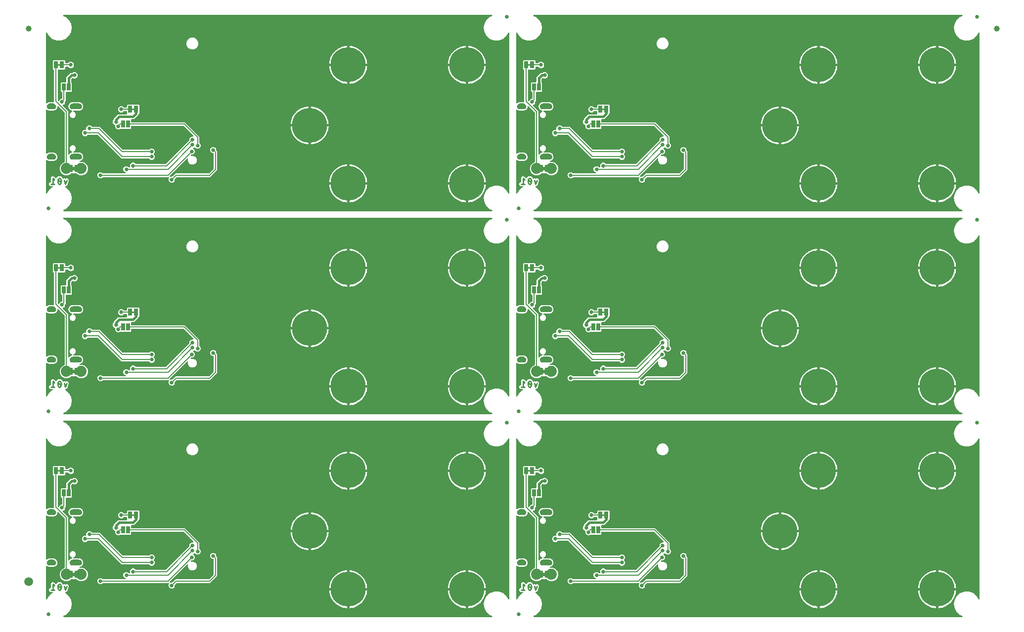
<source format=gbl>
G04 EAGLE Gerber RS-274X export*
G75*
%MOMM*%
%FSLAX34Y34*%
%LPD*%
%INBottom Copper*%
%IPPOS*%
%AMOC8*
5,1,8,0,0,1.08239X$1,22.5*%
G01*
%ADD10C,0.254000*%
%ADD11C,0.755600*%
%ADD12C,0.635000*%
%ADD13C,6.000000*%
%ADD14R,0.660400X1.270000*%
%ADD15R,0.635000X1.270000*%
%ADD16C,1.879600*%
%ADD17C,1.000000*%
%ADD18C,1.500000*%
%ADD19C,0.660400*%
%ADD20C,0.203200*%
%ADD21C,0.406400*%

G36*
X766634Y3318D02*
X766634Y3318D01*
X766741Y3326D01*
X766774Y3338D01*
X766808Y3343D01*
X766907Y3387D01*
X767008Y3424D01*
X767036Y3445D01*
X767068Y3459D01*
X767150Y3529D01*
X767237Y3592D01*
X767258Y3620D01*
X767285Y3642D01*
X767345Y3732D01*
X767410Y3818D01*
X767423Y3850D01*
X767442Y3879D01*
X767475Y3982D01*
X767515Y4082D01*
X767518Y4117D01*
X767528Y4150D01*
X767531Y4258D01*
X767541Y4365D01*
X767535Y4400D01*
X767536Y4434D01*
X767508Y4539D01*
X767488Y4645D01*
X767473Y4676D01*
X767464Y4709D01*
X767409Y4802D01*
X767360Y4898D01*
X767336Y4924D01*
X767318Y4954D01*
X767240Y5028D01*
X767166Y5107D01*
X767139Y5122D01*
X767111Y5148D01*
X766920Y5246D01*
X766874Y5272D01*
X763738Y6413D01*
X757905Y11308D01*
X754098Y17902D01*
X752776Y25400D01*
X754098Y32898D01*
X757905Y39492D01*
X763738Y44387D01*
X770893Y46991D01*
X778507Y46991D01*
X785662Y44387D01*
X791495Y39492D01*
X794903Y33589D01*
X794915Y33574D01*
X794923Y33556D01*
X795002Y33462D01*
X795078Y33365D01*
X795094Y33354D01*
X795107Y33339D01*
X795209Y33271D01*
X795308Y33199D01*
X795327Y33192D01*
X795343Y33181D01*
X795460Y33144D01*
X795576Y33103D01*
X795596Y33101D01*
X795614Y33096D01*
X795737Y33092D01*
X795860Y33085D01*
X795879Y33089D01*
X795898Y33088D01*
X796017Y33119D01*
X796137Y33146D01*
X796155Y33155D01*
X796173Y33160D01*
X796279Y33223D01*
X796387Y33282D01*
X796401Y33295D01*
X796418Y33305D01*
X796502Y33395D01*
X796589Y33481D01*
X796599Y33498D01*
X796612Y33513D01*
X796668Y33622D01*
X796728Y33729D01*
X796733Y33748D01*
X796742Y33766D01*
X796754Y33838D01*
X796793Y34006D01*
X796791Y34057D01*
X796797Y34097D01*
X796797Y308803D01*
X796795Y308823D01*
X796797Y308842D01*
X796775Y308963D01*
X796757Y309085D01*
X796749Y309102D01*
X796746Y309122D01*
X796691Y309232D01*
X796641Y309344D01*
X796629Y309359D01*
X796620Y309377D01*
X796537Y309467D01*
X796458Y309561D01*
X796441Y309572D01*
X796428Y309586D01*
X796323Y309651D01*
X796221Y309719D01*
X796202Y309725D01*
X796186Y309735D01*
X796067Y309767D01*
X795950Y309804D01*
X795930Y309805D01*
X795911Y309810D01*
X795789Y309809D01*
X795666Y309812D01*
X795647Y309807D01*
X795627Y309807D01*
X795509Y309771D01*
X795391Y309740D01*
X795374Y309730D01*
X795355Y309724D01*
X795252Y309657D01*
X795146Y309595D01*
X795133Y309580D01*
X795116Y309570D01*
X795070Y309513D01*
X794952Y309387D01*
X794928Y309342D01*
X794903Y309311D01*
X791495Y303408D01*
X785662Y298513D01*
X778507Y295909D01*
X770893Y295909D01*
X763738Y298513D01*
X757905Y303408D01*
X754098Y310002D01*
X752776Y317500D01*
X754098Y324998D01*
X757905Y331592D01*
X763738Y336487D01*
X766874Y337628D01*
X766969Y337679D01*
X767068Y337723D01*
X767094Y337745D01*
X767125Y337762D01*
X767202Y337837D01*
X767285Y337907D01*
X767304Y337935D01*
X767329Y337960D01*
X767383Y338053D01*
X767442Y338143D01*
X767453Y338176D01*
X767470Y338206D01*
X767496Y338311D01*
X767528Y338414D01*
X767529Y338449D01*
X767537Y338483D01*
X767533Y338590D01*
X767536Y338698D01*
X767527Y338732D01*
X767525Y338767D01*
X767491Y338869D01*
X767464Y338973D01*
X767446Y339003D01*
X767435Y339036D01*
X767374Y339125D01*
X767318Y339218D01*
X767293Y339242D01*
X767273Y339270D01*
X767190Y339338D01*
X767111Y339412D01*
X767080Y339428D01*
X767053Y339450D01*
X766954Y339493D01*
X766858Y339542D01*
X766827Y339547D01*
X766792Y339562D01*
X766580Y339588D01*
X766527Y339597D01*
X33573Y339597D01*
X33466Y339582D01*
X33359Y339574D01*
X33326Y339562D01*
X33292Y339557D01*
X33193Y339513D01*
X33092Y339476D01*
X33064Y339455D01*
X33032Y339441D01*
X32950Y339371D01*
X32863Y339308D01*
X32842Y339280D01*
X32815Y339258D01*
X32755Y339168D01*
X32690Y339082D01*
X32677Y339050D01*
X32658Y339021D01*
X32625Y338918D01*
X32585Y338818D01*
X32582Y338783D01*
X32572Y338750D01*
X32569Y338642D01*
X32559Y338535D01*
X32565Y338500D01*
X32564Y338466D01*
X32592Y338361D01*
X32612Y338255D01*
X32627Y338224D01*
X32636Y338191D01*
X32691Y338098D01*
X32740Y338002D01*
X32764Y337976D01*
X32782Y337946D01*
X32860Y337872D01*
X32934Y337793D01*
X32961Y337778D01*
X32989Y337752D01*
X33180Y337654D01*
X33226Y337628D01*
X36362Y336487D01*
X42195Y331592D01*
X46002Y324998D01*
X47324Y317500D01*
X46002Y310002D01*
X42195Y303408D01*
X36362Y298513D01*
X29207Y295909D01*
X21593Y295909D01*
X14438Y298513D01*
X8605Y303408D01*
X5197Y309311D01*
X5185Y309326D01*
X5177Y309344D01*
X5098Y309438D01*
X5022Y309535D01*
X5006Y309546D01*
X4993Y309561D01*
X4891Y309629D01*
X4792Y309701D01*
X4773Y309708D01*
X4757Y309719D01*
X4640Y309756D01*
X4524Y309797D01*
X4504Y309799D01*
X4486Y309804D01*
X4363Y309808D01*
X4240Y309815D01*
X4221Y309811D01*
X4202Y309812D01*
X4083Y309781D01*
X3963Y309754D01*
X3945Y309745D01*
X3927Y309740D01*
X3821Y309677D01*
X3713Y309618D01*
X3699Y309605D01*
X3682Y309595D01*
X3598Y309505D01*
X3511Y309419D01*
X3501Y309402D01*
X3488Y309387D01*
X3432Y309278D01*
X3372Y309171D01*
X3367Y309152D01*
X3358Y309134D01*
X3346Y309062D01*
X3307Y308894D01*
X3309Y308843D01*
X3303Y308803D01*
X3303Y189119D01*
X3311Y189062D01*
X3309Y189004D01*
X3331Y188922D01*
X3343Y188838D01*
X3366Y188785D01*
X3381Y188729D01*
X3424Y188656D01*
X3459Y188578D01*
X3496Y188534D01*
X3526Y188484D01*
X3588Y188426D01*
X3642Y188361D01*
X3691Y188329D01*
X3733Y188289D01*
X3808Y188251D01*
X3879Y188204D01*
X3935Y188186D01*
X3986Y188160D01*
X4069Y188144D01*
X4150Y188118D01*
X4208Y188116D01*
X4265Y188105D01*
X4350Y188113D01*
X4434Y188111D01*
X4490Y188125D01*
X4548Y188130D01*
X4612Y188157D01*
X4709Y188182D01*
X4795Y188233D01*
X4858Y188260D01*
X5029Y188367D01*
X5143Y188463D01*
X5207Y188509D01*
X5702Y189004D01*
X6363Y189235D01*
X6496Y189304D01*
X6568Y189334D01*
X7161Y189707D01*
X7857Y189785D01*
X8002Y189822D01*
X8079Y189836D01*
X8585Y190013D01*
X8621Y190007D01*
X8715Y189977D01*
X8816Y189974D01*
X8884Y189963D01*
X9376Y189963D01*
X9440Y189972D01*
X9490Y189969D01*
X10225Y190052D01*
X10246Y190040D01*
X10276Y190032D01*
X10303Y190018D01*
X10380Y190005D01*
X10521Y189969D01*
X10585Y189971D01*
X10634Y189963D01*
X14466Y189963D01*
X14496Y189967D01*
X14527Y189965D01*
X14637Y189987D01*
X14747Y190003D01*
X14775Y190015D01*
X14805Y190021D01*
X14863Y190053D01*
X15610Y189969D01*
X15675Y189971D01*
X15724Y189963D01*
X16129Y189963D01*
X16187Y189971D01*
X16245Y189969D01*
X16327Y189991D01*
X16411Y190003D01*
X16464Y190026D01*
X16520Y190041D01*
X16593Y190084D01*
X16670Y190119D01*
X16715Y190157D01*
X16765Y190186D01*
X16823Y190248D01*
X16887Y190302D01*
X16919Y190351D01*
X16959Y190394D01*
X16998Y190469D01*
X17045Y190539D01*
X17062Y190595D01*
X17089Y190647D01*
X17100Y190715D01*
X17130Y190810D01*
X17133Y190910D01*
X17144Y190978D01*
X17144Y244602D01*
X17136Y244660D01*
X17138Y244718D01*
X17116Y244800D01*
X17104Y244884D01*
X17081Y244937D01*
X17066Y244993D01*
X17023Y245066D01*
X16988Y245143D01*
X16950Y245188D01*
X16921Y245238D01*
X16859Y245296D01*
X16805Y245360D01*
X16756Y245392D01*
X16713Y245432D01*
X16638Y245471D01*
X16568Y245518D01*
X16512Y245535D01*
X16460Y245562D01*
X16392Y245573D01*
X16297Y245603D01*
X16197Y245606D01*
X16129Y245617D01*
X16049Y245617D01*
X14858Y246808D01*
X14858Y261192D01*
X16049Y262383D01*
X24337Y262383D01*
X24682Y262038D01*
X24729Y262003D01*
X24769Y261960D01*
X24842Y261917D01*
X24909Y261867D01*
X24964Y261846D01*
X25014Y261816D01*
X25096Y261795D01*
X25175Y261765D01*
X25233Y261761D01*
X25290Y261746D01*
X25374Y261749D01*
X25458Y261742D01*
X25516Y261753D01*
X25574Y261755D01*
X25654Y261781D01*
X25737Y261798D01*
X25789Y261825D01*
X25845Y261843D01*
X25901Y261883D01*
X25989Y261929D01*
X26062Y261997D01*
X26118Y262038D01*
X26463Y262383D01*
X34751Y262383D01*
X35942Y261192D01*
X35942Y258064D01*
X35948Y258016D01*
X35948Y258014D01*
X35949Y258011D01*
X35950Y258006D01*
X35948Y257948D01*
X35970Y257866D01*
X35982Y257782D01*
X36005Y257729D01*
X36020Y257673D01*
X36063Y257600D01*
X36098Y257523D01*
X36136Y257478D01*
X36165Y257428D01*
X36227Y257370D01*
X36281Y257306D01*
X36330Y257274D01*
X36373Y257234D01*
X36448Y257195D01*
X36518Y257148D01*
X36574Y257131D01*
X36626Y257104D01*
X36694Y257093D01*
X36789Y257063D01*
X36889Y257060D01*
X36957Y257049D01*
X40804Y257049D01*
X40890Y257061D01*
X40978Y257064D01*
X41030Y257081D01*
X41085Y257089D01*
X41165Y257124D01*
X41248Y257151D01*
X41288Y257179D01*
X41345Y257205D01*
X41458Y257301D01*
X41522Y257346D01*
X42698Y258523D01*
X44659Y259335D01*
X46781Y259335D01*
X48742Y258523D01*
X50243Y257022D01*
X51055Y255061D01*
X51055Y252939D01*
X50243Y250978D01*
X48742Y249477D01*
X46781Y248665D01*
X44659Y248665D01*
X42698Y249477D01*
X41522Y250654D01*
X41452Y250706D01*
X41388Y250766D01*
X41339Y250792D01*
X41294Y250825D01*
X41213Y250856D01*
X41135Y250896D01*
X41087Y250904D01*
X41029Y250926D01*
X40881Y250938D01*
X40804Y250951D01*
X36957Y250951D01*
X36899Y250943D01*
X36841Y250945D01*
X36759Y250923D01*
X36675Y250911D01*
X36622Y250888D01*
X36566Y250873D01*
X36493Y250830D01*
X36416Y250795D01*
X36371Y250757D01*
X36321Y250728D01*
X36263Y250666D01*
X36199Y250612D01*
X36167Y250563D01*
X36127Y250520D01*
X36088Y250445D01*
X36041Y250375D01*
X36024Y250319D01*
X35997Y250267D01*
X35986Y250199D01*
X35956Y250104D01*
X35953Y250004D01*
X35942Y249936D01*
X35942Y246808D01*
X34751Y245617D01*
X26463Y245617D01*
X26118Y245962D01*
X26071Y245998D01*
X26031Y246040D01*
X25958Y246083D01*
X25891Y246133D01*
X25836Y246154D01*
X25786Y246184D01*
X25704Y246204D01*
X25625Y246235D01*
X25567Y246239D01*
X25510Y246254D01*
X25426Y246251D01*
X25342Y246258D01*
X25284Y246247D01*
X25226Y246245D01*
X25146Y246219D01*
X25063Y246202D01*
X25011Y246175D01*
X24955Y246157D01*
X24899Y246117D01*
X24811Y246071D01*
X24738Y246002D01*
X24682Y245962D01*
X24337Y245617D01*
X24257Y245617D01*
X24199Y245609D01*
X24141Y245611D01*
X24059Y245589D01*
X23975Y245577D01*
X23922Y245554D01*
X23866Y245539D01*
X23793Y245496D01*
X23716Y245461D01*
X23671Y245423D01*
X23621Y245394D01*
X23563Y245332D01*
X23499Y245278D01*
X23467Y245229D01*
X23427Y245186D01*
X23388Y245111D01*
X23341Y245041D01*
X23324Y244985D01*
X23297Y244933D01*
X23286Y244865D01*
X23256Y244770D01*
X23253Y244670D01*
X23242Y244602D01*
X23242Y193105D01*
X23249Y193055D01*
X23248Y193038D01*
X23254Y193017D01*
X23257Y192931D01*
X23274Y192879D01*
X23282Y192824D01*
X23317Y192744D01*
X23344Y192661D01*
X23372Y192622D01*
X23398Y192564D01*
X23494Y192451D01*
X23539Y192387D01*
X23842Y192084D01*
X23934Y192015D01*
X24022Y191941D01*
X24048Y191930D01*
X24070Y191913D01*
X24177Y191872D01*
X24282Y191826D01*
X24309Y191822D01*
X24335Y191812D01*
X24450Y191802D01*
X24564Y191787D01*
X24591Y191791D01*
X24619Y191788D01*
X24731Y191811D01*
X24845Y191827D01*
X24870Y191839D01*
X24897Y191844D01*
X24999Y191897D01*
X25104Y191945D01*
X25125Y191963D01*
X25150Y191975D01*
X25233Y192054D01*
X25320Y192129D01*
X25334Y192150D01*
X25356Y192171D01*
X25490Y192401D01*
X25498Y192413D01*
X25957Y193522D01*
X27458Y195023D01*
X29419Y195835D01*
X29972Y195835D01*
X30030Y195843D01*
X30088Y195841D01*
X30170Y195863D01*
X30254Y195875D01*
X30307Y195898D01*
X30363Y195913D01*
X30436Y195956D01*
X30513Y195991D01*
X30558Y196029D01*
X30608Y196058D01*
X30666Y196120D01*
X30730Y196174D01*
X30762Y196223D01*
X30802Y196266D01*
X30841Y196341D01*
X30888Y196411D01*
X30905Y196467D01*
X30932Y196519D01*
X30943Y196587D01*
X30973Y196682D01*
X30976Y196782D01*
X30987Y196850D01*
X30987Y206502D01*
X30979Y206560D01*
X30981Y206618D01*
X30959Y206700D01*
X30947Y206784D01*
X30924Y206837D01*
X30909Y206893D01*
X30866Y206966D01*
X30831Y207043D01*
X30793Y207088D01*
X30764Y207138D01*
X30702Y207196D01*
X30648Y207260D01*
X30599Y207292D01*
X30556Y207332D01*
X30481Y207371D01*
X30411Y207418D01*
X30355Y207435D01*
X30303Y207462D01*
X30235Y207473D01*
X30140Y207503D01*
X30040Y207506D01*
X30028Y207508D01*
X28828Y208708D01*
X28828Y223092D01*
X30019Y224283D01*
X37084Y224283D01*
X37142Y224291D01*
X37200Y224289D01*
X37282Y224311D01*
X37366Y224323D01*
X37419Y224346D01*
X37475Y224361D01*
X37548Y224404D01*
X37625Y224439D01*
X37670Y224477D01*
X37720Y224506D01*
X37778Y224568D01*
X37842Y224622D01*
X37874Y224671D01*
X37914Y224714D01*
X37953Y224789D01*
X38000Y224859D01*
X38017Y224915D01*
X38044Y224967D01*
X38055Y225035D01*
X38085Y225130D01*
X38088Y225230D01*
X38099Y225298D01*
X38099Y233078D01*
X45306Y240285D01*
X48170Y240285D01*
X48256Y240297D01*
X48344Y240300D01*
X48397Y240317D01*
X48451Y240325D01*
X48531Y240360D01*
X48614Y240387D01*
X48654Y240415D01*
X48711Y240441D01*
X48824Y240537D01*
X48888Y240582D01*
X49048Y240743D01*
X51009Y241555D01*
X53131Y241555D01*
X55092Y240743D01*
X56593Y239242D01*
X57405Y237281D01*
X57405Y235159D01*
X56593Y233198D01*
X55092Y231697D01*
X53131Y230885D01*
X51009Y230885D01*
X49086Y231682D01*
X49085Y231682D01*
X49083Y231683D01*
X48950Y231717D01*
X48811Y231753D01*
X48809Y231753D01*
X48808Y231753D01*
X48667Y231748D01*
X48527Y231744D01*
X48525Y231744D01*
X48524Y231744D01*
X48388Y231700D01*
X48256Y231658D01*
X48255Y231657D01*
X48253Y231656D01*
X48241Y231647D01*
X48147Y231585D01*
X48132Y231578D01*
X48113Y231562D01*
X48020Y231499D01*
X48000Y231476D01*
X47980Y231462D01*
X46526Y230008D01*
X46474Y229938D01*
X46414Y229874D01*
X46388Y229825D01*
X46355Y229780D01*
X46324Y229699D01*
X46284Y229621D01*
X46276Y229573D01*
X46254Y229515D01*
X46242Y229367D01*
X46229Y229290D01*
X46229Y224655D01*
X46241Y224569D01*
X46244Y224481D01*
X46261Y224429D01*
X46269Y224374D01*
X46304Y224294D01*
X46331Y224211D01*
X46359Y224172D01*
X46385Y224115D01*
X46461Y224024D01*
X46481Y223991D01*
X46502Y223972D01*
X46526Y223938D01*
X47372Y223092D01*
X47372Y208708D01*
X46181Y207517D01*
X38100Y207517D01*
X38042Y207509D01*
X37984Y207511D01*
X37902Y207489D01*
X37818Y207477D01*
X37765Y207454D01*
X37709Y207439D01*
X37636Y207396D01*
X37559Y207361D01*
X37514Y207323D01*
X37464Y207294D01*
X37406Y207232D01*
X37342Y207178D01*
X37310Y207129D01*
X37270Y207086D01*
X37231Y207011D01*
X37184Y206941D01*
X37167Y206885D01*
X37140Y206833D01*
X37129Y206765D01*
X37099Y206670D01*
X37096Y206570D01*
X37085Y206502D01*
X37085Y192793D01*
X36112Y191821D01*
X36101Y191806D01*
X36093Y191799D01*
X36071Y191766D01*
X36060Y191751D01*
X36000Y191687D01*
X35974Y191637D01*
X35941Y191593D01*
X35910Y191512D01*
X35870Y191434D01*
X35862Y191386D01*
X35840Y191328D01*
X35828Y191180D01*
X35815Y191103D01*
X35815Y189439D01*
X35003Y187478D01*
X33502Y185977D01*
X32393Y185518D01*
X32294Y185460D01*
X32193Y185407D01*
X32173Y185388D01*
X32149Y185374D01*
X32070Y185290D01*
X31987Y185211D01*
X31972Y185187D01*
X31953Y185167D01*
X31901Y185065D01*
X31843Y184966D01*
X31836Y184939D01*
X31823Y184914D01*
X31801Y184802D01*
X31773Y184690D01*
X31774Y184663D01*
X31768Y184636D01*
X31778Y184521D01*
X31782Y184406D01*
X31790Y184380D01*
X31793Y184352D01*
X31834Y184245D01*
X31869Y184136D01*
X31884Y184116D01*
X31895Y184087D01*
X32056Y183874D01*
X32064Y183862D01*
X32066Y183860D01*
X41149Y174778D01*
X41149Y101242D01*
X41153Y101213D01*
X41150Y101183D01*
X41173Y101073D01*
X41189Y100960D01*
X41201Y100933D01*
X41206Y100905D01*
X41258Y100804D01*
X41305Y100701D01*
X41324Y100678D01*
X41337Y100652D01*
X41415Y100570D01*
X41488Y100484D01*
X41513Y100468D01*
X41533Y100446D01*
X41631Y100389D01*
X41725Y100326D01*
X41753Y100317D01*
X41778Y100303D01*
X41888Y100275D01*
X41996Y100240D01*
X42025Y100240D01*
X42054Y100232D01*
X42167Y100236D01*
X42280Y100233D01*
X42309Y100241D01*
X42338Y100242D01*
X42446Y100276D01*
X42555Y100305D01*
X42581Y100320D01*
X42609Y100329D01*
X42672Y100375D01*
X42800Y100450D01*
X42843Y100496D01*
X42882Y100524D01*
X43221Y100863D01*
X43311Y100983D01*
X43363Y101041D01*
X43736Y101634D01*
X44329Y102007D01*
X44443Y102103D01*
X44507Y102149D01*
X45002Y102644D01*
X45663Y102875D01*
X45796Y102944D01*
X45868Y102974D01*
X46461Y103347D01*
X47157Y103425D01*
X47302Y103462D01*
X47379Y103476D01*
X47876Y103650D01*
X47928Y103676D01*
X47983Y103694D01*
X48054Y103741D01*
X48129Y103780D01*
X48171Y103820D01*
X48219Y103852D01*
X48274Y103917D01*
X48335Y103976D01*
X48365Y104026D01*
X48402Y104070D01*
X48437Y104148D01*
X48480Y104221D01*
X48494Y104277D01*
X48517Y104330D01*
X48529Y104414D01*
X48550Y104496D01*
X48548Y104554D01*
X48556Y104611D01*
X48544Y104695D01*
X48542Y104780D01*
X48524Y104835D01*
X48516Y104893D01*
X48481Y104970D01*
X48455Y105051D01*
X48422Y105099D01*
X48399Y105152D01*
X48344Y105216D01*
X48296Y105287D01*
X48252Y105324D01*
X48214Y105368D01*
X48155Y105405D01*
X48078Y105470D01*
X47988Y105510D01*
X47930Y105546D01*
X46058Y106322D01*
X44572Y107808D01*
X43767Y109749D01*
X43767Y111851D01*
X44572Y113792D01*
X46058Y115278D01*
X47999Y116083D01*
X50101Y116083D01*
X52042Y115278D01*
X53528Y113792D01*
X54333Y111851D01*
X54333Y109749D01*
X53528Y107808D01*
X52042Y106322D01*
X50194Y105556D01*
X50120Y105512D01*
X50042Y105477D01*
X49998Y105440D01*
X49949Y105411D01*
X49890Y105349D01*
X49825Y105293D01*
X49793Y105246D01*
X49754Y105205D01*
X49715Y105128D01*
X49667Y105057D01*
X49650Y105003D01*
X49624Y104952D01*
X49607Y104868D01*
X49581Y104786D01*
X49580Y104729D01*
X49569Y104673D01*
X49576Y104588D01*
X49574Y104502D01*
X49588Y104447D01*
X49593Y104390D01*
X49624Y104310D01*
X49646Y104227D01*
X49675Y104178D01*
X49695Y104125D01*
X49747Y104056D01*
X49791Y103982D01*
X49833Y103943D01*
X49867Y103898D01*
X49936Y103846D01*
X49998Y103788D01*
X50049Y103762D01*
X50095Y103728D01*
X50175Y103697D01*
X50252Y103658D01*
X50300Y103650D01*
X50361Y103627D01*
X50505Y103616D01*
X50583Y103603D01*
X58766Y103603D01*
X58796Y103607D01*
X58827Y103605D01*
X58937Y103627D01*
X59047Y103643D01*
X59075Y103655D01*
X59106Y103661D01*
X59163Y103693D01*
X59910Y103609D01*
X59975Y103611D01*
X60024Y103603D01*
X60516Y103603D01*
X60575Y103611D01*
X60634Y103610D01*
X60700Y103629D01*
X60797Y103643D01*
X60818Y103652D01*
X61321Y103476D01*
X61467Y103447D01*
X61543Y103425D01*
X62239Y103347D01*
X62832Y102974D01*
X62968Y102913D01*
X63037Y102875D01*
X63698Y102644D01*
X64193Y102149D01*
X64312Y102059D01*
X64371Y102007D01*
X64964Y101634D01*
X65337Y101041D01*
X65433Y100927D01*
X65479Y100863D01*
X65974Y100368D01*
X66205Y99707D01*
X66274Y99574D01*
X66304Y99502D01*
X66677Y98909D01*
X66755Y98213D01*
X66792Y98068D01*
X66806Y97991D01*
X67037Y97330D01*
X66959Y96634D01*
X66963Y96484D01*
X66959Y96406D01*
X67037Y95710D01*
X66806Y95049D01*
X66777Y94903D01*
X66771Y94882D01*
X66758Y94843D01*
X66758Y94838D01*
X66755Y94827D01*
X66677Y94131D01*
X66304Y93538D01*
X66243Y93402D01*
X66205Y93333D01*
X65974Y92672D01*
X65479Y92177D01*
X65389Y92058D01*
X65337Y91999D01*
X64964Y91406D01*
X64371Y91033D01*
X64257Y90937D01*
X64193Y90891D01*
X63698Y90396D01*
X63037Y90165D01*
X62904Y90096D01*
X62832Y90066D01*
X62239Y89693D01*
X61898Y89655D01*
X61815Y89633D01*
X61730Y89621D01*
X61678Y89598D01*
X61622Y89584D01*
X61549Y89540D01*
X61470Y89505D01*
X61427Y89468D01*
X61378Y89439D01*
X61319Y89377D01*
X61253Y89321D01*
X61222Y89274D01*
X61183Y89232D01*
X61143Y89156D01*
X61096Y89085D01*
X61079Y89030D01*
X61052Y88980D01*
X61036Y88896D01*
X61010Y88814D01*
X61009Y88757D01*
X60998Y88701D01*
X61005Y88615D01*
X61003Y88530D01*
X61017Y88474D01*
X61022Y88417D01*
X61053Y88337D01*
X61075Y88255D01*
X61104Y88206D01*
X61124Y88152D01*
X61176Y88084D01*
X61220Y88010D01*
X61261Y87971D01*
X61296Y87926D01*
X61365Y87874D01*
X61427Y87816D01*
X61478Y87790D01*
X61524Y87755D01*
X61604Y87725D01*
X61680Y87686D01*
X61729Y87678D01*
X61790Y87655D01*
X61901Y87649D01*
X62011Y87631D01*
X65774Y87631D01*
X69975Y85890D01*
X73190Y82675D01*
X74931Y78474D01*
X74931Y73926D01*
X73190Y69725D01*
X69975Y66510D01*
X65774Y64769D01*
X61226Y64769D01*
X57025Y66510D01*
X56015Y67520D01*
X55945Y67572D01*
X55881Y67632D01*
X55832Y67658D01*
X55787Y67691D01*
X55706Y67722D01*
X55628Y67762D01*
X55580Y67770D01*
X55522Y67792D01*
X55374Y67804D01*
X55297Y67817D01*
X51863Y67817D01*
X51518Y68162D01*
X51471Y68198D01*
X51431Y68240D01*
X51358Y68283D01*
X51291Y68333D01*
X51236Y68354D01*
X51186Y68384D01*
X51104Y68404D01*
X51025Y68435D01*
X50967Y68439D01*
X50910Y68454D01*
X50826Y68451D01*
X50742Y68458D01*
X50684Y68447D01*
X50626Y68445D01*
X50546Y68419D01*
X50463Y68402D01*
X50411Y68375D01*
X50355Y68357D01*
X50299Y68317D01*
X50211Y68271D01*
X50138Y68202D01*
X50082Y68162D01*
X49737Y67817D01*
X46303Y67817D01*
X46217Y67805D01*
X46129Y67802D01*
X46077Y67785D01*
X46022Y67777D01*
X45942Y67742D01*
X45859Y67715D01*
X45819Y67687D01*
X45762Y67661D01*
X45649Y67565D01*
X45585Y67520D01*
X44575Y66510D01*
X40374Y64769D01*
X35826Y64769D01*
X31625Y66510D01*
X28410Y69725D01*
X26669Y73926D01*
X26669Y78474D01*
X28410Y82675D01*
X31625Y85890D01*
X34425Y87050D01*
X34426Y87051D01*
X34427Y87051D01*
X34546Y87122D01*
X34669Y87195D01*
X34670Y87196D01*
X34672Y87197D01*
X34769Y87300D01*
X34865Y87401D01*
X34865Y87403D01*
X34866Y87404D01*
X34929Y87526D01*
X34995Y87654D01*
X34995Y87656D01*
X34996Y87657D01*
X34998Y87672D01*
X35050Y87933D01*
X35047Y87963D01*
X35051Y87988D01*
X35051Y171832D01*
X35041Y171905D01*
X35042Y171951D01*
X35037Y171968D01*
X35036Y172006D01*
X35019Y172058D01*
X35011Y172113D01*
X34983Y172177D01*
X34970Y172226D01*
X34959Y172244D01*
X34949Y172276D01*
X34921Y172315D01*
X34895Y172373D01*
X34854Y172421D01*
X34825Y172470D01*
X34782Y172511D01*
X34754Y172550D01*
X24472Y182832D01*
X24403Y182883D01*
X24340Y182943D01*
X24290Y182968D01*
X24245Y183003D01*
X24164Y183033D01*
X24088Y183073D01*
X24032Y183084D01*
X23979Y183104D01*
X23893Y183111D01*
X23809Y183128D01*
X23752Y183123D01*
X23696Y183127D01*
X23611Y183110D01*
X23525Y183103D01*
X23473Y183083D01*
X23417Y183071D01*
X23340Y183032D01*
X23260Y183001D01*
X23215Y182967D01*
X23165Y182940D01*
X23102Y182881D01*
X23034Y182829D01*
X23000Y182784D01*
X22959Y182745D01*
X22915Y182670D01*
X22863Y182601D01*
X22843Y182548D01*
X22815Y182499D01*
X22794Y182416D01*
X22763Y182335D01*
X22761Y182286D01*
X22745Y182224D01*
X22749Y182103D01*
X22506Y181409D01*
X22477Y181263D01*
X22455Y181187D01*
X22377Y180491D01*
X22004Y179898D01*
X21943Y179762D01*
X21905Y179693D01*
X21674Y179032D01*
X21179Y178537D01*
X21089Y178418D01*
X21037Y178359D01*
X20664Y177766D01*
X20071Y177393D01*
X19957Y177297D01*
X19893Y177251D01*
X19398Y176756D01*
X18737Y176525D01*
X18604Y176456D01*
X18532Y176426D01*
X17939Y176053D01*
X17243Y175975D01*
X17098Y175938D01*
X17021Y175924D01*
X16515Y175747D01*
X16479Y175753D01*
X16385Y175783D01*
X16284Y175786D01*
X16216Y175797D01*
X15724Y175797D01*
X15660Y175788D01*
X15610Y175791D01*
X14875Y175708D01*
X14854Y175720D01*
X14824Y175728D01*
X14797Y175742D01*
X14720Y175755D01*
X14579Y175791D01*
X14515Y175789D01*
X14466Y175797D01*
X10634Y175797D01*
X10604Y175793D01*
X10573Y175795D01*
X10463Y175773D01*
X10353Y175757D01*
X10325Y175745D01*
X10294Y175739D01*
X10237Y175707D01*
X9490Y175791D01*
X9425Y175789D01*
X9376Y175797D01*
X8884Y175797D01*
X8825Y175789D01*
X8766Y175790D01*
X8700Y175771D01*
X8603Y175757D01*
X8582Y175748D01*
X8079Y175924D01*
X7933Y175953D01*
X7857Y175975D01*
X7161Y176053D01*
X6568Y176426D01*
X6432Y176487D01*
X6363Y176525D01*
X5702Y176756D01*
X5207Y177251D01*
X5088Y177341D01*
X5029Y177393D01*
X4858Y177500D01*
X4805Y177524D01*
X4757Y177556D01*
X4676Y177582D01*
X4599Y177616D01*
X4541Y177625D01*
X4486Y177642D01*
X4401Y177644D01*
X4317Y177656D01*
X4260Y177648D01*
X4202Y177649D01*
X4120Y177628D01*
X4036Y177616D01*
X3983Y177592D01*
X3927Y177578D01*
X3854Y177534D01*
X3776Y177499D01*
X3732Y177462D01*
X3682Y177432D01*
X3624Y177370D01*
X3560Y177316D01*
X3527Y177267D01*
X3488Y177225D01*
X3449Y177149D01*
X3402Y177079D01*
X3385Y177024D01*
X3358Y176972D01*
X3347Y176903D01*
X3317Y176808D01*
X3314Y176709D01*
X3303Y176641D01*
X3303Y102759D01*
X3310Y102707D01*
X3309Y102681D01*
X3310Y102678D01*
X3309Y102644D01*
X3331Y102562D01*
X3343Y102478D01*
X3366Y102425D01*
X3381Y102369D01*
X3424Y102296D01*
X3459Y102218D01*
X3496Y102174D01*
X3526Y102124D01*
X3588Y102066D01*
X3642Y102001D01*
X3691Y101969D01*
X3733Y101929D01*
X3809Y101891D01*
X3879Y101844D01*
X3935Y101826D01*
X3986Y101800D01*
X4069Y101784D01*
X4150Y101758D01*
X4208Y101756D01*
X4265Y101745D01*
X4350Y101753D01*
X4434Y101751D01*
X4491Y101765D01*
X4548Y101770D01*
X4612Y101797D01*
X4709Y101822D01*
X4795Y101873D01*
X4858Y101900D01*
X5029Y102007D01*
X5143Y102103D01*
X5207Y102149D01*
X5702Y102644D01*
X6363Y102875D01*
X6496Y102944D01*
X6568Y102974D01*
X7161Y103347D01*
X7857Y103425D01*
X8002Y103462D01*
X8079Y103476D01*
X8585Y103653D01*
X8621Y103647D01*
X8715Y103617D01*
X8816Y103614D01*
X8884Y103603D01*
X9376Y103603D01*
X9440Y103612D01*
X9490Y103609D01*
X10225Y103692D01*
X10246Y103680D01*
X10276Y103672D01*
X10303Y103658D01*
X10380Y103645D01*
X10521Y103609D01*
X10585Y103611D01*
X10634Y103603D01*
X14466Y103603D01*
X14496Y103607D01*
X14527Y103605D01*
X14637Y103627D01*
X14747Y103643D01*
X14775Y103655D01*
X14806Y103661D01*
X14863Y103693D01*
X15610Y103609D01*
X15675Y103611D01*
X15724Y103603D01*
X16216Y103603D01*
X16275Y103611D01*
X16334Y103610D01*
X16400Y103629D01*
X16497Y103643D01*
X16518Y103652D01*
X17021Y103476D01*
X17167Y103447D01*
X17243Y103425D01*
X17939Y103347D01*
X18532Y102974D01*
X18668Y102913D01*
X18737Y102875D01*
X19398Y102644D01*
X19893Y102149D01*
X20012Y102059D01*
X20071Y102007D01*
X20664Y101634D01*
X21037Y101041D01*
X21133Y100927D01*
X21179Y100863D01*
X21674Y100368D01*
X21905Y99707D01*
X21974Y99574D01*
X22004Y99502D01*
X22377Y98909D01*
X22455Y98213D01*
X22492Y98068D01*
X22506Y97991D01*
X22737Y97330D01*
X22659Y96634D01*
X22663Y96484D01*
X22659Y96406D01*
X22737Y95710D01*
X22506Y95049D01*
X22477Y94903D01*
X22471Y94882D01*
X22458Y94843D01*
X22458Y94838D01*
X22455Y94827D01*
X22377Y94131D01*
X22004Y93538D01*
X21943Y93402D01*
X21905Y93333D01*
X21674Y92672D01*
X21179Y92177D01*
X21089Y92058D01*
X21037Y91999D01*
X20664Y91406D01*
X20071Y91033D01*
X19957Y90937D01*
X19893Y90891D01*
X19398Y90396D01*
X18737Y90165D01*
X18604Y90096D01*
X18532Y90066D01*
X17939Y89693D01*
X17243Y89615D01*
X17098Y89578D01*
X17021Y89564D01*
X16515Y89387D01*
X16479Y89393D01*
X16385Y89423D01*
X16284Y89426D01*
X16216Y89437D01*
X15724Y89437D01*
X15660Y89428D01*
X15610Y89431D01*
X14875Y89348D01*
X14854Y89360D01*
X14824Y89368D01*
X14797Y89382D01*
X14720Y89395D01*
X14579Y89431D01*
X14515Y89429D01*
X14466Y89437D01*
X10634Y89437D01*
X10604Y89433D01*
X10573Y89435D01*
X10463Y89413D01*
X10353Y89397D01*
X10325Y89385D01*
X10294Y89379D01*
X10237Y89347D01*
X9490Y89431D01*
X9425Y89429D01*
X9376Y89437D01*
X8884Y89437D01*
X8825Y89429D01*
X8766Y89430D01*
X8700Y89411D01*
X8603Y89397D01*
X8582Y89388D01*
X8079Y89564D01*
X7933Y89593D01*
X7857Y89615D01*
X7161Y89693D01*
X6568Y90066D01*
X6432Y90127D01*
X6363Y90165D01*
X5702Y90396D01*
X5207Y90891D01*
X5088Y90981D01*
X5029Y91033D01*
X4858Y91140D01*
X4805Y91164D01*
X4757Y91196D01*
X4676Y91222D01*
X4599Y91256D01*
X4541Y91265D01*
X4486Y91282D01*
X4401Y91284D01*
X4317Y91296D01*
X4260Y91288D01*
X4202Y91289D01*
X4120Y91268D01*
X4036Y91256D01*
X3983Y91232D01*
X3927Y91218D01*
X3854Y91174D01*
X3776Y91139D01*
X3732Y91102D01*
X3682Y91072D01*
X3624Y91010D01*
X3560Y90956D01*
X3527Y90907D01*
X3488Y90865D01*
X3449Y90789D01*
X3402Y90719D01*
X3385Y90664D01*
X3358Y90612D01*
X3347Y90543D01*
X3317Y90448D01*
X3314Y90349D01*
X3303Y90281D01*
X3303Y34097D01*
X3305Y34077D01*
X3303Y34058D01*
X3325Y33937D01*
X3343Y33815D01*
X3351Y33797D01*
X3354Y33778D01*
X3409Y33668D01*
X3459Y33556D01*
X3471Y33541D01*
X3480Y33523D01*
X3563Y33433D01*
X3642Y33339D01*
X3659Y33328D01*
X3672Y33314D01*
X3777Y33249D01*
X3879Y33181D01*
X3898Y33175D01*
X3914Y33165D01*
X4033Y33133D01*
X4150Y33096D01*
X4170Y33095D01*
X4189Y33090D01*
X4311Y33091D01*
X4434Y33088D01*
X4453Y33093D01*
X4473Y33093D01*
X4591Y33129D01*
X4709Y33160D01*
X4726Y33170D01*
X4745Y33176D01*
X4848Y33243D01*
X4954Y33305D01*
X4967Y33320D01*
X4984Y33330D01*
X5030Y33387D01*
X5148Y33513D01*
X5172Y33558D01*
X5197Y33589D01*
X8605Y39492D01*
X14495Y44434D01*
X14544Y44489D01*
X14600Y44537D01*
X14639Y44594D01*
X14685Y44646D01*
X14717Y44712D01*
X14758Y44773D01*
X14779Y44839D01*
X14809Y44902D01*
X14822Y44974D01*
X14844Y45044D01*
X14845Y45113D01*
X14857Y45182D01*
X14849Y45255D01*
X14851Y45328D01*
X14833Y45395D01*
X14826Y45464D01*
X14798Y45532D01*
X14779Y45603D01*
X14744Y45663D01*
X14717Y45727D01*
X14672Y45785D01*
X14634Y45848D01*
X14583Y45895D01*
X14540Y45949D01*
X14480Y45992D01*
X14427Y46042D01*
X14365Y46074D01*
X14308Y46114D01*
X14239Y46138D01*
X14173Y46172D01*
X14115Y46182D01*
X14040Y46208D01*
X13918Y46215D01*
X13842Y46227D01*
X10633Y46227D01*
X8699Y48162D01*
X8699Y50898D01*
X10647Y52846D01*
X10704Y52861D01*
X10787Y52873D01*
X10841Y52896D01*
X10897Y52911D01*
X10970Y52954D01*
X11047Y52989D01*
X11091Y53027D01*
X11142Y53056D01*
X11199Y53118D01*
X11264Y53172D01*
X11296Y53221D01*
X11336Y53264D01*
X11375Y53339D01*
X11421Y53409D01*
X11439Y53465D01*
X11466Y53517D01*
X11477Y53585D01*
X11507Y53680D01*
X11510Y53780D01*
X11521Y53848D01*
X11521Y59451D01*
X11512Y59514D01*
X11515Y59563D01*
X11386Y60719D01*
X11387Y60719D01*
X11392Y60728D01*
X11395Y60733D01*
X11396Y60734D01*
X11443Y60815D01*
X11451Y60846D01*
X11466Y60874D01*
X11478Y60951D01*
X11501Y61038D01*
X12319Y61856D01*
X12358Y61907D01*
X12394Y61940D01*
X13121Y62848D01*
X13229Y62876D01*
X13256Y62892D01*
X13286Y62902D01*
X13350Y62947D01*
X13427Y62993D01*
X14585Y62993D01*
X14648Y63002D01*
X14697Y62999D01*
X15853Y63127D01*
X15949Y63070D01*
X15979Y63063D01*
X16007Y63048D01*
X16085Y63035D01*
X16172Y63013D01*
X16990Y62194D01*
X17041Y62156D01*
X17074Y62120D01*
X19894Y59863D01*
X19972Y59817D01*
X20045Y59763D01*
X20094Y59745D01*
X20139Y59718D01*
X20227Y59696D01*
X20311Y59664D01*
X20364Y59660D01*
X20414Y59647D01*
X20505Y59650D01*
X20595Y59643D01*
X20646Y59654D01*
X20698Y59655D01*
X20784Y59682D01*
X20873Y59701D01*
X20920Y59725D01*
X20969Y59741D01*
X21044Y59792D01*
X21124Y59834D01*
X21162Y59870D01*
X21205Y59899D01*
X21264Y59969D01*
X21329Y60031D01*
X21351Y60072D01*
X21389Y60117D01*
X21452Y60258D01*
X21489Y60327D01*
X21714Y60984D01*
X24526Y62993D01*
X27981Y62993D01*
X30793Y60984D01*
X31194Y59816D01*
X31207Y59790D01*
X31213Y59765D01*
X31225Y59746D01*
X31234Y59716D01*
X31282Y59642D01*
X31323Y59563D01*
X31353Y59530D01*
X31359Y59521D01*
X31365Y59515D01*
X31389Y59478D01*
X31456Y59420D01*
X31517Y59355D01*
X31563Y59327D01*
X31604Y59292D01*
X31685Y59255D01*
X31761Y59209D01*
X31813Y59195D01*
X31862Y59173D01*
X31950Y59159D01*
X32036Y59137D01*
X32090Y59138D01*
X32144Y59130D01*
X32214Y59141D01*
X32320Y59144D01*
X32410Y59172D01*
X32470Y59181D01*
X32475Y59182D01*
X34536Y59869D01*
X36087Y59094D01*
X36103Y59089D01*
X36117Y59079D01*
X36238Y59043D01*
X36356Y59004D01*
X36373Y59003D01*
X36390Y58998D01*
X36516Y58997D01*
X36640Y58992D01*
X36657Y58996D01*
X36674Y58996D01*
X36742Y59016D01*
X36917Y59059D01*
X36958Y59083D01*
X36995Y59094D01*
X38545Y59869D01*
X41141Y59004D01*
X42364Y56557D01*
X40129Y49851D01*
X40126Y49836D01*
X40120Y49822D01*
X40101Y49696D01*
X40078Y49571D01*
X40079Y49556D01*
X40077Y49541D01*
X40088Y49473D01*
X40106Y49289D01*
X40109Y49281D01*
X39632Y48328D01*
X39606Y48248D01*
X39577Y48195D01*
X39237Y47176D01*
X39175Y47130D01*
X39071Y47058D01*
X39061Y47046D01*
X39049Y47037D01*
X39008Y46981D01*
X38891Y46838D01*
X38888Y46831D01*
X37876Y46494D01*
X37802Y46457D01*
X37743Y46439D01*
X36729Y45931D01*
X36627Y45861D01*
X36523Y45795D01*
X36511Y45781D01*
X36495Y45770D01*
X36416Y45674D01*
X36335Y45582D01*
X36327Y45565D01*
X36315Y45550D01*
X36266Y45436D01*
X36213Y45326D01*
X36210Y45306D01*
X36203Y45289D01*
X36187Y45166D01*
X36168Y45045D01*
X36170Y45026D01*
X36167Y45006D01*
X36187Y44885D01*
X36201Y44763D01*
X36209Y44745D01*
X36212Y44726D01*
X36264Y44614D01*
X36312Y44501D01*
X36323Y44487D01*
X36332Y44468D01*
X36520Y44254D01*
X36526Y44250D01*
X36530Y44246D01*
X42195Y39492D01*
X46002Y32898D01*
X47324Y25400D01*
X46002Y17902D01*
X42195Y11308D01*
X36362Y6413D01*
X33226Y5272D01*
X33131Y5221D01*
X33032Y5177D01*
X33006Y5155D01*
X32975Y5138D01*
X32898Y5063D01*
X32815Y4993D01*
X32796Y4965D01*
X32771Y4940D01*
X32717Y4847D01*
X32658Y4757D01*
X32647Y4724D01*
X32630Y4694D01*
X32604Y4589D01*
X32572Y4486D01*
X32571Y4451D01*
X32563Y4417D01*
X32567Y4310D01*
X32564Y4202D01*
X32573Y4168D01*
X32575Y4133D01*
X32609Y4031D01*
X32636Y3927D01*
X32654Y3897D01*
X32665Y3864D01*
X32726Y3775D01*
X32782Y3682D01*
X32807Y3658D01*
X32827Y3630D01*
X32910Y3562D01*
X32989Y3488D01*
X33020Y3472D01*
X33047Y3450D01*
X33146Y3407D01*
X33242Y3358D01*
X33273Y3353D01*
X33308Y3338D01*
X33520Y3312D01*
X33573Y3303D01*
X766527Y3303D01*
X766634Y3318D01*
G37*
G36*
X1571814Y699278D02*
X1571814Y699278D01*
X1571921Y699286D01*
X1571954Y699298D01*
X1571988Y699303D01*
X1572087Y699347D01*
X1572188Y699384D01*
X1572216Y699405D01*
X1572248Y699419D01*
X1572330Y699489D01*
X1572417Y699552D01*
X1572438Y699580D01*
X1572465Y699602D01*
X1572525Y699692D01*
X1572590Y699778D01*
X1572603Y699810D01*
X1572622Y699839D01*
X1572655Y699942D01*
X1572695Y700042D01*
X1572698Y700077D01*
X1572708Y700110D01*
X1572711Y700218D01*
X1572721Y700325D01*
X1572715Y700360D01*
X1572716Y700394D01*
X1572688Y700499D01*
X1572668Y700605D01*
X1572653Y700636D01*
X1572644Y700669D01*
X1572589Y700762D01*
X1572540Y700858D01*
X1572516Y700884D01*
X1572498Y700914D01*
X1572420Y700988D01*
X1572346Y701067D01*
X1572319Y701082D01*
X1572291Y701108D01*
X1572100Y701206D01*
X1572054Y701232D01*
X1568918Y702373D01*
X1563085Y707268D01*
X1559278Y713862D01*
X1557956Y721360D01*
X1559278Y728858D01*
X1563085Y735452D01*
X1568918Y740347D01*
X1576073Y742951D01*
X1583687Y742951D01*
X1590842Y740347D01*
X1596675Y735452D01*
X1600083Y729549D01*
X1600095Y729534D01*
X1600103Y729516D01*
X1600182Y729422D01*
X1600258Y729325D01*
X1600274Y729314D01*
X1600287Y729299D01*
X1600389Y729231D01*
X1600488Y729159D01*
X1600507Y729152D01*
X1600523Y729141D01*
X1600640Y729104D01*
X1600756Y729063D01*
X1600776Y729061D01*
X1600794Y729056D01*
X1600917Y729052D01*
X1601040Y729045D01*
X1601059Y729049D01*
X1601078Y729048D01*
X1601197Y729079D01*
X1601317Y729106D01*
X1601335Y729115D01*
X1601353Y729120D01*
X1601459Y729183D01*
X1601567Y729242D01*
X1601581Y729255D01*
X1601598Y729265D01*
X1601682Y729355D01*
X1601769Y729441D01*
X1601779Y729458D01*
X1601792Y729473D01*
X1601848Y729582D01*
X1601908Y729689D01*
X1601913Y729708D01*
X1601922Y729726D01*
X1601934Y729798D01*
X1601973Y729966D01*
X1601971Y730017D01*
X1601977Y730057D01*
X1601977Y1004763D01*
X1601975Y1004783D01*
X1601977Y1004802D01*
X1601955Y1004923D01*
X1601937Y1005045D01*
X1601929Y1005062D01*
X1601926Y1005082D01*
X1601871Y1005192D01*
X1601821Y1005304D01*
X1601809Y1005319D01*
X1601800Y1005337D01*
X1601717Y1005427D01*
X1601638Y1005521D01*
X1601621Y1005532D01*
X1601608Y1005546D01*
X1601503Y1005611D01*
X1601401Y1005679D01*
X1601382Y1005685D01*
X1601366Y1005695D01*
X1601247Y1005727D01*
X1601130Y1005764D01*
X1601110Y1005765D01*
X1601091Y1005770D01*
X1600969Y1005769D01*
X1600846Y1005772D01*
X1600827Y1005767D01*
X1600807Y1005767D01*
X1600689Y1005731D01*
X1600571Y1005700D01*
X1600554Y1005690D01*
X1600535Y1005684D01*
X1600432Y1005617D01*
X1600326Y1005555D01*
X1600313Y1005540D01*
X1600296Y1005530D01*
X1600250Y1005473D01*
X1600132Y1005347D01*
X1600108Y1005302D01*
X1600083Y1005271D01*
X1596675Y999368D01*
X1590842Y994473D01*
X1583687Y991869D01*
X1576073Y991869D01*
X1568918Y994473D01*
X1563085Y999368D01*
X1559278Y1005962D01*
X1557956Y1013460D01*
X1559278Y1020958D01*
X1563085Y1027552D01*
X1568918Y1032447D01*
X1572054Y1033588D01*
X1572149Y1033639D01*
X1572248Y1033683D01*
X1572274Y1033705D01*
X1572305Y1033722D01*
X1572382Y1033797D01*
X1572465Y1033867D01*
X1572484Y1033895D01*
X1572509Y1033920D01*
X1572563Y1034013D01*
X1572622Y1034103D01*
X1572633Y1034136D01*
X1572650Y1034166D01*
X1572676Y1034271D01*
X1572708Y1034374D01*
X1572709Y1034409D01*
X1572717Y1034443D01*
X1572713Y1034550D01*
X1572716Y1034658D01*
X1572707Y1034692D01*
X1572705Y1034727D01*
X1572671Y1034829D01*
X1572644Y1034933D01*
X1572626Y1034963D01*
X1572615Y1034996D01*
X1572554Y1035085D01*
X1572498Y1035178D01*
X1572473Y1035202D01*
X1572453Y1035230D01*
X1572370Y1035298D01*
X1572291Y1035372D01*
X1572260Y1035388D01*
X1572233Y1035410D01*
X1572134Y1035453D01*
X1572038Y1035502D01*
X1572007Y1035507D01*
X1571972Y1035522D01*
X1571760Y1035548D01*
X1571707Y1035557D01*
X838753Y1035557D01*
X838646Y1035542D01*
X838539Y1035534D01*
X838506Y1035522D01*
X838472Y1035517D01*
X838373Y1035473D01*
X838272Y1035436D01*
X838244Y1035415D01*
X838212Y1035401D01*
X838130Y1035331D01*
X838043Y1035268D01*
X838022Y1035240D01*
X837995Y1035218D01*
X837935Y1035128D01*
X837870Y1035042D01*
X837857Y1035010D01*
X837838Y1034981D01*
X837805Y1034878D01*
X837765Y1034778D01*
X837762Y1034743D01*
X837752Y1034710D01*
X837749Y1034602D01*
X837739Y1034495D01*
X837745Y1034460D01*
X837744Y1034426D01*
X837772Y1034321D01*
X837792Y1034215D01*
X837807Y1034184D01*
X837816Y1034151D01*
X837871Y1034058D01*
X837920Y1033962D01*
X837944Y1033936D01*
X837962Y1033906D01*
X838040Y1033832D01*
X838114Y1033753D01*
X838141Y1033738D01*
X838169Y1033712D01*
X838360Y1033614D01*
X838406Y1033588D01*
X841542Y1032447D01*
X847375Y1027552D01*
X851182Y1020958D01*
X852504Y1013460D01*
X851182Y1005962D01*
X847375Y999368D01*
X841542Y994473D01*
X834387Y991869D01*
X826773Y991869D01*
X819618Y994473D01*
X813785Y999368D01*
X810377Y1005271D01*
X810365Y1005286D01*
X810357Y1005304D01*
X810278Y1005398D01*
X810202Y1005495D01*
X810186Y1005506D01*
X810173Y1005521D01*
X810071Y1005589D01*
X809972Y1005661D01*
X809953Y1005668D01*
X809937Y1005679D01*
X809820Y1005716D01*
X809704Y1005757D01*
X809684Y1005759D01*
X809666Y1005764D01*
X809543Y1005768D01*
X809420Y1005775D01*
X809401Y1005771D01*
X809382Y1005772D01*
X809263Y1005741D01*
X809143Y1005714D01*
X809125Y1005705D01*
X809107Y1005700D01*
X809001Y1005637D01*
X808893Y1005578D01*
X808879Y1005565D01*
X808862Y1005555D01*
X808778Y1005465D01*
X808691Y1005379D01*
X808681Y1005362D01*
X808668Y1005347D01*
X808612Y1005238D01*
X808552Y1005131D01*
X808547Y1005112D01*
X808538Y1005094D01*
X808526Y1005022D01*
X808487Y1004854D01*
X808489Y1004803D01*
X808483Y1004763D01*
X808483Y885079D01*
X808491Y885022D01*
X808489Y884964D01*
X808511Y884882D01*
X808523Y884798D01*
X808546Y884745D01*
X808561Y884689D01*
X808604Y884616D01*
X808639Y884538D01*
X808676Y884494D01*
X808706Y884444D01*
X808768Y884386D01*
X808822Y884321D01*
X808871Y884289D01*
X808913Y884249D01*
X808988Y884211D01*
X809059Y884164D01*
X809115Y884146D01*
X809166Y884120D01*
X809249Y884104D01*
X809330Y884078D01*
X809388Y884076D01*
X809445Y884065D01*
X809530Y884073D01*
X809614Y884071D01*
X809670Y884085D01*
X809728Y884090D01*
X809792Y884117D01*
X809889Y884142D01*
X809975Y884193D01*
X810038Y884220D01*
X810209Y884327D01*
X810323Y884423D01*
X810387Y884469D01*
X810882Y884964D01*
X811543Y885195D01*
X811676Y885264D01*
X811748Y885294D01*
X812341Y885667D01*
X813037Y885745D01*
X813182Y885782D01*
X813259Y885796D01*
X813765Y885973D01*
X813801Y885967D01*
X813895Y885937D01*
X813996Y885934D01*
X814064Y885923D01*
X814556Y885923D01*
X814620Y885932D01*
X814670Y885929D01*
X815405Y886012D01*
X815426Y886000D01*
X815456Y885992D01*
X815483Y885978D01*
X815560Y885965D01*
X815701Y885929D01*
X815765Y885931D01*
X815814Y885923D01*
X819646Y885923D01*
X819676Y885927D01*
X819707Y885925D01*
X819817Y885947D01*
X819927Y885963D01*
X819955Y885975D01*
X819985Y885981D01*
X820043Y886013D01*
X820790Y885929D01*
X820855Y885931D01*
X820904Y885923D01*
X821309Y885923D01*
X821367Y885931D01*
X821425Y885929D01*
X821507Y885951D01*
X821591Y885963D01*
X821644Y885986D01*
X821700Y886001D01*
X821773Y886044D01*
X821850Y886079D01*
X821895Y886117D01*
X821945Y886146D01*
X822003Y886208D01*
X822067Y886262D01*
X822099Y886311D01*
X822139Y886354D01*
X822178Y886429D01*
X822225Y886499D01*
X822242Y886555D01*
X822269Y886607D01*
X822280Y886675D01*
X822310Y886770D01*
X822313Y886870D01*
X822324Y886938D01*
X822324Y940562D01*
X822316Y940620D01*
X822318Y940678D01*
X822296Y940760D01*
X822284Y940844D01*
X822261Y940897D01*
X822246Y940953D01*
X822203Y941026D01*
X822168Y941103D01*
X822130Y941148D01*
X822101Y941198D01*
X822039Y941256D01*
X821985Y941320D01*
X821936Y941352D01*
X821893Y941392D01*
X821818Y941431D01*
X821748Y941478D01*
X821692Y941495D01*
X821640Y941522D01*
X821572Y941533D01*
X821477Y941563D01*
X821377Y941566D01*
X821309Y941577D01*
X821229Y941577D01*
X820038Y942768D01*
X820038Y957152D01*
X821229Y958343D01*
X829517Y958343D01*
X829862Y957998D01*
X829909Y957963D01*
X829949Y957920D01*
X830022Y957877D01*
X830089Y957827D01*
X830144Y957806D01*
X830194Y957776D01*
X830276Y957755D01*
X830355Y957725D01*
X830413Y957721D01*
X830470Y957706D01*
X830554Y957709D01*
X830638Y957702D01*
X830696Y957713D01*
X830754Y957715D01*
X830834Y957741D01*
X830917Y957758D01*
X830969Y957785D01*
X831025Y957803D01*
X831081Y957843D01*
X831169Y957889D01*
X831242Y957957D01*
X831298Y957998D01*
X831643Y958343D01*
X839931Y958343D01*
X841122Y957152D01*
X841122Y954024D01*
X841128Y953976D01*
X841128Y953974D01*
X841129Y953971D01*
X841130Y953966D01*
X841128Y953908D01*
X841150Y953826D01*
X841162Y953742D01*
X841185Y953689D01*
X841200Y953633D01*
X841243Y953560D01*
X841278Y953483D01*
X841316Y953438D01*
X841345Y953388D01*
X841407Y953330D01*
X841461Y953266D01*
X841510Y953234D01*
X841553Y953194D01*
X841628Y953155D01*
X841698Y953108D01*
X841754Y953091D01*
X841806Y953064D01*
X841874Y953053D01*
X841969Y953023D01*
X842069Y953020D01*
X842137Y953009D01*
X845984Y953009D01*
X846070Y953021D01*
X846158Y953024D01*
X846210Y953041D01*
X846265Y953049D01*
X846345Y953084D01*
X846428Y953111D01*
X846468Y953139D01*
X846525Y953165D01*
X846638Y953261D01*
X846702Y953306D01*
X847878Y954483D01*
X849839Y955295D01*
X851961Y955295D01*
X853922Y954483D01*
X855423Y952982D01*
X856235Y951021D01*
X856235Y948899D01*
X855423Y946938D01*
X853922Y945437D01*
X851961Y944625D01*
X849839Y944625D01*
X847878Y945437D01*
X846702Y946614D01*
X846632Y946666D01*
X846568Y946726D01*
X846519Y946752D01*
X846474Y946785D01*
X846393Y946816D01*
X846315Y946856D01*
X846267Y946864D01*
X846209Y946886D01*
X846061Y946898D01*
X845984Y946911D01*
X842137Y946911D01*
X842079Y946903D01*
X842021Y946905D01*
X841939Y946883D01*
X841855Y946871D01*
X841802Y946848D01*
X841746Y946833D01*
X841673Y946790D01*
X841596Y946755D01*
X841551Y946717D01*
X841501Y946688D01*
X841443Y946626D01*
X841379Y946572D01*
X841347Y946523D01*
X841307Y946480D01*
X841268Y946405D01*
X841221Y946335D01*
X841204Y946279D01*
X841177Y946227D01*
X841166Y946159D01*
X841136Y946064D01*
X841133Y945964D01*
X841122Y945896D01*
X841122Y942768D01*
X839931Y941577D01*
X831643Y941577D01*
X831298Y941922D01*
X831251Y941958D01*
X831211Y942000D01*
X831138Y942043D01*
X831071Y942093D01*
X831016Y942114D01*
X830966Y942144D01*
X830884Y942164D01*
X830805Y942195D01*
X830747Y942199D01*
X830690Y942214D01*
X830606Y942211D01*
X830522Y942218D01*
X830464Y942207D01*
X830406Y942205D01*
X830326Y942179D01*
X830243Y942162D01*
X830191Y942135D01*
X830135Y942117D01*
X830079Y942077D01*
X829991Y942031D01*
X829918Y941962D01*
X829862Y941922D01*
X829517Y941577D01*
X829437Y941577D01*
X829379Y941569D01*
X829321Y941571D01*
X829239Y941549D01*
X829155Y941537D01*
X829102Y941514D01*
X829046Y941499D01*
X828973Y941456D01*
X828896Y941421D01*
X828851Y941383D01*
X828801Y941354D01*
X828743Y941292D01*
X828679Y941238D01*
X828647Y941189D01*
X828607Y941146D01*
X828568Y941071D01*
X828521Y941001D01*
X828504Y940945D01*
X828477Y940893D01*
X828466Y940825D01*
X828436Y940730D01*
X828433Y940630D01*
X828422Y940562D01*
X828422Y889065D01*
X828429Y889015D01*
X828428Y888998D01*
X828434Y888977D01*
X828437Y888891D01*
X828454Y888839D01*
X828462Y888784D01*
X828497Y888704D01*
X828524Y888621D01*
X828552Y888582D01*
X828578Y888524D01*
X828674Y888411D01*
X828719Y888347D01*
X829022Y888044D01*
X829114Y887975D01*
X829202Y887901D01*
X829228Y887890D01*
X829250Y887873D01*
X829357Y887832D01*
X829462Y887786D01*
X829489Y887782D01*
X829515Y887772D01*
X829630Y887762D01*
X829744Y887747D01*
X829771Y887751D01*
X829799Y887748D01*
X829911Y887771D01*
X830025Y887787D01*
X830050Y887799D01*
X830077Y887804D01*
X830179Y887857D01*
X830284Y887905D01*
X830305Y887923D01*
X830330Y887935D01*
X830413Y888014D01*
X830500Y888089D01*
X830514Y888110D01*
X830536Y888131D01*
X830670Y888361D01*
X830678Y888373D01*
X831137Y889482D01*
X832638Y890983D01*
X834599Y891795D01*
X835152Y891795D01*
X835210Y891803D01*
X835268Y891801D01*
X835350Y891823D01*
X835434Y891835D01*
X835487Y891858D01*
X835543Y891873D01*
X835616Y891916D01*
X835693Y891951D01*
X835738Y891989D01*
X835788Y892018D01*
X835846Y892080D01*
X835910Y892134D01*
X835942Y892183D01*
X835982Y892226D01*
X836021Y892301D01*
X836068Y892371D01*
X836085Y892427D01*
X836112Y892479D01*
X836123Y892547D01*
X836153Y892642D01*
X836156Y892742D01*
X836167Y892810D01*
X836167Y902462D01*
X836159Y902520D01*
X836161Y902578D01*
X836139Y902660D01*
X836127Y902744D01*
X836104Y902797D01*
X836089Y902853D01*
X836046Y902926D01*
X836011Y903003D01*
X835973Y903048D01*
X835944Y903098D01*
X835882Y903156D01*
X835828Y903220D01*
X835779Y903252D01*
X835736Y903292D01*
X835661Y903331D01*
X835591Y903378D01*
X835535Y903395D01*
X835483Y903422D01*
X835415Y903433D01*
X835320Y903463D01*
X835220Y903466D01*
X835208Y903468D01*
X834008Y904668D01*
X834008Y919052D01*
X835199Y920243D01*
X842264Y920243D01*
X842322Y920251D01*
X842380Y920249D01*
X842462Y920271D01*
X842546Y920283D01*
X842599Y920306D01*
X842655Y920321D01*
X842728Y920364D01*
X842805Y920399D01*
X842850Y920437D01*
X842900Y920466D01*
X842958Y920528D01*
X843022Y920582D01*
X843054Y920631D01*
X843094Y920674D01*
X843133Y920749D01*
X843180Y920819D01*
X843197Y920875D01*
X843224Y920927D01*
X843235Y920995D01*
X843265Y921090D01*
X843268Y921190D01*
X843279Y921258D01*
X843279Y929038D01*
X850486Y936245D01*
X853350Y936245D01*
X853436Y936257D01*
X853524Y936260D01*
X853576Y936277D01*
X853631Y936285D01*
X853711Y936320D01*
X853794Y936347D01*
X853834Y936375D01*
X853891Y936401D01*
X854004Y936497D01*
X854068Y936542D01*
X854228Y936703D01*
X856189Y937515D01*
X858311Y937515D01*
X860272Y936703D01*
X861773Y935202D01*
X862585Y933241D01*
X862585Y931119D01*
X861773Y929158D01*
X860272Y927657D01*
X858311Y926845D01*
X856189Y926845D01*
X854266Y927642D01*
X854265Y927642D01*
X854263Y927643D01*
X854130Y927677D01*
X853991Y927713D01*
X853989Y927713D01*
X853988Y927713D01*
X853847Y927708D01*
X853707Y927704D01*
X853705Y927704D01*
X853704Y927704D01*
X853568Y927660D01*
X853436Y927618D01*
X853435Y927617D01*
X853433Y927616D01*
X853421Y927607D01*
X853327Y927545D01*
X853312Y927538D01*
X853293Y927522D01*
X853200Y927459D01*
X853180Y927436D01*
X853160Y927422D01*
X851706Y925968D01*
X851654Y925898D01*
X851594Y925834D01*
X851568Y925785D01*
X851535Y925740D01*
X851504Y925659D01*
X851464Y925581D01*
X851456Y925533D01*
X851434Y925475D01*
X851422Y925327D01*
X851409Y925250D01*
X851409Y920615D01*
X851421Y920529D01*
X851424Y920441D01*
X851441Y920389D01*
X851449Y920334D01*
X851484Y920254D01*
X851511Y920171D01*
X851539Y920132D01*
X851565Y920075D01*
X851641Y919984D01*
X851661Y919951D01*
X851682Y919932D01*
X851706Y919898D01*
X852552Y919052D01*
X852552Y904668D01*
X851361Y903477D01*
X843280Y903477D01*
X843222Y903469D01*
X843164Y903471D01*
X843082Y903449D01*
X842998Y903437D01*
X842945Y903414D01*
X842889Y903399D01*
X842816Y903356D01*
X842739Y903321D01*
X842694Y903283D01*
X842644Y903254D01*
X842586Y903192D01*
X842522Y903138D01*
X842490Y903089D01*
X842450Y903046D01*
X842411Y902971D01*
X842364Y902901D01*
X842347Y902845D01*
X842320Y902793D01*
X842309Y902725D01*
X842279Y902630D01*
X842276Y902530D01*
X842265Y902462D01*
X842265Y888753D01*
X841292Y887781D01*
X841281Y887766D01*
X841273Y887759D01*
X841251Y887726D01*
X841240Y887711D01*
X841180Y887647D01*
X841154Y887597D01*
X841121Y887553D01*
X841090Y887472D01*
X841050Y887394D01*
X841042Y887346D01*
X841020Y887288D01*
X841008Y887140D01*
X840995Y887063D01*
X840995Y885399D01*
X840183Y883438D01*
X838682Y881937D01*
X837573Y881478D01*
X837474Y881420D01*
X837373Y881367D01*
X837353Y881348D01*
X837329Y881334D01*
X837250Y881250D01*
X837167Y881171D01*
X837152Y881147D01*
X837133Y881127D01*
X837081Y881025D01*
X837023Y880926D01*
X837016Y880899D01*
X837003Y880874D01*
X836981Y880762D01*
X836953Y880650D01*
X836954Y880623D01*
X836948Y880596D01*
X836958Y880481D01*
X836962Y880366D01*
X836970Y880340D01*
X836973Y880312D01*
X837014Y880205D01*
X837049Y880096D01*
X837064Y880076D01*
X837075Y880047D01*
X837236Y879834D01*
X837244Y879822D01*
X837246Y879820D01*
X846329Y870738D01*
X846329Y797202D01*
X846333Y797173D01*
X846330Y797143D01*
X846353Y797033D01*
X846369Y796920D01*
X846381Y796893D01*
X846386Y796865D01*
X846438Y796764D01*
X846485Y796661D01*
X846504Y796638D01*
X846517Y796612D01*
X846595Y796530D01*
X846668Y796444D01*
X846693Y796428D01*
X846713Y796406D01*
X846811Y796349D01*
X846905Y796286D01*
X846933Y796277D01*
X846958Y796263D01*
X847068Y796235D01*
X847176Y796200D01*
X847205Y796200D01*
X847234Y796192D01*
X847347Y796196D01*
X847460Y796193D01*
X847489Y796201D01*
X847518Y796202D01*
X847626Y796236D01*
X847735Y796265D01*
X847761Y796280D01*
X847789Y796289D01*
X847852Y796335D01*
X847980Y796410D01*
X848023Y796456D01*
X848062Y796484D01*
X848401Y796823D01*
X848491Y796943D01*
X848543Y797001D01*
X848916Y797594D01*
X849399Y797898D01*
X849509Y797967D01*
X849623Y798063D01*
X849687Y798109D01*
X850182Y798604D01*
X850843Y798835D01*
X850976Y798904D01*
X851048Y798934D01*
X851641Y799307D01*
X852337Y799385D01*
X852482Y799422D01*
X852559Y799436D01*
X853056Y799610D01*
X853108Y799636D01*
X853163Y799654D01*
X853234Y799701D01*
X853309Y799740D01*
X853351Y799780D01*
X853399Y799812D01*
X853454Y799877D01*
X853515Y799936D01*
X853545Y799986D01*
X853582Y800030D01*
X853617Y800108D01*
X853660Y800181D01*
X853674Y800237D01*
X853697Y800290D01*
X853709Y800374D01*
X853730Y800456D01*
X853728Y800514D01*
X853736Y800571D01*
X853724Y800655D01*
X853722Y800740D01*
X853704Y800795D01*
X853696Y800853D01*
X853661Y800930D01*
X853635Y801011D01*
X853602Y801059D01*
X853579Y801112D01*
X853524Y801176D01*
X853476Y801247D01*
X853432Y801284D01*
X853394Y801328D01*
X853335Y801365D01*
X853258Y801430D01*
X853168Y801470D01*
X853110Y801506D01*
X851238Y802282D01*
X849752Y803768D01*
X848947Y805709D01*
X848947Y807811D01*
X849752Y809752D01*
X851238Y811238D01*
X853179Y812043D01*
X855281Y812043D01*
X857222Y811238D01*
X858708Y809752D01*
X859513Y807811D01*
X859513Y805709D01*
X858708Y803768D01*
X857222Y802282D01*
X855374Y801516D01*
X855300Y801472D01*
X855222Y801437D01*
X855178Y801400D01*
X855129Y801371D01*
X855070Y801309D01*
X855005Y801253D01*
X854973Y801206D01*
X854934Y801165D01*
X854895Y801088D01*
X854847Y801017D01*
X854830Y800963D01*
X854804Y800912D01*
X854787Y800828D01*
X854761Y800746D01*
X854760Y800689D01*
X854749Y800633D01*
X854756Y800548D01*
X854754Y800462D01*
X854768Y800407D01*
X854773Y800350D01*
X854804Y800270D01*
X854826Y800187D01*
X854855Y800138D01*
X854875Y800085D01*
X854927Y800016D01*
X854971Y799942D01*
X855013Y799903D01*
X855047Y799858D01*
X855116Y799806D01*
X855178Y799748D01*
X855229Y799722D01*
X855275Y799688D01*
X855355Y799657D01*
X855432Y799618D01*
X855480Y799610D01*
X855541Y799587D01*
X855685Y799576D01*
X855763Y799563D01*
X863946Y799563D01*
X863976Y799567D01*
X864007Y799565D01*
X864117Y799587D01*
X864227Y799603D01*
X864255Y799615D01*
X864286Y799621D01*
X864343Y799653D01*
X865090Y799569D01*
X865155Y799571D01*
X865204Y799563D01*
X865696Y799563D01*
X865755Y799571D01*
X865814Y799570D01*
X865880Y799589D01*
X865977Y799603D01*
X865998Y799612D01*
X866501Y799436D01*
X866647Y799407D01*
X866723Y799385D01*
X867419Y799307D01*
X868012Y798934D01*
X868148Y798873D01*
X868217Y798835D01*
X868878Y798604D01*
X869373Y798109D01*
X869492Y798019D01*
X869551Y797967D01*
X870144Y797594D01*
X870517Y797001D01*
X870613Y796887D01*
X870659Y796823D01*
X871154Y796328D01*
X871385Y795667D01*
X871454Y795534D01*
X871484Y795462D01*
X871857Y794869D01*
X871935Y794173D01*
X871972Y794028D01*
X871986Y793951D01*
X872217Y793290D01*
X872139Y792594D01*
X872143Y792444D01*
X872139Y792366D01*
X872217Y791670D01*
X871986Y791009D01*
X871957Y790863D01*
X871951Y790843D01*
X871938Y790803D01*
X871938Y790798D01*
X871935Y790787D01*
X871857Y790091D01*
X871484Y789498D01*
X871423Y789362D01*
X871385Y789293D01*
X871154Y788632D01*
X870659Y788137D01*
X870569Y788018D01*
X870517Y787959D01*
X870144Y787366D01*
X869551Y786993D01*
X869437Y786897D01*
X869373Y786851D01*
X868878Y786356D01*
X868217Y786125D01*
X868084Y786056D01*
X868012Y786026D01*
X867419Y785653D01*
X867078Y785615D01*
X866995Y785593D01*
X866910Y785581D01*
X866858Y785558D01*
X866802Y785544D01*
X866729Y785500D01*
X866650Y785465D01*
X866607Y785428D01*
X866558Y785399D01*
X866499Y785337D01*
X866433Y785281D01*
X866402Y785234D01*
X866363Y785192D01*
X866323Y785116D01*
X866276Y785045D01*
X866259Y784990D01*
X866232Y784940D01*
X866216Y784856D01*
X866190Y784774D01*
X866189Y784717D01*
X866178Y784661D01*
X866185Y784575D01*
X866183Y784490D01*
X866197Y784434D01*
X866202Y784377D01*
X866233Y784297D01*
X866255Y784215D01*
X866284Y784166D01*
X866304Y784112D01*
X866356Y784044D01*
X866400Y783970D01*
X866441Y783931D01*
X866476Y783886D01*
X866545Y783834D01*
X866607Y783776D01*
X866658Y783750D01*
X866704Y783715D01*
X866784Y783685D01*
X866860Y783646D01*
X866909Y783638D01*
X866970Y783615D01*
X867081Y783609D01*
X867191Y783591D01*
X870954Y783591D01*
X875155Y781850D01*
X878370Y778635D01*
X880111Y774434D01*
X880111Y769886D01*
X878370Y765685D01*
X875155Y762470D01*
X870954Y760729D01*
X866406Y760729D01*
X862205Y762470D01*
X861195Y763480D01*
X861125Y763532D01*
X861061Y763592D01*
X861012Y763618D01*
X860967Y763651D01*
X860886Y763682D01*
X860808Y763722D01*
X860760Y763730D01*
X860702Y763752D01*
X860554Y763764D01*
X860477Y763777D01*
X857043Y763777D01*
X856698Y764122D01*
X856651Y764158D01*
X856611Y764200D01*
X856538Y764243D01*
X856471Y764293D01*
X856416Y764314D01*
X856366Y764344D01*
X856284Y764364D01*
X856205Y764395D01*
X856147Y764399D01*
X856090Y764414D01*
X856006Y764411D01*
X855922Y764418D01*
X855864Y764407D01*
X855806Y764405D01*
X855726Y764379D01*
X855643Y764362D01*
X855591Y764335D01*
X855535Y764317D01*
X855479Y764277D01*
X855391Y764231D01*
X855318Y764162D01*
X855262Y764122D01*
X854917Y763777D01*
X851483Y763777D01*
X851397Y763765D01*
X851309Y763762D01*
X851257Y763745D01*
X851202Y763737D01*
X851122Y763702D01*
X851039Y763675D01*
X850999Y763647D01*
X850942Y763621D01*
X850829Y763525D01*
X850765Y763480D01*
X849755Y762470D01*
X845554Y760729D01*
X841006Y760729D01*
X836805Y762470D01*
X833590Y765685D01*
X831849Y769886D01*
X831849Y774434D01*
X833590Y778635D01*
X836805Y781850D01*
X839605Y783010D01*
X839606Y783011D01*
X839607Y783011D01*
X839726Y783082D01*
X839849Y783155D01*
X839850Y783156D01*
X839852Y783157D01*
X839949Y783260D01*
X840045Y783361D01*
X840045Y783363D01*
X840046Y783364D01*
X840109Y783486D01*
X840175Y783614D01*
X840175Y783616D01*
X840176Y783617D01*
X840178Y783632D01*
X840230Y783893D01*
X840227Y783923D01*
X840231Y783948D01*
X840231Y867792D01*
X840221Y867865D01*
X840222Y867911D01*
X840217Y867928D01*
X840216Y867966D01*
X840199Y868018D01*
X840191Y868073D01*
X840163Y868137D01*
X840150Y868186D01*
X840139Y868204D01*
X840129Y868236D01*
X840101Y868275D01*
X840075Y868333D01*
X840034Y868381D01*
X840005Y868430D01*
X839962Y868471D01*
X839934Y868510D01*
X829652Y878792D01*
X829583Y878843D01*
X829520Y878903D01*
X829470Y878928D01*
X829425Y878963D01*
X829344Y878993D01*
X829268Y879033D01*
X829212Y879044D01*
X829159Y879064D01*
X829073Y879071D01*
X828989Y879088D01*
X828932Y879083D01*
X828876Y879087D01*
X828791Y879070D01*
X828705Y879063D01*
X828653Y879043D01*
X828597Y879031D01*
X828520Y878992D01*
X828440Y878961D01*
X828395Y878927D01*
X828345Y878900D01*
X828282Y878841D01*
X828214Y878789D01*
X828180Y878744D01*
X828139Y878705D01*
X828095Y878630D01*
X828043Y878561D01*
X828023Y878508D01*
X827995Y878459D01*
X827974Y878376D01*
X827943Y878295D01*
X827941Y878246D01*
X827925Y878184D01*
X827929Y878063D01*
X827686Y877369D01*
X827657Y877223D01*
X827635Y877147D01*
X827557Y876451D01*
X827184Y875858D01*
X827123Y875722D01*
X827085Y875653D01*
X826854Y874992D01*
X826359Y874497D01*
X826269Y874378D01*
X826217Y874319D01*
X825844Y873726D01*
X825251Y873353D01*
X825137Y873257D01*
X825073Y873211D01*
X824578Y872716D01*
X823917Y872485D01*
X823784Y872416D01*
X823712Y872386D01*
X823119Y872013D01*
X822423Y871935D01*
X822278Y871898D01*
X822201Y871884D01*
X821695Y871707D01*
X821659Y871713D01*
X821565Y871743D01*
X821464Y871746D01*
X821396Y871757D01*
X820904Y871757D01*
X820840Y871748D01*
X820790Y871751D01*
X820055Y871668D01*
X820034Y871680D01*
X820004Y871688D01*
X819977Y871702D01*
X819900Y871715D01*
X819759Y871751D01*
X819695Y871749D01*
X819646Y871757D01*
X815814Y871757D01*
X815784Y871753D01*
X815753Y871755D01*
X815643Y871733D01*
X815533Y871717D01*
X815505Y871705D01*
X815474Y871699D01*
X815417Y871667D01*
X814670Y871751D01*
X814605Y871749D01*
X814556Y871757D01*
X814064Y871757D01*
X814005Y871749D01*
X813946Y871750D01*
X813880Y871731D01*
X813783Y871717D01*
X813762Y871708D01*
X813259Y871884D01*
X813113Y871913D01*
X813037Y871935D01*
X812341Y872013D01*
X811748Y872386D01*
X811612Y872447D01*
X811543Y872485D01*
X810882Y872716D01*
X810387Y873211D01*
X810268Y873301D01*
X810209Y873353D01*
X810038Y873460D01*
X809985Y873484D01*
X809937Y873516D01*
X809856Y873542D01*
X809779Y873576D01*
X809721Y873585D01*
X809666Y873602D01*
X809581Y873604D01*
X809497Y873616D01*
X809440Y873608D01*
X809382Y873609D01*
X809300Y873588D01*
X809216Y873576D01*
X809163Y873552D01*
X809107Y873538D01*
X809034Y873494D01*
X808956Y873459D01*
X808912Y873422D01*
X808862Y873392D01*
X808804Y873330D01*
X808740Y873276D01*
X808707Y873227D01*
X808668Y873185D01*
X808629Y873109D01*
X808582Y873039D01*
X808565Y872984D01*
X808538Y872932D01*
X808527Y872863D01*
X808497Y872768D01*
X808494Y872669D01*
X808483Y872601D01*
X808483Y798719D01*
X808490Y798667D01*
X808489Y798641D01*
X808490Y798638D01*
X808489Y798604D01*
X808511Y798522D01*
X808523Y798438D01*
X808546Y798385D01*
X808561Y798329D01*
X808604Y798256D01*
X808639Y798178D01*
X808676Y798134D01*
X808706Y798084D01*
X808768Y798026D01*
X808822Y797961D01*
X808871Y797929D01*
X808913Y797889D01*
X808989Y797851D01*
X809059Y797804D01*
X809115Y797786D01*
X809166Y797760D01*
X809249Y797744D01*
X809330Y797718D01*
X809388Y797716D01*
X809445Y797705D01*
X809530Y797713D01*
X809614Y797711D01*
X809671Y797725D01*
X809728Y797730D01*
X809792Y797757D01*
X809889Y797782D01*
X809975Y797833D01*
X810038Y797860D01*
X810209Y797967D01*
X810323Y798063D01*
X810387Y798109D01*
X810882Y798604D01*
X811543Y798835D01*
X811676Y798904D01*
X811748Y798934D01*
X812341Y799307D01*
X813037Y799385D01*
X813182Y799422D01*
X813259Y799436D01*
X813765Y799613D01*
X813801Y799607D01*
X813895Y799577D01*
X813996Y799574D01*
X814064Y799563D01*
X814556Y799563D01*
X814620Y799572D01*
X814670Y799569D01*
X815405Y799652D01*
X815426Y799640D01*
X815456Y799632D01*
X815483Y799618D01*
X815560Y799605D01*
X815701Y799569D01*
X815765Y799571D01*
X815814Y799563D01*
X819646Y799563D01*
X819676Y799567D01*
X819707Y799565D01*
X819817Y799587D01*
X819927Y799603D01*
X819955Y799615D01*
X819986Y799621D01*
X820043Y799653D01*
X820790Y799569D01*
X820855Y799571D01*
X820904Y799563D01*
X821396Y799563D01*
X821455Y799571D01*
X821514Y799570D01*
X821580Y799589D01*
X821677Y799603D01*
X821698Y799612D01*
X822201Y799436D01*
X822347Y799407D01*
X822423Y799385D01*
X823119Y799307D01*
X823712Y798934D01*
X823848Y798873D01*
X823917Y798835D01*
X824578Y798604D01*
X825073Y798109D01*
X825192Y798019D01*
X825251Y797967D01*
X825844Y797594D01*
X826217Y797001D01*
X826313Y796887D01*
X826359Y796823D01*
X826854Y796328D01*
X827085Y795667D01*
X827154Y795534D01*
X827184Y795462D01*
X827557Y794869D01*
X827635Y794173D01*
X827672Y794028D01*
X827686Y793951D01*
X827917Y793290D01*
X827839Y792594D01*
X827843Y792444D01*
X827839Y792366D01*
X827917Y791670D01*
X827686Y791009D01*
X827657Y790863D01*
X827651Y790843D01*
X827638Y790803D01*
X827638Y790798D01*
X827635Y790787D01*
X827557Y790091D01*
X827184Y789498D01*
X827123Y789362D01*
X827085Y789293D01*
X826854Y788632D01*
X826359Y788137D01*
X826269Y788018D01*
X826217Y787959D01*
X825844Y787366D01*
X825251Y786993D01*
X825137Y786897D01*
X825073Y786851D01*
X824578Y786356D01*
X823917Y786125D01*
X823784Y786056D01*
X823712Y786026D01*
X823119Y785653D01*
X822423Y785575D01*
X822278Y785538D01*
X822201Y785524D01*
X821695Y785347D01*
X821659Y785353D01*
X821565Y785383D01*
X821464Y785386D01*
X821396Y785397D01*
X820904Y785397D01*
X820840Y785388D01*
X820790Y785391D01*
X820055Y785308D01*
X820034Y785320D01*
X820004Y785328D01*
X819977Y785342D01*
X819900Y785355D01*
X819759Y785391D01*
X819695Y785389D01*
X819646Y785397D01*
X815814Y785397D01*
X815784Y785393D01*
X815753Y785395D01*
X815643Y785373D01*
X815533Y785357D01*
X815505Y785345D01*
X815474Y785339D01*
X815417Y785307D01*
X814670Y785391D01*
X814605Y785389D01*
X814556Y785397D01*
X814064Y785397D01*
X814005Y785389D01*
X813946Y785390D01*
X813880Y785371D01*
X813783Y785357D01*
X813762Y785348D01*
X813259Y785524D01*
X813113Y785553D01*
X813037Y785575D01*
X812341Y785653D01*
X811748Y786026D01*
X811612Y786087D01*
X811543Y786125D01*
X810882Y786356D01*
X810387Y786851D01*
X810268Y786941D01*
X810209Y786993D01*
X810038Y787100D01*
X809985Y787124D01*
X809937Y787156D01*
X809856Y787182D01*
X809779Y787216D01*
X809721Y787225D01*
X809666Y787242D01*
X809581Y787244D01*
X809497Y787256D01*
X809440Y787248D01*
X809382Y787249D01*
X809300Y787228D01*
X809216Y787216D01*
X809163Y787192D01*
X809107Y787178D01*
X809034Y787134D01*
X808956Y787099D01*
X808912Y787062D01*
X808862Y787032D01*
X808804Y786970D01*
X808740Y786916D01*
X808707Y786867D01*
X808668Y786825D01*
X808629Y786749D01*
X808582Y786679D01*
X808565Y786624D01*
X808538Y786572D01*
X808527Y786503D01*
X808497Y786408D01*
X808494Y786309D01*
X808483Y786241D01*
X808483Y730057D01*
X808485Y730037D01*
X808483Y730018D01*
X808505Y729897D01*
X808523Y729775D01*
X808531Y729757D01*
X808534Y729738D01*
X808589Y729628D01*
X808639Y729516D01*
X808651Y729501D01*
X808660Y729483D01*
X808743Y729393D01*
X808822Y729299D01*
X808839Y729288D01*
X808852Y729274D01*
X808957Y729209D01*
X809059Y729141D01*
X809078Y729135D01*
X809094Y729125D01*
X809213Y729093D01*
X809330Y729056D01*
X809350Y729055D01*
X809369Y729050D01*
X809491Y729051D01*
X809614Y729048D01*
X809633Y729053D01*
X809653Y729053D01*
X809771Y729089D01*
X809889Y729120D01*
X809906Y729130D01*
X809925Y729136D01*
X810028Y729203D01*
X810134Y729265D01*
X810147Y729280D01*
X810164Y729290D01*
X810210Y729347D01*
X810328Y729473D01*
X810352Y729518D01*
X810377Y729549D01*
X813785Y735452D01*
X819675Y740394D01*
X819724Y740449D01*
X819780Y740497D01*
X819819Y740554D01*
X819865Y740606D01*
X819897Y740672D01*
X819938Y740733D01*
X819959Y740799D01*
X819989Y740862D01*
X820002Y740934D01*
X820024Y741004D01*
X820025Y741073D01*
X820037Y741142D01*
X820029Y741215D01*
X820031Y741288D01*
X820013Y741355D01*
X820006Y741424D01*
X819978Y741492D01*
X819959Y741563D01*
X819924Y741623D01*
X819897Y741687D01*
X819852Y741745D01*
X819814Y741808D01*
X819763Y741855D01*
X819720Y741909D01*
X819660Y741952D01*
X819607Y742002D01*
X819545Y742034D01*
X819488Y742074D01*
X819419Y742098D01*
X819353Y742132D01*
X819295Y742142D01*
X819220Y742168D01*
X819098Y742175D01*
X819022Y742187D01*
X815813Y742187D01*
X813879Y744122D01*
X813879Y746858D01*
X815827Y748806D01*
X815884Y748821D01*
X815967Y748833D01*
X816021Y748856D01*
X816077Y748871D01*
X816150Y748914D01*
X816227Y748949D01*
X816271Y748987D01*
X816322Y749016D01*
X816379Y749078D01*
X816444Y749132D01*
X816476Y749181D01*
X816516Y749224D01*
X816555Y749299D01*
X816601Y749369D01*
X816619Y749425D01*
X816646Y749477D01*
X816657Y749545D01*
X816687Y749640D01*
X816690Y749740D01*
X816701Y749808D01*
X816701Y755411D01*
X816692Y755474D01*
X816695Y755523D01*
X816566Y756679D01*
X816567Y756679D01*
X816572Y756689D01*
X816575Y756693D01*
X816576Y756694D01*
X816623Y756775D01*
X816631Y756806D01*
X816646Y756834D01*
X816658Y756911D01*
X816681Y756998D01*
X817499Y757816D01*
X817538Y757867D01*
X817574Y757900D01*
X818301Y758808D01*
X818409Y758836D01*
X818436Y758852D01*
X818466Y758862D01*
X818530Y758907D01*
X818607Y758953D01*
X819765Y758953D01*
X819828Y758962D01*
X819877Y758959D01*
X821033Y759087D01*
X821129Y759030D01*
X821159Y759023D01*
X821187Y759008D01*
X821265Y758995D01*
X821352Y758973D01*
X822170Y758154D01*
X822221Y758116D01*
X822254Y758080D01*
X825074Y755823D01*
X825152Y755777D01*
X825225Y755723D01*
X825274Y755705D01*
X825319Y755678D01*
X825407Y755656D01*
X825491Y755624D01*
X825544Y755620D01*
X825594Y755607D01*
X825685Y755610D01*
X825775Y755603D01*
X825826Y755614D01*
X825878Y755615D01*
X825964Y755642D01*
X826053Y755661D01*
X826100Y755686D01*
X826149Y755701D01*
X826224Y755752D01*
X826304Y755794D01*
X826342Y755830D01*
X826386Y755859D01*
X826444Y755929D01*
X826509Y755992D01*
X826531Y756032D01*
X826569Y756077D01*
X826632Y756218D01*
X826669Y756287D01*
X826894Y756944D01*
X829706Y758953D01*
X833161Y758953D01*
X835973Y756944D01*
X836374Y755776D01*
X836387Y755750D01*
X836393Y755725D01*
X836405Y755706D01*
X836414Y755676D01*
X836462Y755602D01*
X836503Y755523D01*
X836534Y755490D01*
X836539Y755481D01*
X836545Y755475D01*
X836569Y755438D01*
X836636Y755380D01*
X836697Y755315D01*
X836743Y755287D01*
X836784Y755252D01*
X836865Y755215D01*
X836941Y755169D01*
X836993Y755155D01*
X837042Y755133D01*
X837130Y755119D01*
X837216Y755097D01*
X837270Y755098D01*
X837324Y755090D01*
X837394Y755101D01*
X837500Y755104D01*
X837590Y755132D01*
X837655Y755142D01*
X839716Y755829D01*
X841267Y755054D01*
X841283Y755049D01*
X841297Y755039D01*
X841418Y755003D01*
X841536Y754964D01*
X841553Y754963D01*
X841570Y754958D01*
X841696Y754957D01*
X841820Y754952D01*
X841837Y754956D01*
X841854Y754956D01*
X841922Y754976D01*
X842097Y755019D01*
X842138Y755043D01*
X842175Y755054D01*
X843725Y755829D01*
X846321Y754964D01*
X847544Y752517D01*
X845309Y745811D01*
X845306Y745796D01*
X845300Y745782D01*
X845281Y745656D01*
X845258Y745531D01*
X845259Y745516D01*
X845257Y745501D01*
X845268Y745433D01*
X845286Y745249D01*
X845289Y745241D01*
X844812Y744288D01*
X844786Y744208D01*
X844757Y744155D01*
X844417Y743136D01*
X844356Y743090D01*
X844251Y743018D01*
X844241Y743006D01*
X844229Y742997D01*
X844188Y742941D01*
X844071Y742798D01*
X844068Y742791D01*
X843056Y742454D01*
X842982Y742417D01*
X842923Y742399D01*
X841909Y741891D01*
X841807Y741821D01*
X841703Y741755D01*
X841691Y741741D01*
X841675Y741730D01*
X841596Y741634D01*
X841515Y741542D01*
X841507Y741525D01*
X841495Y741510D01*
X841446Y741396D01*
X841393Y741286D01*
X841390Y741266D01*
X841383Y741249D01*
X841367Y741126D01*
X841348Y741005D01*
X841350Y740986D01*
X841347Y740966D01*
X841367Y740845D01*
X841381Y740723D01*
X841389Y740705D01*
X841392Y740686D01*
X841444Y740574D01*
X841492Y740461D01*
X841503Y740447D01*
X841512Y740428D01*
X841700Y740214D01*
X841706Y740210D01*
X841710Y740206D01*
X847375Y735452D01*
X851182Y728858D01*
X852504Y721360D01*
X851182Y713862D01*
X847375Y707268D01*
X841542Y702373D01*
X838406Y701232D01*
X838310Y701181D01*
X838212Y701137D01*
X838186Y701115D01*
X838155Y701098D01*
X838078Y701023D01*
X837995Y700953D01*
X837976Y700925D01*
X837951Y700900D01*
X837897Y700807D01*
X837838Y700717D01*
X837827Y700684D01*
X837810Y700654D01*
X837784Y700549D01*
X837752Y700446D01*
X837751Y700411D01*
X837743Y700377D01*
X837747Y700270D01*
X837744Y700162D01*
X837753Y700128D01*
X837755Y700093D01*
X837789Y699991D01*
X837816Y699887D01*
X837834Y699857D01*
X837845Y699824D01*
X837907Y699735D01*
X837962Y699642D01*
X837987Y699618D01*
X838007Y699590D01*
X838090Y699521D01*
X838169Y699448D01*
X838200Y699432D01*
X838227Y699410D01*
X838326Y699367D01*
X838422Y699318D01*
X838453Y699313D01*
X838488Y699298D01*
X838700Y699272D01*
X838753Y699263D01*
X1571707Y699263D01*
X1571814Y699278D01*
G37*
G36*
X766634Y699278D02*
X766634Y699278D01*
X766741Y699286D01*
X766774Y699298D01*
X766808Y699303D01*
X766907Y699347D01*
X767008Y699384D01*
X767036Y699405D01*
X767068Y699419D01*
X767150Y699489D01*
X767237Y699552D01*
X767258Y699580D01*
X767285Y699602D01*
X767345Y699692D01*
X767410Y699778D01*
X767423Y699810D01*
X767442Y699839D01*
X767475Y699942D01*
X767515Y700042D01*
X767518Y700077D01*
X767528Y700110D01*
X767531Y700218D01*
X767541Y700325D01*
X767535Y700360D01*
X767536Y700394D01*
X767508Y700499D01*
X767488Y700605D01*
X767473Y700636D01*
X767464Y700669D01*
X767409Y700762D01*
X767360Y700858D01*
X767336Y700884D01*
X767318Y700914D01*
X767240Y700988D01*
X767166Y701067D01*
X767139Y701082D01*
X767111Y701108D01*
X766920Y701206D01*
X766874Y701232D01*
X763738Y702373D01*
X757905Y707268D01*
X754098Y713862D01*
X752776Y721360D01*
X754098Y728858D01*
X757905Y735452D01*
X763738Y740347D01*
X770893Y742951D01*
X778507Y742951D01*
X785662Y740347D01*
X791495Y735452D01*
X794903Y729549D01*
X794915Y729534D01*
X794923Y729516D01*
X795002Y729422D01*
X795078Y729325D01*
X795094Y729314D01*
X795107Y729299D01*
X795209Y729231D01*
X795308Y729159D01*
X795327Y729152D01*
X795343Y729141D01*
X795460Y729104D01*
X795576Y729063D01*
X795596Y729061D01*
X795614Y729056D01*
X795737Y729052D01*
X795860Y729045D01*
X795879Y729049D01*
X795898Y729048D01*
X796017Y729079D01*
X796137Y729106D01*
X796155Y729115D01*
X796173Y729120D01*
X796279Y729183D01*
X796387Y729242D01*
X796401Y729255D01*
X796418Y729265D01*
X796502Y729355D01*
X796589Y729441D01*
X796599Y729458D01*
X796612Y729473D01*
X796668Y729582D01*
X796728Y729689D01*
X796733Y729708D01*
X796742Y729726D01*
X796754Y729798D01*
X796793Y729966D01*
X796791Y730017D01*
X796797Y730057D01*
X796797Y1004763D01*
X796795Y1004783D01*
X796797Y1004802D01*
X796775Y1004923D01*
X796757Y1005045D01*
X796749Y1005062D01*
X796746Y1005082D01*
X796691Y1005192D01*
X796641Y1005304D01*
X796629Y1005319D01*
X796620Y1005337D01*
X796537Y1005427D01*
X796458Y1005521D01*
X796441Y1005532D01*
X796428Y1005546D01*
X796323Y1005611D01*
X796221Y1005679D01*
X796202Y1005685D01*
X796186Y1005695D01*
X796067Y1005727D01*
X795950Y1005764D01*
X795930Y1005765D01*
X795911Y1005770D01*
X795789Y1005769D01*
X795666Y1005772D01*
X795647Y1005767D01*
X795627Y1005767D01*
X795509Y1005731D01*
X795391Y1005700D01*
X795374Y1005690D01*
X795355Y1005684D01*
X795252Y1005617D01*
X795146Y1005555D01*
X795133Y1005540D01*
X795116Y1005530D01*
X795070Y1005473D01*
X794952Y1005347D01*
X794928Y1005302D01*
X794903Y1005271D01*
X791495Y999368D01*
X785662Y994473D01*
X778507Y991869D01*
X770893Y991869D01*
X763738Y994473D01*
X757905Y999368D01*
X754098Y1005962D01*
X752776Y1013460D01*
X754098Y1020958D01*
X757905Y1027552D01*
X763738Y1032447D01*
X766874Y1033588D01*
X766969Y1033639D01*
X767068Y1033683D01*
X767094Y1033705D01*
X767125Y1033722D01*
X767202Y1033797D01*
X767285Y1033867D01*
X767304Y1033895D01*
X767329Y1033920D01*
X767383Y1034013D01*
X767442Y1034103D01*
X767453Y1034136D01*
X767470Y1034166D01*
X767496Y1034271D01*
X767528Y1034374D01*
X767529Y1034409D01*
X767537Y1034443D01*
X767533Y1034550D01*
X767536Y1034658D01*
X767527Y1034692D01*
X767525Y1034727D01*
X767491Y1034829D01*
X767464Y1034933D01*
X767446Y1034963D01*
X767435Y1034996D01*
X767374Y1035085D01*
X767318Y1035178D01*
X767293Y1035202D01*
X767273Y1035230D01*
X767190Y1035298D01*
X767111Y1035372D01*
X767080Y1035388D01*
X767053Y1035410D01*
X766954Y1035453D01*
X766858Y1035502D01*
X766827Y1035507D01*
X766792Y1035522D01*
X766580Y1035548D01*
X766527Y1035557D01*
X33573Y1035557D01*
X33466Y1035542D01*
X33359Y1035534D01*
X33326Y1035522D01*
X33292Y1035517D01*
X33193Y1035473D01*
X33092Y1035436D01*
X33064Y1035415D01*
X33032Y1035401D01*
X32950Y1035331D01*
X32863Y1035268D01*
X32842Y1035240D01*
X32815Y1035218D01*
X32755Y1035128D01*
X32690Y1035042D01*
X32677Y1035010D01*
X32658Y1034981D01*
X32625Y1034878D01*
X32585Y1034778D01*
X32582Y1034743D01*
X32572Y1034710D01*
X32569Y1034602D01*
X32559Y1034495D01*
X32565Y1034460D01*
X32564Y1034426D01*
X32592Y1034321D01*
X32612Y1034215D01*
X32627Y1034184D01*
X32636Y1034151D01*
X32691Y1034058D01*
X32740Y1033962D01*
X32764Y1033936D01*
X32782Y1033906D01*
X32860Y1033832D01*
X32934Y1033753D01*
X32961Y1033738D01*
X32989Y1033712D01*
X33180Y1033614D01*
X33226Y1033588D01*
X36362Y1032447D01*
X42195Y1027552D01*
X46002Y1020958D01*
X47324Y1013460D01*
X46002Y1005962D01*
X42195Y999368D01*
X36362Y994473D01*
X29207Y991869D01*
X21593Y991869D01*
X14438Y994473D01*
X8605Y999368D01*
X5197Y1005271D01*
X5185Y1005286D01*
X5177Y1005304D01*
X5098Y1005398D01*
X5022Y1005495D01*
X5006Y1005506D01*
X4993Y1005521D01*
X4891Y1005589D01*
X4792Y1005661D01*
X4773Y1005668D01*
X4757Y1005679D01*
X4640Y1005716D01*
X4524Y1005757D01*
X4504Y1005759D01*
X4486Y1005764D01*
X4363Y1005768D01*
X4240Y1005775D01*
X4221Y1005771D01*
X4202Y1005772D01*
X4083Y1005741D01*
X3963Y1005714D01*
X3945Y1005705D01*
X3927Y1005700D01*
X3821Y1005637D01*
X3713Y1005578D01*
X3699Y1005565D01*
X3682Y1005555D01*
X3598Y1005465D01*
X3511Y1005379D01*
X3501Y1005362D01*
X3488Y1005347D01*
X3432Y1005238D01*
X3372Y1005131D01*
X3367Y1005112D01*
X3358Y1005094D01*
X3346Y1005022D01*
X3307Y1004854D01*
X3309Y1004803D01*
X3303Y1004763D01*
X3303Y885079D01*
X3311Y885022D01*
X3309Y884964D01*
X3331Y884882D01*
X3343Y884798D01*
X3366Y884745D01*
X3381Y884689D01*
X3424Y884616D01*
X3459Y884538D01*
X3496Y884494D01*
X3526Y884444D01*
X3588Y884386D01*
X3642Y884321D01*
X3691Y884289D01*
X3733Y884249D01*
X3808Y884211D01*
X3879Y884164D01*
X3935Y884146D01*
X3986Y884120D01*
X4069Y884104D01*
X4150Y884078D01*
X4208Y884076D01*
X4265Y884065D01*
X4350Y884073D01*
X4434Y884071D01*
X4490Y884085D01*
X4548Y884090D01*
X4612Y884117D01*
X4709Y884142D01*
X4795Y884193D01*
X4858Y884220D01*
X5029Y884327D01*
X5143Y884423D01*
X5207Y884469D01*
X5702Y884964D01*
X6363Y885195D01*
X6496Y885264D01*
X6568Y885294D01*
X7161Y885667D01*
X7857Y885745D01*
X8002Y885782D01*
X8079Y885796D01*
X8585Y885973D01*
X8621Y885967D01*
X8715Y885937D01*
X8816Y885934D01*
X8884Y885923D01*
X9376Y885923D01*
X9440Y885932D01*
X9490Y885929D01*
X10225Y886012D01*
X10246Y886000D01*
X10276Y885992D01*
X10303Y885978D01*
X10380Y885965D01*
X10521Y885929D01*
X10585Y885931D01*
X10634Y885923D01*
X14466Y885923D01*
X14496Y885927D01*
X14527Y885925D01*
X14637Y885947D01*
X14747Y885963D01*
X14775Y885975D01*
X14806Y885981D01*
X14863Y886013D01*
X15610Y885929D01*
X15675Y885931D01*
X15724Y885923D01*
X16129Y885923D01*
X16187Y885931D01*
X16245Y885929D01*
X16327Y885951D01*
X16411Y885963D01*
X16464Y885986D01*
X16520Y886001D01*
X16593Y886044D01*
X16670Y886079D01*
X16715Y886117D01*
X16765Y886146D01*
X16823Y886208D01*
X16887Y886262D01*
X16919Y886311D01*
X16959Y886354D01*
X16998Y886429D01*
X17045Y886499D01*
X17062Y886555D01*
X17089Y886607D01*
X17100Y886675D01*
X17130Y886770D01*
X17133Y886870D01*
X17144Y886938D01*
X17144Y940562D01*
X17136Y940620D01*
X17138Y940678D01*
X17116Y940760D01*
X17104Y940844D01*
X17081Y940897D01*
X17066Y940953D01*
X17023Y941026D01*
X16988Y941103D01*
X16950Y941148D01*
X16921Y941198D01*
X16859Y941256D01*
X16805Y941320D01*
X16756Y941352D01*
X16713Y941392D01*
X16638Y941431D01*
X16568Y941478D01*
X16512Y941495D01*
X16460Y941522D01*
X16392Y941533D01*
X16297Y941563D01*
X16197Y941566D01*
X16129Y941577D01*
X16049Y941577D01*
X14858Y942768D01*
X14858Y957152D01*
X16049Y958343D01*
X24337Y958343D01*
X24682Y957998D01*
X24729Y957963D01*
X24769Y957920D01*
X24842Y957877D01*
X24909Y957827D01*
X24964Y957806D01*
X25014Y957776D01*
X25096Y957755D01*
X25175Y957725D01*
X25233Y957721D01*
X25290Y957706D01*
X25374Y957709D01*
X25458Y957702D01*
X25516Y957713D01*
X25574Y957715D01*
X25654Y957741D01*
X25737Y957758D01*
X25789Y957785D01*
X25845Y957803D01*
X25901Y957843D01*
X25989Y957889D01*
X26062Y957957D01*
X26118Y957998D01*
X26463Y958343D01*
X34751Y958343D01*
X35942Y957152D01*
X35942Y954024D01*
X35948Y953976D01*
X35948Y953974D01*
X35949Y953971D01*
X35950Y953966D01*
X35948Y953908D01*
X35970Y953826D01*
X35982Y953742D01*
X36005Y953689D01*
X36020Y953633D01*
X36063Y953560D01*
X36098Y953483D01*
X36136Y953438D01*
X36165Y953388D01*
X36227Y953330D01*
X36281Y953266D01*
X36330Y953234D01*
X36373Y953194D01*
X36448Y953155D01*
X36518Y953108D01*
X36574Y953091D01*
X36626Y953064D01*
X36694Y953053D01*
X36789Y953023D01*
X36889Y953020D01*
X36957Y953009D01*
X40804Y953009D01*
X40890Y953021D01*
X40978Y953024D01*
X41030Y953041D01*
X41085Y953049D01*
X41165Y953084D01*
X41248Y953111D01*
X41288Y953139D01*
X41345Y953165D01*
X41458Y953261D01*
X41522Y953306D01*
X42698Y954483D01*
X44659Y955295D01*
X46781Y955295D01*
X48742Y954483D01*
X50243Y952982D01*
X51055Y951021D01*
X51055Y948899D01*
X50243Y946938D01*
X48742Y945437D01*
X46781Y944625D01*
X44659Y944625D01*
X42698Y945437D01*
X41522Y946614D01*
X41452Y946666D01*
X41388Y946726D01*
X41339Y946752D01*
X41294Y946785D01*
X41213Y946816D01*
X41135Y946856D01*
X41087Y946864D01*
X41029Y946886D01*
X40881Y946898D01*
X40804Y946911D01*
X36957Y946911D01*
X36899Y946903D01*
X36841Y946905D01*
X36759Y946883D01*
X36675Y946871D01*
X36622Y946848D01*
X36566Y946833D01*
X36493Y946790D01*
X36416Y946755D01*
X36371Y946717D01*
X36321Y946688D01*
X36263Y946626D01*
X36199Y946572D01*
X36167Y946523D01*
X36127Y946480D01*
X36088Y946405D01*
X36041Y946335D01*
X36024Y946279D01*
X35997Y946227D01*
X35986Y946159D01*
X35956Y946064D01*
X35953Y945964D01*
X35942Y945896D01*
X35942Y942768D01*
X34751Y941577D01*
X26463Y941577D01*
X26118Y941922D01*
X26071Y941958D01*
X26031Y942000D01*
X25958Y942043D01*
X25891Y942093D01*
X25836Y942114D01*
X25786Y942144D01*
X25704Y942164D01*
X25625Y942195D01*
X25567Y942199D01*
X25510Y942214D01*
X25426Y942211D01*
X25342Y942218D01*
X25284Y942207D01*
X25226Y942205D01*
X25146Y942179D01*
X25063Y942162D01*
X25011Y942135D01*
X24955Y942117D01*
X24899Y942077D01*
X24811Y942031D01*
X24738Y941962D01*
X24682Y941922D01*
X24337Y941577D01*
X24257Y941577D01*
X24199Y941569D01*
X24141Y941571D01*
X24059Y941549D01*
X23975Y941537D01*
X23922Y941514D01*
X23866Y941499D01*
X23793Y941456D01*
X23716Y941421D01*
X23671Y941383D01*
X23621Y941354D01*
X23563Y941292D01*
X23499Y941238D01*
X23467Y941189D01*
X23427Y941146D01*
X23388Y941071D01*
X23341Y941001D01*
X23324Y940945D01*
X23297Y940893D01*
X23286Y940825D01*
X23256Y940730D01*
X23253Y940630D01*
X23242Y940562D01*
X23242Y889065D01*
X23249Y889015D01*
X23248Y888998D01*
X23254Y888977D01*
X23257Y888891D01*
X23274Y888839D01*
X23282Y888784D01*
X23317Y888704D01*
X23344Y888621D01*
X23372Y888582D01*
X23398Y888524D01*
X23494Y888411D01*
X23539Y888347D01*
X23842Y888044D01*
X23934Y887975D01*
X24022Y887901D01*
X24048Y887890D01*
X24070Y887873D01*
X24177Y887832D01*
X24282Y887786D01*
X24309Y887782D01*
X24335Y887772D01*
X24450Y887762D01*
X24564Y887747D01*
X24591Y887751D01*
X24619Y887748D01*
X24731Y887771D01*
X24845Y887787D01*
X24870Y887799D01*
X24897Y887804D01*
X24999Y887857D01*
X25104Y887905D01*
X25125Y887923D01*
X25150Y887935D01*
X25233Y888014D01*
X25320Y888089D01*
X25334Y888110D01*
X25356Y888131D01*
X25490Y888361D01*
X25498Y888373D01*
X25957Y889482D01*
X27458Y890983D01*
X29419Y891795D01*
X29972Y891795D01*
X30030Y891803D01*
X30088Y891801D01*
X30170Y891823D01*
X30254Y891835D01*
X30307Y891858D01*
X30363Y891873D01*
X30436Y891916D01*
X30513Y891951D01*
X30558Y891989D01*
X30608Y892018D01*
X30666Y892080D01*
X30730Y892134D01*
X30762Y892183D01*
X30802Y892226D01*
X30841Y892301D01*
X30888Y892371D01*
X30905Y892427D01*
X30932Y892479D01*
X30943Y892547D01*
X30973Y892642D01*
X30976Y892742D01*
X30987Y892810D01*
X30987Y902462D01*
X30979Y902520D01*
X30981Y902578D01*
X30959Y902660D01*
X30947Y902744D01*
X30924Y902797D01*
X30909Y902853D01*
X30866Y902926D01*
X30831Y903003D01*
X30793Y903048D01*
X30764Y903098D01*
X30702Y903156D01*
X30648Y903220D01*
X30599Y903252D01*
X30556Y903292D01*
X30481Y903331D01*
X30411Y903378D01*
X30355Y903395D01*
X30303Y903422D01*
X30235Y903433D01*
X30140Y903463D01*
X30040Y903466D01*
X30028Y903468D01*
X28828Y904668D01*
X28828Y919052D01*
X30019Y920243D01*
X37084Y920243D01*
X37142Y920251D01*
X37200Y920249D01*
X37282Y920271D01*
X37366Y920283D01*
X37419Y920306D01*
X37475Y920321D01*
X37548Y920364D01*
X37625Y920399D01*
X37670Y920437D01*
X37720Y920466D01*
X37778Y920528D01*
X37842Y920582D01*
X37874Y920631D01*
X37914Y920674D01*
X37953Y920749D01*
X38000Y920819D01*
X38017Y920875D01*
X38044Y920927D01*
X38055Y920995D01*
X38085Y921090D01*
X38088Y921190D01*
X38099Y921258D01*
X38099Y929038D01*
X45306Y936245D01*
X48170Y936245D01*
X48256Y936257D01*
X48344Y936260D01*
X48396Y936277D01*
X48451Y936285D01*
X48531Y936320D01*
X48614Y936347D01*
X48654Y936375D01*
X48711Y936401D01*
X48824Y936497D01*
X48888Y936542D01*
X49048Y936703D01*
X51009Y937515D01*
X53131Y937515D01*
X55092Y936703D01*
X56593Y935202D01*
X57405Y933241D01*
X57405Y931119D01*
X56593Y929158D01*
X55092Y927657D01*
X53131Y926845D01*
X51009Y926845D01*
X49086Y927642D01*
X49085Y927642D01*
X49083Y927643D01*
X48950Y927677D01*
X48811Y927713D01*
X48809Y927713D01*
X48808Y927713D01*
X48667Y927708D01*
X48527Y927704D01*
X48525Y927704D01*
X48524Y927704D01*
X48388Y927660D01*
X48256Y927618D01*
X48255Y927617D01*
X48253Y927616D01*
X48241Y927607D01*
X48147Y927545D01*
X48132Y927538D01*
X48113Y927522D01*
X48020Y927459D01*
X48000Y927436D01*
X47980Y927422D01*
X46526Y925968D01*
X46474Y925898D01*
X46414Y925834D01*
X46388Y925785D01*
X46355Y925740D01*
X46324Y925659D01*
X46284Y925581D01*
X46276Y925533D01*
X46254Y925475D01*
X46242Y925327D01*
X46229Y925250D01*
X46229Y920616D01*
X46241Y920529D01*
X46244Y920441D01*
X46261Y920389D01*
X46269Y920334D01*
X46304Y920254D01*
X46331Y920171D01*
X46359Y920132D01*
X46385Y920075D01*
X46461Y919984D01*
X46481Y919951D01*
X46502Y919932D01*
X46526Y919898D01*
X47372Y919052D01*
X47372Y904668D01*
X46181Y903477D01*
X38100Y903477D01*
X38042Y903469D01*
X37984Y903471D01*
X37902Y903449D01*
X37818Y903437D01*
X37765Y903414D01*
X37709Y903399D01*
X37636Y903356D01*
X37559Y903321D01*
X37514Y903283D01*
X37464Y903254D01*
X37406Y903192D01*
X37342Y903138D01*
X37310Y903089D01*
X37270Y903046D01*
X37231Y902971D01*
X37184Y902901D01*
X37167Y902845D01*
X37140Y902793D01*
X37129Y902725D01*
X37099Y902630D01*
X37096Y902530D01*
X37085Y902462D01*
X37085Y888753D01*
X36112Y887781D01*
X36101Y887766D01*
X36093Y887759D01*
X36071Y887726D01*
X36060Y887711D01*
X36000Y887647D01*
X35974Y887597D01*
X35941Y887553D01*
X35910Y887472D01*
X35870Y887394D01*
X35862Y887346D01*
X35840Y887288D01*
X35828Y887140D01*
X35815Y887063D01*
X35815Y885399D01*
X35003Y883438D01*
X33502Y881937D01*
X32393Y881478D01*
X32294Y881420D01*
X32193Y881367D01*
X32173Y881348D01*
X32149Y881334D01*
X32070Y881250D01*
X31987Y881171D01*
X31972Y881147D01*
X31953Y881127D01*
X31901Y881025D01*
X31843Y880926D01*
X31836Y880899D01*
X31823Y880874D01*
X31801Y880762D01*
X31773Y880650D01*
X31774Y880623D01*
X31768Y880596D01*
X31778Y880481D01*
X31782Y880366D01*
X31790Y880340D01*
X31793Y880312D01*
X31834Y880205D01*
X31869Y880096D01*
X31884Y880076D01*
X31895Y880047D01*
X32056Y879834D01*
X32064Y879822D01*
X32066Y879820D01*
X41149Y870738D01*
X41149Y797202D01*
X41153Y797173D01*
X41150Y797143D01*
X41173Y797033D01*
X41189Y796920D01*
X41201Y796893D01*
X41206Y796865D01*
X41258Y796764D01*
X41305Y796661D01*
X41324Y796638D01*
X41337Y796612D01*
X41415Y796530D01*
X41488Y796444D01*
X41513Y796428D01*
X41533Y796406D01*
X41631Y796349D01*
X41725Y796286D01*
X41753Y796277D01*
X41778Y796263D01*
X41888Y796235D01*
X41996Y796200D01*
X42025Y796200D01*
X42054Y796192D01*
X42167Y796196D01*
X42280Y796193D01*
X42309Y796201D01*
X42338Y796202D01*
X42446Y796236D01*
X42555Y796265D01*
X42581Y796280D01*
X42609Y796289D01*
X42672Y796335D01*
X42800Y796410D01*
X42843Y796456D01*
X42882Y796484D01*
X43221Y796823D01*
X43311Y796943D01*
X43363Y797001D01*
X43736Y797594D01*
X44219Y797898D01*
X44329Y797967D01*
X44443Y798063D01*
X44507Y798109D01*
X45002Y798604D01*
X45663Y798835D01*
X45796Y798904D01*
X45868Y798934D01*
X46461Y799307D01*
X47157Y799385D01*
X47302Y799422D01*
X47379Y799436D01*
X47876Y799610D01*
X47928Y799636D01*
X47983Y799654D01*
X48053Y799701D01*
X48129Y799740D01*
X48171Y799780D01*
X48219Y799812D01*
X48274Y799877D01*
X48335Y799936D01*
X48365Y799986D01*
X48402Y800030D01*
X48437Y800108D01*
X48480Y800181D01*
X48494Y800237D01*
X48517Y800290D01*
X48529Y800374D01*
X48550Y800456D01*
X48548Y800514D01*
X48556Y800571D01*
X48544Y800655D01*
X48542Y800740D01*
X48524Y800795D01*
X48516Y800853D01*
X48481Y800930D01*
X48455Y801011D01*
X48422Y801059D01*
X48399Y801112D01*
X48344Y801176D01*
X48296Y801247D01*
X48252Y801284D01*
X48214Y801328D01*
X48155Y801365D01*
X48078Y801430D01*
X47988Y801470D01*
X47930Y801506D01*
X46058Y802282D01*
X44572Y803768D01*
X43767Y805709D01*
X43767Y807811D01*
X44572Y809752D01*
X46058Y811238D01*
X47999Y812043D01*
X50101Y812043D01*
X52042Y811238D01*
X53528Y809752D01*
X54333Y807811D01*
X54333Y805709D01*
X53528Y803768D01*
X52042Y802282D01*
X50194Y801516D01*
X50120Y801472D01*
X50042Y801437D01*
X49998Y801400D01*
X49949Y801371D01*
X49890Y801309D01*
X49825Y801253D01*
X49793Y801206D01*
X49754Y801165D01*
X49715Y801088D01*
X49667Y801017D01*
X49650Y800963D01*
X49624Y800912D01*
X49607Y800828D01*
X49581Y800746D01*
X49580Y800689D01*
X49569Y800633D01*
X49576Y800548D01*
X49574Y800462D01*
X49589Y800407D01*
X49593Y800350D01*
X49624Y800270D01*
X49646Y800187D01*
X49675Y800138D01*
X49695Y800085D01*
X49747Y800016D01*
X49791Y799942D01*
X49833Y799903D01*
X49867Y799858D01*
X49936Y799807D01*
X49999Y799748D01*
X50049Y799722D01*
X50095Y799688D01*
X50175Y799657D01*
X50252Y799618D01*
X50300Y799610D01*
X50361Y799587D01*
X50505Y799576D01*
X50583Y799563D01*
X58766Y799563D01*
X58796Y799567D01*
X58827Y799565D01*
X58937Y799587D01*
X59047Y799603D01*
X59075Y799615D01*
X59106Y799621D01*
X59163Y799653D01*
X59910Y799569D01*
X59975Y799571D01*
X60024Y799563D01*
X60516Y799563D01*
X60575Y799571D01*
X60634Y799570D01*
X60700Y799589D01*
X60797Y799603D01*
X60818Y799612D01*
X61321Y799436D01*
X61467Y799407D01*
X61543Y799385D01*
X62239Y799307D01*
X62832Y798934D01*
X62968Y798873D01*
X63037Y798835D01*
X63698Y798604D01*
X64193Y798109D01*
X64312Y798019D01*
X64371Y797967D01*
X64964Y797594D01*
X65337Y797001D01*
X65433Y796887D01*
X65479Y796823D01*
X65974Y796328D01*
X66205Y795667D01*
X66274Y795534D01*
X66304Y795462D01*
X66677Y794869D01*
X66755Y794173D01*
X66792Y794028D01*
X66806Y793951D01*
X67037Y793290D01*
X66959Y792594D01*
X66963Y792444D01*
X66959Y792366D01*
X67037Y791670D01*
X66806Y791009D01*
X66777Y790863D01*
X66771Y790843D01*
X66758Y790803D01*
X66758Y790798D01*
X66755Y790787D01*
X66677Y790091D01*
X66304Y789498D01*
X66243Y789362D01*
X66205Y789293D01*
X65974Y788632D01*
X65479Y788137D01*
X65389Y788018D01*
X65337Y787959D01*
X64964Y787366D01*
X64371Y786993D01*
X64257Y786897D01*
X64193Y786851D01*
X63698Y786356D01*
X63037Y786125D01*
X62904Y786056D01*
X62832Y786026D01*
X62239Y785653D01*
X61898Y785615D01*
X61815Y785593D01*
X61730Y785581D01*
X61678Y785558D01*
X61622Y785544D01*
X61549Y785500D01*
X61470Y785465D01*
X61427Y785428D01*
X61378Y785399D01*
X61319Y785337D01*
X61253Y785281D01*
X61222Y785234D01*
X61183Y785192D01*
X61143Y785116D01*
X61096Y785045D01*
X61079Y784990D01*
X61052Y784940D01*
X61036Y784856D01*
X61010Y784774D01*
X61009Y784717D01*
X60998Y784661D01*
X61005Y784575D01*
X61003Y784490D01*
X61017Y784434D01*
X61022Y784377D01*
X61053Y784297D01*
X61075Y784215D01*
X61104Y784166D01*
X61124Y784112D01*
X61176Y784044D01*
X61220Y783970D01*
X61261Y783931D01*
X61296Y783886D01*
X61364Y783834D01*
X61427Y783776D01*
X61478Y783750D01*
X61524Y783715D01*
X61604Y783685D01*
X61680Y783646D01*
X61729Y783638D01*
X61790Y783615D01*
X61901Y783609D01*
X62011Y783591D01*
X65774Y783591D01*
X69975Y781850D01*
X73190Y778635D01*
X74931Y774434D01*
X74931Y769886D01*
X73190Y765685D01*
X69975Y762470D01*
X65774Y760729D01*
X61226Y760729D01*
X57025Y762470D01*
X56015Y763480D01*
X55945Y763532D01*
X55881Y763592D01*
X55832Y763618D01*
X55787Y763651D01*
X55706Y763682D01*
X55628Y763722D01*
X55580Y763730D01*
X55522Y763752D01*
X55374Y763764D01*
X55297Y763777D01*
X51863Y763777D01*
X51518Y764122D01*
X51471Y764158D01*
X51431Y764200D01*
X51358Y764243D01*
X51291Y764293D01*
X51236Y764314D01*
X51186Y764344D01*
X51104Y764364D01*
X51025Y764395D01*
X50967Y764399D01*
X50910Y764414D01*
X50826Y764411D01*
X50742Y764418D01*
X50684Y764407D01*
X50626Y764405D01*
X50546Y764379D01*
X50463Y764362D01*
X50411Y764335D01*
X50355Y764317D01*
X50299Y764277D01*
X50211Y764231D01*
X50138Y764162D01*
X50082Y764122D01*
X49737Y763777D01*
X46303Y763777D01*
X46217Y763765D01*
X46129Y763762D01*
X46077Y763745D01*
X46022Y763737D01*
X45942Y763702D01*
X45859Y763675D01*
X45819Y763647D01*
X45762Y763621D01*
X45649Y763525D01*
X45585Y763480D01*
X44575Y762470D01*
X40374Y760729D01*
X35826Y760729D01*
X31625Y762470D01*
X28410Y765685D01*
X26669Y769886D01*
X26669Y774434D01*
X28410Y778635D01*
X31625Y781850D01*
X34425Y783010D01*
X34426Y783011D01*
X34427Y783011D01*
X34546Y783082D01*
X34669Y783155D01*
X34670Y783156D01*
X34672Y783157D01*
X34769Y783260D01*
X34865Y783361D01*
X34865Y783363D01*
X34866Y783364D01*
X34929Y783486D01*
X34995Y783614D01*
X34995Y783616D01*
X34996Y783617D01*
X34998Y783632D01*
X35050Y783893D01*
X35047Y783923D01*
X35051Y783948D01*
X35051Y867792D01*
X35041Y867865D01*
X35042Y867911D01*
X35037Y867928D01*
X35036Y867966D01*
X35019Y868018D01*
X35011Y868073D01*
X34983Y868137D01*
X34970Y868186D01*
X34959Y868204D01*
X34949Y868236D01*
X34921Y868275D01*
X34895Y868333D01*
X34854Y868381D01*
X34825Y868430D01*
X34782Y868471D01*
X34754Y868510D01*
X24472Y878792D01*
X24403Y878843D01*
X24340Y878903D01*
X24290Y878928D01*
X24245Y878963D01*
X24164Y878993D01*
X24088Y879033D01*
X24032Y879044D01*
X23979Y879064D01*
X23893Y879071D01*
X23809Y879088D01*
X23752Y879083D01*
X23696Y879087D01*
X23611Y879070D01*
X23525Y879063D01*
X23473Y879043D01*
X23417Y879031D01*
X23340Y878992D01*
X23260Y878961D01*
X23215Y878927D01*
X23165Y878900D01*
X23102Y878841D01*
X23034Y878789D01*
X23000Y878744D01*
X22959Y878705D01*
X22915Y878630D01*
X22863Y878561D01*
X22843Y878508D01*
X22815Y878459D01*
X22794Y878376D01*
X22763Y878295D01*
X22761Y878246D01*
X22745Y878184D01*
X22749Y878063D01*
X22506Y877369D01*
X22477Y877223D01*
X22455Y877147D01*
X22377Y876451D01*
X22004Y875858D01*
X21943Y875722D01*
X21905Y875653D01*
X21674Y874992D01*
X21179Y874497D01*
X21089Y874378D01*
X21037Y874319D01*
X20664Y873726D01*
X20071Y873353D01*
X19957Y873257D01*
X19893Y873211D01*
X19398Y872716D01*
X18737Y872485D01*
X18604Y872416D01*
X18532Y872386D01*
X17939Y872013D01*
X17243Y871935D01*
X17098Y871898D01*
X17021Y871884D01*
X16515Y871707D01*
X16479Y871713D01*
X16385Y871743D01*
X16284Y871746D01*
X16216Y871757D01*
X15724Y871757D01*
X15660Y871748D01*
X15610Y871751D01*
X14875Y871668D01*
X14854Y871680D01*
X14824Y871688D01*
X14797Y871702D01*
X14720Y871715D01*
X14579Y871751D01*
X14515Y871749D01*
X14466Y871757D01*
X10634Y871757D01*
X10604Y871753D01*
X10573Y871755D01*
X10463Y871733D01*
X10353Y871717D01*
X10325Y871705D01*
X10294Y871699D01*
X10237Y871667D01*
X9490Y871751D01*
X9425Y871749D01*
X9376Y871757D01*
X8884Y871757D01*
X8825Y871749D01*
X8766Y871750D01*
X8700Y871731D01*
X8603Y871717D01*
X8582Y871708D01*
X8079Y871884D01*
X7933Y871913D01*
X7857Y871935D01*
X7161Y872013D01*
X6568Y872386D01*
X6432Y872447D01*
X6363Y872485D01*
X5702Y872716D01*
X5207Y873211D01*
X5088Y873301D01*
X5029Y873353D01*
X4858Y873460D01*
X4805Y873484D01*
X4757Y873516D01*
X4676Y873542D01*
X4599Y873576D01*
X4541Y873585D01*
X4486Y873602D01*
X4401Y873604D01*
X4317Y873616D01*
X4260Y873608D01*
X4202Y873609D01*
X4120Y873588D01*
X4036Y873576D01*
X3983Y873552D01*
X3927Y873538D01*
X3854Y873494D01*
X3776Y873459D01*
X3732Y873422D01*
X3682Y873392D01*
X3624Y873330D01*
X3560Y873276D01*
X3527Y873227D01*
X3488Y873185D01*
X3449Y873109D01*
X3402Y873039D01*
X3385Y872984D01*
X3358Y872932D01*
X3347Y872863D01*
X3317Y872768D01*
X3314Y872669D01*
X3303Y872601D01*
X3303Y798719D01*
X3310Y798667D01*
X3309Y798641D01*
X3310Y798638D01*
X3309Y798604D01*
X3331Y798522D01*
X3343Y798438D01*
X3366Y798385D01*
X3381Y798329D01*
X3424Y798256D01*
X3459Y798178D01*
X3496Y798134D01*
X3526Y798084D01*
X3588Y798026D01*
X3642Y797961D01*
X3691Y797929D01*
X3733Y797889D01*
X3809Y797851D01*
X3879Y797804D01*
X3935Y797786D01*
X3986Y797760D01*
X4069Y797744D01*
X4150Y797718D01*
X4208Y797716D01*
X4265Y797705D01*
X4350Y797713D01*
X4434Y797711D01*
X4491Y797725D01*
X4548Y797730D01*
X4612Y797757D01*
X4709Y797782D01*
X4795Y797833D01*
X4858Y797860D01*
X5029Y797967D01*
X5143Y798063D01*
X5207Y798109D01*
X5702Y798604D01*
X6363Y798835D01*
X6496Y798904D01*
X6568Y798934D01*
X7161Y799307D01*
X7857Y799385D01*
X8002Y799422D01*
X8079Y799436D01*
X8585Y799613D01*
X8621Y799607D01*
X8715Y799577D01*
X8816Y799574D01*
X8884Y799563D01*
X9376Y799563D01*
X9440Y799572D01*
X9490Y799569D01*
X10225Y799652D01*
X10246Y799640D01*
X10276Y799632D01*
X10303Y799618D01*
X10380Y799605D01*
X10521Y799569D01*
X10585Y799571D01*
X10634Y799563D01*
X14466Y799563D01*
X14496Y799567D01*
X14527Y799565D01*
X14637Y799587D01*
X14747Y799603D01*
X14775Y799615D01*
X14806Y799621D01*
X14863Y799653D01*
X15610Y799569D01*
X15675Y799571D01*
X15724Y799563D01*
X16216Y799563D01*
X16275Y799571D01*
X16334Y799570D01*
X16400Y799589D01*
X16497Y799603D01*
X16518Y799612D01*
X17021Y799436D01*
X17167Y799407D01*
X17243Y799385D01*
X17939Y799307D01*
X18532Y798934D01*
X18668Y798873D01*
X18737Y798835D01*
X19398Y798604D01*
X19893Y798109D01*
X20012Y798019D01*
X20071Y797967D01*
X20664Y797594D01*
X21037Y797001D01*
X21133Y796887D01*
X21179Y796823D01*
X21674Y796328D01*
X21905Y795667D01*
X21974Y795534D01*
X22004Y795462D01*
X22377Y794869D01*
X22455Y794173D01*
X22492Y794028D01*
X22506Y793951D01*
X22737Y793290D01*
X22659Y792594D01*
X22663Y792444D01*
X22659Y792366D01*
X22737Y791670D01*
X22506Y791009D01*
X22477Y790863D01*
X22471Y790843D01*
X22458Y790803D01*
X22458Y790798D01*
X22455Y790787D01*
X22377Y790091D01*
X22004Y789498D01*
X21943Y789362D01*
X21905Y789293D01*
X21674Y788632D01*
X21179Y788137D01*
X21089Y788018D01*
X21037Y787959D01*
X20664Y787366D01*
X20071Y786993D01*
X19957Y786897D01*
X19893Y786851D01*
X19398Y786356D01*
X18737Y786125D01*
X18604Y786056D01*
X18532Y786026D01*
X17939Y785653D01*
X17243Y785575D01*
X17098Y785538D01*
X17021Y785524D01*
X16515Y785347D01*
X16479Y785353D01*
X16385Y785383D01*
X16284Y785386D01*
X16216Y785397D01*
X15724Y785397D01*
X15660Y785388D01*
X15610Y785391D01*
X14875Y785308D01*
X14854Y785320D01*
X14824Y785328D01*
X14797Y785342D01*
X14720Y785355D01*
X14579Y785391D01*
X14515Y785389D01*
X14466Y785397D01*
X10634Y785397D01*
X10604Y785393D01*
X10573Y785395D01*
X10463Y785373D01*
X10353Y785357D01*
X10325Y785345D01*
X10294Y785339D01*
X10237Y785307D01*
X9490Y785391D01*
X9425Y785389D01*
X9376Y785397D01*
X8884Y785397D01*
X8825Y785389D01*
X8766Y785390D01*
X8700Y785371D01*
X8603Y785357D01*
X8582Y785348D01*
X8079Y785524D01*
X7933Y785553D01*
X7857Y785575D01*
X7161Y785653D01*
X6568Y786026D01*
X6432Y786087D01*
X6363Y786125D01*
X5702Y786356D01*
X5207Y786851D01*
X5088Y786941D01*
X5029Y786993D01*
X4858Y787100D01*
X4805Y787124D01*
X4757Y787156D01*
X4676Y787182D01*
X4599Y787216D01*
X4541Y787225D01*
X4486Y787242D01*
X4401Y787244D01*
X4317Y787256D01*
X4260Y787248D01*
X4202Y787249D01*
X4120Y787228D01*
X4036Y787216D01*
X3983Y787192D01*
X3927Y787178D01*
X3854Y787134D01*
X3776Y787100D01*
X3732Y787062D01*
X3682Y787032D01*
X3624Y786970D01*
X3560Y786916D01*
X3527Y786867D01*
X3488Y786825D01*
X3449Y786750D01*
X3402Y786679D01*
X3385Y786624D01*
X3358Y786572D01*
X3347Y786504D01*
X3317Y786408D01*
X3314Y786309D01*
X3303Y786241D01*
X3303Y730057D01*
X3305Y730037D01*
X3303Y730018D01*
X3325Y729897D01*
X3343Y729775D01*
X3351Y729758D01*
X3354Y729738D01*
X3409Y729628D01*
X3459Y729516D01*
X3471Y729501D01*
X3480Y729483D01*
X3563Y729393D01*
X3642Y729299D01*
X3659Y729288D01*
X3672Y729274D01*
X3777Y729209D01*
X3879Y729141D01*
X3898Y729135D01*
X3914Y729125D01*
X4033Y729093D01*
X4150Y729056D01*
X4170Y729055D01*
X4189Y729050D01*
X4311Y729051D01*
X4434Y729048D01*
X4453Y729053D01*
X4473Y729053D01*
X4591Y729089D01*
X4709Y729120D01*
X4726Y729130D01*
X4745Y729136D01*
X4848Y729203D01*
X4954Y729265D01*
X4967Y729280D01*
X4984Y729290D01*
X5030Y729347D01*
X5148Y729473D01*
X5172Y729518D01*
X5197Y729549D01*
X8605Y735452D01*
X14495Y740394D01*
X14544Y740449D01*
X14600Y740497D01*
X14639Y740554D01*
X14685Y740606D01*
X14717Y740672D01*
X14758Y740733D01*
X14779Y740799D01*
X14809Y740862D01*
X14822Y740934D01*
X14844Y741004D01*
X14845Y741073D01*
X14857Y741142D01*
X14849Y741215D01*
X14851Y741288D01*
X14833Y741355D01*
X14826Y741424D01*
X14798Y741492D01*
X14779Y741563D01*
X14744Y741623D01*
X14717Y741687D01*
X14672Y741745D01*
X14634Y741808D01*
X14583Y741855D01*
X14540Y741909D01*
X14480Y741952D01*
X14427Y742002D01*
X14365Y742034D01*
X14308Y742074D01*
X14239Y742098D01*
X14173Y742132D01*
X14115Y742142D01*
X14040Y742168D01*
X13918Y742175D01*
X13842Y742187D01*
X10633Y742187D01*
X8699Y744122D01*
X8699Y746858D01*
X10647Y748806D01*
X10704Y748821D01*
X10787Y748833D01*
X10841Y748856D01*
X10897Y748871D01*
X10970Y748914D01*
X11047Y748949D01*
X11091Y748987D01*
X11142Y749016D01*
X11199Y749078D01*
X11264Y749132D01*
X11296Y749181D01*
X11336Y749224D01*
X11375Y749299D01*
X11421Y749369D01*
X11439Y749425D01*
X11466Y749477D01*
X11477Y749545D01*
X11507Y749640D01*
X11510Y749740D01*
X11521Y749808D01*
X11521Y755411D01*
X11512Y755474D01*
X11515Y755523D01*
X11386Y756679D01*
X11387Y756679D01*
X11392Y756689D01*
X11395Y756693D01*
X11396Y756694D01*
X11443Y756775D01*
X11451Y756806D01*
X11466Y756834D01*
X11478Y756911D01*
X11501Y756998D01*
X12319Y757816D01*
X12358Y757867D01*
X12394Y757900D01*
X13121Y758808D01*
X13229Y758836D01*
X13256Y758852D01*
X13286Y758862D01*
X13350Y758907D01*
X13427Y758953D01*
X14585Y758953D01*
X14648Y758962D01*
X14697Y758959D01*
X15853Y759087D01*
X15949Y759030D01*
X15979Y759023D01*
X16007Y759008D01*
X16085Y758995D01*
X16172Y758973D01*
X16990Y758154D01*
X17041Y758116D01*
X17074Y758080D01*
X19894Y755823D01*
X19972Y755777D01*
X20045Y755723D01*
X20094Y755705D01*
X20139Y755678D01*
X20227Y755656D01*
X20311Y755624D01*
X20364Y755620D01*
X20414Y755607D01*
X20505Y755610D01*
X20595Y755603D01*
X20646Y755614D01*
X20698Y755615D01*
X20785Y755642D01*
X20873Y755661D01*
X20919Y755685D01*
X20969Y755701D01*
X21044Y755752D01*
X21124Y755794D01*
X21162Y755830D01*
X21205Y755859D01*
X21264Y755929D01*
X21329Y755991D01*
X21351Y756032D01*
X21389Y756077D01*
X21452Y756218D01*
X21489Y756287D01*
X21714Y756944D01*
X24526Y758953D01*
X27981Y758953D01*
X30793Y756944D01*
X31194Y755776D01*
X31207Y755750D01*
X31213Y755725D01*
X31225Y755706D01*
X31234Y755676D01*
X31282Y755602D01*
X31323Y755523D01*
X31353Y755490D01*
X31359Y755481D01*
X31365Y755475D01*
X31389Y755438D01*
X31456Y755380D01*
X31517Y755315D01*
X31563Y755287D01*
X31604Y755252D01*
X31685Y755215D01*
X31761Y755169D01*
X31813Y755155D01*
X31862Y755133D01*
X31950Y755119D01*
X32036Y755097D01*
X32090Y755098D01*
X32144Y755090D01*
X32214Y755101D01*
X32320Y755104D01*
X32410Y755132D01*
X32475Y755142D01*
X34536Y755829D01*
X36087Y755054D01*
X36103Y755049D01*
X36117Y755039D01*
X36238Y755003D01*
X36356Y754964D01*
X36373Y754963D01*
X36390Y754958D01*
X36516Y754957D01*
X36640Y754952D01*
X36657Y754956D01*
X36674Y754956D01*
X36742Y754976D01*
X36917Y755019D01*
X36958Y755043D01*
X36995Y755054D01*
X38545Y755829D01*
X41141Y754964D01*
X42364Y752517D01*
X40129Y745811D01*
X40126Y745796D01*
X40120Y745782D01*
X40101Y745656D01*
X40078Y745531D01*
X40079Y745516D01*
X40077Y745501D01*
X40088Y745433D01*
X40106Y745249D01*
X40109Y745241D01*
X39632Y744288D01*
X39606Y744208D01*
X39577Y744155D01*
X39237Y743136D01*
X39175Y743090D01*
X39071Y743018D01*
X39061Y743006D01*
X39049Y742997D01*
X39008Y742941D01*
X38891Y742798D01*
X38888Y742791D01*
X37876Y742454D01*
X37802Y742417D01*
X37743Y742399D01*
X36729Y741891D01*
X36627Y741821D01*
X36523Y741755D01*
X36511Y741741D01*
X36495Y741730D01*
X36416Y741634D01*
X36335Y741542D01*
X36327Y741525D01*
X36315Y741510D01*
X36266Y741396D01*
X36213Y741286D01*
X36210Y741266D01*
X36203Y741249D01*
X36187Y741126D01*
X36168Y741005D01*
X36170Y740986D01*
X36167Y740966D01*
X36187Y740845D01*
X36201Y740723D01*
X36209Y740705D01*
X36212Y740686D01*
X36264Y740574D01*
X36312Y740461D01*
X36323Y740447D01*
X36332Y740428D01*
X36520Y740214D01*
X36526Y740210D01*
X36530Y740206D01*
X42195Y735452D01*
X46002Y728858D01*
X47324Y721360D01*
X46002Y713862D01*
X42195Y707268D01*
X36362Y702373D01*
X33226Y701232D01*
X33131Y701181D01*
X33032Y701137D01*
X33006Y701115D01*
X32975Y701098D01*
X32898Y701023D01*
X32815Y700953D01*
X32796Y700925D01*
X32771Y700900D01*
X32717Y700807D01*
X32658Y700717D01*
X32647Y700684D01*
X32630Y700654D01*
X32604Y700549D01*
X32572Y700446D01*
X32571Y700411D01*
X32563Y700377D01*
X32567Y700270D01*
X32564Y700162D01*
X32573Y700128D01*
X32575Y700093D01*
X32609Y699991D01*
X32636Y699887D01*
X32654Y699857D01*
X32665Y699824D01*
X32726Y699735D01*
X32782Y699642D01*
X32807Y699618D01*
X32827Y699590D01*
X32910Y699522D01*
X32989Y699448D01*
X33020Y699432D01*
X33047Y699410D01*
X33146Y699367D01*
X33242Y699318D01*
X33273Y699313D01*
X33308Y699298D01*
X33520Y699272D01*
X33573Y699263D01*
X766527Y699263D01*
X766634Y699278D01*
G37*
G36*
X1571814Y3318D02*
X1571814Y3318D01*
X1571921Y3326D01*
X1571954Y3338D01*
X1571988Y3343D01*
X1572087Y3387D01*
X1572188Y3424D01*
X1572216Y3445D01*
X1572248Y3459D01*
X1572330Y3529D01*
X1572417Y3592D01*
X1572438Y3620D01*
X1572465Y3642D01*
X1572525Y3732D01*
X1572590Y3818D01*
X1572603Y3850D01*
X1572622Y3879D01*
X1572655Y3982D01*
X1572695Y4082D01*
X1572698Y4117D01*
X1572708Y4150D01*
X1572711Y4258D01*
X1572721Y4365D01*
X1572715Y4400D01*
X1572716Y4434D01*
X1572688Y4539D01*
X1572668Y4645D01*
X1572653Y4676D01*
X1572644Y4709D01*
X1572589Y4802D01*
X1572540Y4898D01*
X1572516Y4924D01*
X1572498Y4954D01*
X1572420Y5028D01*
X1572346Y5107D01*
X1572319Y5122D01*
X1572291Y5148D01*
X1572100Y5246D01*
X1572054Y5272D01*
X1568918Y6413D01*
X1563085Y11308D01*
X1559278Y17902D01*
X1557956Y25400D01*
X1559278Y32898D01*
X1563085Y39492D01*
X1568918Y44387D01*
X1576073Y46991D01*
X1583687Y46991D01*
X1590842Y44387D01*
X1596675Y39492D01*
X1600083Y33589D01*
X1600095Y33574D01*
X1600103Y33556D01*
X1600182Y33462D01*
X1600258Y33365D01*
X1600274Y33354D01*
X1600287Y33339D01*
X1600389Y33271D01*
X1600488Y33199D01*
X1600507Y33192D01*
X1600523Y33181D01*
X1600640Y33144D01*
X1600756Y33103D01*
X1600776Y33101D01*
X1600794Y33096D01*
X1600917Y33092D01*
X1601040Y33085D01*
X1601059Y33089D01*
X1601078Y33088D01*
X1601197Y33119D01*
X1601317Y33146D01*
X1601335Y33155D01*
X1601353Y33160D01*
X1601459Y33223D01*
X1601567Y33282D01*
X1601581Y33295D01*
X1601598Y33305D01*
X1601682Y33395D01*
X1601769Y33481D01*
X1601779Y33498D01*
X1601792Y33513D01*
X1601848Y33622D01*
X1601908Y33729D01*
X1601913Y33748D01*
X1601922Y33766D01*
X1601934Y33838D01*
X1601973Y34006D01*
X1601971Y34057D01*
X1601977Y34097D01*
X1601977Y308803D01*
X1601975Y308823D01*
X1601977Y308842D01*
X1601955Y308963D01*
X1601937Y309085D01*
X1601929Y309102D01*
X1601926Y309122D01*
X1601871Y309232D01*
X1601821Y309344D01*
X1601809Y309359D01*
X1601800Y309377D01*
X1601717Y309467D01*
X1601638Y309561D01*
X1601621Y309572D01*
X1601608Y309586D01*
X1601503Y309651D01*
X1601401Y309719D01*
X1601382Y309725D01*
X1601366Y309735D01*
X1601247Y309767D01*
X1601130Y309804D01*
X1601110Y309805D01*
X1601091Y309810D01*
X1600969Y309809D01*
X1600846Y309812D01*
X1600827Y309807D01*
X1600807Y309807D01*
X1600689Y309771D01*
X1600571Y309740D01*
X1600554Y309730D01*
X1600535Y309724D01*
X1600432Y309657D01*
X1600326Y309595D01*
X1600313Y309580D01*
X1600296Y309570D01*
X1600250Y309513D01*
X1600132Y309387D01*
X1600108Y309342D01*
X1600083Y309311D01*
X1596675Y303408D01*
X1590842Y298513D01*
X1583687Y295909D01*
X1576073Y295909D01*
X1568918Y298513D01*
X1563085Y303408D01*
X1559278Y310002D01*
X1557956Y317500D01*
X1559278Y324998D01*
X1563085Y331592D01*
X1568918Y336487D01*
X1572054Y337628D01*
X1572149Y337679D01*
X1572248Y337723D01*
X1572274Y337745D01*
X1572305Y337762D01*
X1572382Y337837D01*
X1572465Y337907D01*
X1572484Y337935D01*
X1572509Y337960D01*
X1572563Y338053D01*
X1572622Y338143D01*
X1572633Y338176D01*
X1572650Y338206D01*
X1572676Y338311D01*
X1572708Y338414D01*
X1572709Y338449D01*
X1572717Y338483D01*
X1572713Y338590D01*
X1572716Y338698D01*
X1572707Y338732D01*
X1572705Y338767D01*
X1572671Y338869D01*
X1572644Y338973D01*
X1572626Y339003D01*
X1572615Y339036D01*
X1572554Y339125D01*
X1572498Y339218D01*
X1572473Y339242D01*
X1572453Y339270D01*
X1572370Y339338D01*
X1572291Y339412D01*
X1572260Y339428D01*
X1572233Y339450D01*
X1572134Y339493D01*
X1572038Y339542D01*
X1572007Y339547D01*
X1571972Y339562D01*
X1571760Y339588D01*
X1571707Y339597D01*
X838753Y339597D01*
X838646Y339582D01*
X838539Y339574D01*
X838506Y339562D01*
X838472Y339557D01*
X838373Y339513D01*
X838272Y339476D01*
X838244Y339455D01*
X838212Y339441D01*
X838130Y339371D01*
X838043Y339308D01*
X838022Y339280D01*
X837995Y339258D01*
X837935Y339168D01*
X837870Y339082D01*
X837857Y339050D01*
X837838Y339021D01*
X837805Y338918D01*
X837765Y338818D01*
X837762Y338783D01*
X837752Y338750D01*
X837749Y338642D01*
X837739Y338535D01*
X837745Y338500D01*
X837744Y338466D01*
X837772Y338361D01*
X837792Y338255D01*
X837807Y338224D01*
X837816Y338191D01*
X837871Y338098D01*
X837920Y338002D01*
X837944Y337976D01*
X837962Y337946D01*
X838040Y337872D01*
X838114Y337793D01*
X838141Y337778D01*
X838169Y337752D01*
X838360Y337654D01*
X838406Y337628D01*
X841542Y336487D01*
X847375Y331592D01*
X851182Y324998D01*
X852504Y317500D01*
X851182Y310002D01*
X847375Y303408D01*
X841542Y298513D01*
X834387Y295909D01*
X826773Y295909D01*
X819618Y298513D01*
X813785Y303408D01*
X810377Y309311D01*
X810365Y309326D01*
X810357Y309344D01*
X810278Y309438D01*
X810202Y309535D01*
X810186Y309546D01*
X810173Y309561D01*
X810071Y309629D01*
X809972Y309701D01*
X809953Y309708D01*
X809937Y309719D01*
X809820Y309756D01*
X809704Y309797D01*
X809684Y309799D01*
X809666Y309804D01*
X809543Y309808D01*
X809420Y309815D01*
X809401Y309811D01*
X809382Y309812D01*
X809263Y309781D01*
X809143Y309754D01*
X809125Y309745D01*
X809107Y309740D01*
X809001Y309677D01*
X808893Y309618D01*
X808879Y309605D01*
X808862Y309595D01*
X808778Y309505D01*
X808691Y309419D01*
X808681Y309402D01*
X808668Y309387D01*
X808612Y309278D01*
X808552Y309171D01*
X808547Y309152D01*
X808538Y309134D01*
X808526Y309062D01*
X808487Y308894D01*
X808489Y308843D01*
X808483Y308803D01*
X808483Y189119D01*
X808491Y189062D01*
X808489Y189004D01*
X808511Y188922D01*
X808523Y188838D01*
X808546Y188785D01*
X808561Y188729D01*
X808604Y188656D01*
X808639Y188578D01*
X808676Y188534D01*
X808706Y188484D01*
X808768Y188426D01*
X808822Y188361D01*
X808871Y188329D01*
X808913Y188289D01*
X808989Y188251D01*
X809059Y188204D01*
X809115Y188186D01*
X809166Y188160D01*
X809249Y188144D01*
X809330Y188118D01*
X809388Y188116D01*
X809445Y188105D01*
X809530Y188113D01*
X809614Y188111D01*
X809671Y188125D01*
X809728Y188130D01*
X809792Y188157D01*
X809889Y188182D01*
X809975Y188233D01*
X810038Y188260D01*
X810209Y188367D01*
X810323Y188463D01*
X810387Y188509D01*
X810882Y189004D01*
X811543Y189235D01*
X811676Y189304D01*
X811748Y189334D01*
X812341Y189707D01*
X813037Y189785D01*
X813182Y189822D01*
X813259Y189836D01*
X813765Y190013D01*
X813801Y190007D01*
X813895Y189977D01*
X813996Y189974D01*
X814064Y189963D01*
X814556Y189963D01*
X814620Y189972D01*
X814670Y189969D01*
X815405Y190052D01*
X815426Y190040D01*
X815456Y190032D01*
X815483Y190018D01*
X815560Y190005D01*
X815701Y189969D01*
X815765Y189971D01*
X815814Y189963D01*
X819646Y189963D01*
X819676Y189967D01*
X819707Y189965D01*
X819817Y189987D01*
X819927Y190003D01*
X819955Y190015D01*
X819986Y190021D01*
X820043Y190053D01*
X820790Y189969D01*
X820855Y189971D01*
X820904Y189963D01*
X821309Y189963D01*
X821367Y189971D01*
X821425Y189969D01*
X821507Y189991D01*
X821591Y190003D01*
X821644Y190026D01*
X821700Y190041D01*
X821773Y190084D01*
X821850Y190119D01*
X821895Y190157D01*
X821945Y190186D01*
X822003Y190248D01*
X822067Y190302D01*
X822099Y190351D01*
X822139Y190394D01*
X822178Y190469D01*
X822225Y190539D01*
X822242Y190595D01*
X822269Y190647D01*
X822280Y190715D01*
X822310Y190810D01*
X822313Y190910D01*
X822324Y190978D01*
X822324Y244602D01*
X822316Y244660D01*
X822318Y244718D01*
X822296Y244800D01*
X822284Y244884D01*
X822261Y244937D01*
X822246Y244993D01*
X822203Y245066D01*
X822168Y245143D01*
X822130Y245188D01*
X822101Y245238D01*
X822039Y245296D01*
X821985Y245360D01*
X821936Y245392D01*
X821893Y245432D01*
X821818Y245471D01*
X821748Y245518D01*
X821692Y245535D01*
X821640Y245562D01*
X821572Y245573D01*
X821477Y245603D01*
X821377Y245606D01*
X821309Y245617D01*
X821229Y245617D01*
X820038Y246808D01*
X820038Y261192D01*
X821229Y262383D01*
X829517Y262383D01*
X829862Y262038D01*
X829909Y262003D01*
X829949Y261960D01*
X830022Y261917D01*
X830089Y261867D01*
X830144Y261846D01*
X830194Y261816D01*
X830276Y261795D01*
X830355Y261765D01*
X830413Y261761D01*
X830470Y261746D01*
X830554Y261749D01*
X830638Y261742D01*
X830696Y261753D01*
X830754Y261755D01*
X830834Y261781D01*
X830917Y261798D01*
X830969Y261825D01*
X831025Y261843D01*
X831081Y261883D01*
X831169Y261929D01*
X831242Y261997D01*
X831298Y262038D01*
X831643Y262383D01*
X839931Y262383D01*
X841122Y261192D01*
X841122Y258064D01*
X841128Y258016D01*
X841128Y258014D01*
X841129Y258011D01*
X841130Y258006D01*
X841128Y257948D01*
X841150Y257866D01*
X841162Y257782D01*
X841185Y257729D01*
X841200Y257673D01*
X841243Y257600D01*
X841278Y257523D01*
X841316Y257478D01*
X841345Y257428D01*
X841407Y257370D01*
X841461Y257306D01*
X841510Y257274D01*
X841553Y257234D01*
X841628Y257195D01*
X841698Y257148D01*
X841754Y257131D01*
X841806Y257104D01*
X841874Y257093D01*
X841969Y257063D01*
X842069Y257060D01*
X842137Y257049D01*
X845984Y257049D01*
X846070Y257061D01*
X846158Y257064D01*
X846210Y257081D01*
X846265Y257089D01*
X846345Y257124D01*
X846428Y257151D01*
X846468Y257179D01*
X846525Y257205D01*
X846638Y257301D01*
X846702Y257346D01*
X847878Y258523D01*
X849839Y259335D01*
X851961Y259335D01*
X853922Y258523D01*
X855423Y257022D01*
X856235Y255061D01*
X856235Y252939D01*
X855423Y250978D01*
X853922Y249477D01*
X851961Y248665D01*
X849839Y248665D01*
X847878Y249477D01*
X846702Y250654D01*
X846632Y250706D01*
X846568Y250766D01*
X846519Y250792D01*
X846474Y250825D01*
X846393Y250856D01*
X846315Y250896D01*
X846267Y250904D01*
X846209Y250926D01*
X846061Y250938D01*
X845984Y250951D01*
X842137Y250951D01*
X842079Y250943D01*
X842021Y250945D01*
X841939Y250923D01*
X841855Y250911D01*
X841802Y250888D01*
X841746Y250873D01*
X841673Y250830D01*
X841596Y250795D01*
X841551Y250757D01*
X841501Y250728D01*
X841443Y250666D01*
X841379Y250612D01*
X841347Y250563D01*
X841307Y250520D01*
X841268Y250445D01*
X841221Y250375D01*
X841204Y250319D01*
X841177Y250267D01*
X841166Y250199D01*
X841136Y250104D01*
X841133Y250004D01*
X841122Y249936D01*
X841122Y246808D01*
X839931Y245617D01*
X831643Y245617D01*
X831298Y245962D01*
X831251Y245998D01*
X831211Y246040D01*
X831138Y246083D01*
X831071Y246133D01*
X831016Y246154D01*
X830966Y246184D01*
X830884Y246204D01*
X830805Y246235D01*
X830747Y246239D01*
X830690Y246254D01*
X830606Y246251D01*
X830522Y246258D01*
X830464Y246247D01*
X830406Y246245D01*
X830326Y246219D01*
X830243Y246202D01*
X830191Y246175D01*
X830135Y246157D01*
X830079Y246117D01*
X829991Y246071D01*
X829918Y246002D01*
X829862Y245962D01*
X829517Y245617D01*
X829437Y245617D01*
X829379Y245609D01*
X829321Y245611D01*
X829239Y245589D01*
X829155Y245577D01*
X829102Y245554D01*
X829046Y245539D01*
X828973Y245496D01*
X828896Y245461D01*
X828851Y245423D01*
X828801Y245394D01*
X828743Y245332D01*
X828679Y245278D01*
X828647Y245229D01*
X828607Y245186D01*
X828568Y245111D01*
X828521Y245041D01*
X828504Y244985D01*
X828477Y244933D01*
X828466Y244865D01*
X828436Y244770D01*
X828433Y244670D01*
X828422Y244602D01*
X828422Y193105D01*
X828429Y193055D01*
X828428Y193038D01*
X828434Y193017D01*
X828437Y192931D01*
X828454Y192879D01*
X828462Y192824D01*
X828497Y192744D01*
X828524Y192661D01*
X828552Y192622D01*
X828578Y192564D01*
X828674Y192451D01*
X828719Y192387D01*
X829022Y192084D01*
X829114Y192015D01*
X829202Y191941D01*
X829228Y191930D01*
X829250Y191913D01*
X829357Y191872D01*
X829462Y191826D01*
X829489Y191822D01*
X829515Y191812D01*
X829630Y191802D01*
X829744Y191787D01*
X829771Y191791D01*
X829799Y191788D01*
X829911Y191811D01*
X830025Y191827D01*
X830050Y191839D01*
X830077Y191844D01*
X830179Y191897D01*
X830284Y191945D01*
X830305Y191963D01*
X830330Y191975D01*
X830413Y192054D01*
X830500Y192129D01*
X830514Y192150D01*
X830536Y192171D01*
X830670Y192401D01*
X830678Y192413D01*
X831137Y193522D01*
X832638Y195023D01*
X834599Y195835D01*
X835152Y195835D01*
X835210Y195843D01*
X835268Y195841D01*
X835350Y195863D01*
X835434Y195875D01*
X835487Y195898D01*
X835543Y195913D01*
X835616Y195956D01*
X835693Y195991D01*
X835738Y196029D01*
X835788Y196058D01*
X835846Y196120D01*
X835910Y196174D01*
X835942Y196223D01*
X835982Y196266D01*
X836021Y196341D01*
X836068Y196411D01*
X836085Y196467D01*
X836112Y196519D01*
X836123Y196587D01*
X836153Y196682D01*
X836156Y196782D01*
X836167Y196850D01*
X836167Y206502D01*
X836159Y206560D01*
X836161Y206618D01*
X836139Y206700D01*
X836127Y206784D01*
X836104Y206837D01*
X836089Y206893D01*
X836046Y206966D01*
X836011Y207043D01*
X835973Y207088D01*
X835944Y207138D01*
X835882Y207196D01*
X835828Y207260D01*
X835779Y207292D01*
X835736Y207332D01*
X835661Y207371D01*
X835591Y207418D01*
X835535Y207435D01*
X835483Y207462D01*
X835415Y207473D01*
X835320Y207503D01*
X835220Y207506D01*
X835208Y207508D01*
X834008Y208708D01*
X834008Y223092D01*
X835199Y224283D01*
X842264Y224283D01*
X842322Y224291D01*
X842380Y224289D01*
X842462Y224311D01*
X842546Y224323D01*
X842599Y224346D01*
X842655Y224361D01*
X842728Y224404D01*
X842805Y224439D01*
X842850Y224477D01*
X842900Y224506D01*
X842958Y224568D01*
X843022Y224622D01*
X843054Y224671D01*
X843094Y224714D01*
X843133Y224789D01*
X843180Y224859D01*
X843197Y224915D01*
X843224Y224967D01*
X843235Y225035D01*
X843265Y225130D01*
X843268Y225230D01*
X843279Y225298D01*
X843279Y233078D01*
X850486Y240285D01*
X853350Y240285D01*
X853436Y240297D01*
X853524Y240300D01*
X853577Y240317D01*
X853631Y240325D01*
X853711Y240360D01*
X853794Y240387D01*
X853834Y240415D01*
X853891Y240441D01*
X854004Y240537D01*
X854068Y240582D01*
X854228Y240743D01*
X856189Y241555D01*
X858311Y241555D01*
X860272Y240743D01*
X861773Y239242D01*
X862585Y237281D01*
X862585Y235159D01*
X861773Y233198D01*
X860272Y231697D01*
X858311Y230885D01*
X856189Y230885D01*
X854266Y231682D01*
X854265Y231682D01*
X854263Y231683D01*
X854130Y231717D01*
X853991Y231753D01*
X853989Y231753D01*
X853988Y231753D01*
X853847Y231748D01*
X853707Y231744D01*
X853705Y231744D01*
X853704Y231744D01*
X853568Y231700D01*
X853436Y231658D01*
X853435Y231657D01*
X853433Y231656D01*
X853421Y231647D01*
X853327Y231585D01*
X853312Y231578D01*
X853293Y231562D01*
X853200Y231499D01*
X853180Y231476D01*
X853160Y231462D01*
X851706Y230008D01*
X851654Y229938D01*
X851594Y229874D01*
X851568Y229825D01*
X851535Y229780D01*
X851504Y229699D01*
X851464Y229621D01*
X851456Y229573D01*
X851434Y229515D01*
X851422Y229367D01*
X851409Y229290D01*
X851409Y224656D01*
X851421Y224569D01*
X851424Y224481D01*
X851441Y224429D01*
X851449Y224374D01*
X851484Y224294D01*
X851511Y224211D01*
X851539Y224172D01*
X851565Y224115D01*
X851641Y224024D01*
X851661Y223991D01*
X851682Y223972D01*
X851706Y223938D01*
X852552Y223092D01*
X852552Y208708D01*
X851361Y207517D01*
X843280Y207517D01*
X843222Y207509D01*
X843164Y207511D01*
X843082Y207489D01*
X842998Y207477D01*
X842945Y207454D01*
X842889Y207439D01*
X842816Y207396D01*
X842739Y207361D01*
X842694Y207323D01*
X842644Y207294D01*
X842586Y207232D01*
X842522Y207178D01*
X842490Y207129D01*
X842450Y207086D01*
X842411Y207011D01*
X842364Y206941D01*
X842347Y206885D01*
X842320Y206833D01*
X842309Y206765D01*
X842279Y206670D01*
X842276Y206570D01*
X842265Y206502D01*
X842265Y192793D01*
X841292Y191821D01*
X841281Y191806D01*
X841273Y191799D01*
X841251Y191766D01*
X841240Y191751D01*
X841180Y191687D01*
X841154Y191637D01*
X841121Y191593D01*
X841090Y191512D01*
X841050Y191434D01*
X841042Y191386D01*
X841020Y191328D01*
X841008Y191180D01*
X840995Y191103D01*
X840995Y189439D01*
X840183Y187478D01*
X838682Y185977D01*
X837573Y185518D01*
X837474Y185460D01*
X837373Y185407D01*
X837353Y185388D01*
X837329Y185374D01*
X837250Y185290D01*
X837167Y185211D01*
X837152Y185187D01*
X837133Y185167D01*
X837081Y185065D01*
X837023Y184966D01*
X837016Y184939D01*
X837003Y184914D01*
X836981Y184802D01*
X836953Y184690D01*
X836954Y184663D01*
X836948Y184636D01*
X836958Y184521D01*
X836962Y184406D01*
X836970Y184380D01*
X836973Y184352D01*
X837014Y184245D01*
X837049Y184136D01*
X837064Y184116D01*
X837075Y184087D01*
X837236Y183874D01*
X837244Y183862D01*
X837246Y183860D01*
X846329Y174778D01*
X846329Y101242D01*
X846333Y101213D01*
X846330Y101183D01*
X846353Y101072D01*
X846369Y100960D01*
X846381Y100934D01*
X846386Y100905D01*
X846438Y100804D01*
X846485Y100701D01*
X846504Y100678D01*
X846517Y100652D01*
X846595Y100570D01*
X846668Y100484D01*
X846693Y100468D01*
X846713Y100446D01*
X846811Y100389D01*
X846905Y100326D01*
X846933Y100317D01*
X846958Y100303D01*
X847068Y100275D01*
X847176Y100240D01*
X847206Y100240D01*
X847234Y100233D01*
X847347Y100236D01*
X847460Y100233D01*
X847489Y100241D01*
X847518Y100242D01*
X847626Y100276D01*
X847735Y100305D01*
X847761Y100320D01*
X847789Y100329D01*
X847852Y100375D01*
X847980Y100450D01*
X848023Y100496D01*
X848062Y100524D01*
X848401Y100863D01*
X848491Y100982D01*
X848543Y101041D01*
X848916Y101634D01*
X849399Y101938D01*
X849509Y102007D01*
X849623Y102103D01*
X849687Y102149D01*
X850182Y102644D01*
X850843Y102875D01*
X850976Y102944D01*
X851048Y102974D01*
X851641Y103347D01*
X852337Y103425D01*
X852482Y103463D01*
X852559Y103476D01*
X853057Y103650D01*
X853108Y103676D01*
X853163Y103694D01*
X853234Y103741D01*
X853309Y103780D01*
X853351Y103820D01*
X853399Y103852D01*
X853454Y103917D01*
X853516Y103976D01*
X853545Y104026D01*
X853582Y104070D01*
X853617Y104148D01*
X853660Y104221D01*
X853674Y104277D01*
X853697Y104330D01*
X853709Y104414D01*
X853730Y104496D01*
X853729Y104554D01*
X853736Y104611D01*
X853724Y104695D01*
X853722Y104780D01*
X853704Y104836D01*
X853696Y104893D01*
X853661Y104970D01*
X853635Y105051D01*
X853602Y105099D01*
X853579Y105152D01*
X853524Y105216D01*
X853476Y105287D01*
X853432Y105324D01*
X853394Y105368D01*
X853335Y105405D01*
X853258Y105470D01*
X853168Y105510D01*
X853110Y105546D01*
X851238Y106322D01*
X849752Y107808D01*
X848947Y109749D01*
X848947Y111851D01*
X849752Y113792D01*
X851238Y115278D01*
X853179Y116083D01*
X855281Y116083D01*
X857222Y115278D01*
X858708Y113792D01*
X859513Y111851D01*
X859513Y109749D01*
X858708Y107808D01*
X857222Y106322D01*
X855374Y105556D01*
X855300Y105512D01*
X855222Y105477D01*
X855178Y105440D01*
X855129Y105411D01*
X855070Y105349D01*
X855005Y105293D01*
X854973Y105246D01*
X854934Y105205D01*
X854895Y105128D01*
X854847Y105057D01*
X854830Y105003D01*
X854804Y104952D01*
X854787Y104868D01*
X854761Y104786D01*
X854760Y104729D01*
X854749Y104673D01*
X854756Y104588D01*
X854754Y104502D01*
X854768Y104447D01*
X854773Y104390D01*
X854804Y104310D01*
X854826Y104227D01*
X854855Y104178D01*
X854875Y104125D01*
X854927Y104056D01*
X854971Y103982D01*
X855013Y103943D01*
X855047Y103898D01*
X855116Y103846D01*
X855178Y103788D01*
X855229Y103762D01*
X855275Y103728D01*
X855355Y103697D01*
X855432Y103658D01*
X855480Y103650D01*
X855541Y103627D01*
X855685Y103616D01*
X855763Y103603D01*
X863946Y103603D01*
X863976Y103607D01*
X864007Y103605D01*
X864117Y103627D01*
X864227Y103643D01*
X864255Y103655D01*
X864285Y103661D01*
X864343Y103693D01*
X865090Y103609D01*
X865155Y103611D01*
X865204Y103603D01*
X865696Y103603D01*
X865755Y103611D01*
X865814Y103610D01*
X865880Y103629D01*
X865977Y103643D01*
X865998Y103652D01*
X866501Y103476D01*
X866647Y103447D01*
X866723Y103425D01*
X867419Y103347D01*
X868012Y102974D01*
X868148Y102913D01*
X868217Y102875D01*
X868878Y102644D01*
X869373Y102149D01*
X869493Y102059D01*
X869551Y102007D01*
X870144Y101634D01*
X870517Y101041D01*
X870613Y100927D01*
X870659Y100863D01*
X871154Y100368D01*
X871385Y99707D01*
X871454Y99574D01*
X871484Y99502D01*
X871857Y98909D01*
X871935Y98213D01*
X871972Y98068D01*
X871986Y97991D01*
X872217Y97330D01*
X872139Y96634D01*
X872143Y96484D01*
X872139Y96406D01*
X872217Y95710D01*
X871986Y95049D01*
X871957Y94903D01*
X871951Y94882D01*
X871938Y94843D01*
X871938Y94838D01*
X871935Y94827D01*
X871857Y94131D01*
X871484Y93538D01*
X871423Y93402D01*
X871385Y93333D01*
X871154Y92672D01*
X870659Y92177D01*
X870569Y92058D01*
X870517Y91999D01*
X870144Y91406D01*
X869551Y91033D01*
X869437Y90937D01*
X869373Y90891D01*
X868878Y90396D01*
X868217Y90165D01*
X868084Y90096D01*
X868012Y90066D01*
X867419Y89693D01*
X867078Y89655D01*
X866995Y89633D01*
X866910Y89621D01*
X866858Y89598D01*
X866802Y89584D01*
X866729Y89540D01*
X866650Y89505D01*
X866607Y89468D01*
X866558Y89439D01*
X866499Y89377D01*
X866433Y89321D01*
X866402Y89274D01*
X866362Y89232D01*
X866323Y89156D01*
X866276Y89085D01*
X866259Y89030D01*
X866232Y88980D01*
X866216Y88896D01*
X866190Y88814D01*
X866189Y88757D01*
X866177Y88701D01*
X866185Y88615D01*
X866183Y88530D01*
X866197Y88474D01*
X866202Y88417D01*
X866233Y88337D01*
X866255Y88255D01*
X866284Y88206D01*
X866304Y88152D01*
X866356Y88084D01*
X866400Y88010D01*
X866441Y87971D01*
X866476Y87926D01*
X866544Y87874D01*
X866607Y87816D01*
X866658Y87790D01*
X866704Y87755D01*
X866784Y87725D01*
X866860Y87686D01*
X866909Y87678D01*
X866970Y87655D01*
X867081Y87649D01*
X867191Y87631D01*
X870954Y87631D01*
X875155Y85890D01*
X878370Y82675D01*
X880111Y78474D01*
X880111Y73926D01*
X878370Y69725D01*
X875155Y66510D01*
X870954Y64769D01*
X866406Y64769D01*
X862205Y66510D01*
X861195Y67520D01*
X861125Y67572D01*
X861061Y67632D01*
X861012Y67658D01*
X860967Y67691D01*
X860886Y67722D01*
X860808Y67762D01*
X860760Y67770D01*
X860702Y67792D01*
X860554Y67804D01*
X860477Y67817D01*
X857043Y67817D01*
X856698Y68162D01*
X856651Y68198D01*
X856611Y68240D01*
X856538Y68283D01*
X856471Y68333D01*
X856416Y68354D01*
X856366Y68384D01*
X856284Y68404D01*
X856205Y68435D01*
X856147Y68439D01*
X856090Y68454D01*
X856006Y68451D01*
X855922Y68458D01*
X855864Y68447D01*
X855806Y68445D01*
X855726Y68419D01*
X855643Y68402D01*
X855591Y68375D01*
X855535Y68357D01*
X855479Y68317D01*
X855391Y68271D01*
X855318Y68202D01*
X855262Y68162D01*
X854917Y67817D01*
X851483Y67817D01*
X851397Y67805D01*
X851309Y67802D01*
X851257Y67785D01*
X851202Y67777D01*
X851122Y67742D01*
X851039Y67715D01*
X850999Y67687D01*
X850942Y67661D01*
X850829Y67565D01*
X850765Y67520D01*
X849755Y66510D01*
X845554Y64769D01*
X841006Y64769D01*
X836805Y66510D01*
X833590Y69725D01*
X831849Y73926D01*
X831849Y78474D01*
X833590Y82675D01*
X836805Y85890D01*
X839605Y87050D01*
X839606Y87051D01*
X839607Y87051D01*
X839726Y87122D01*
X839849Y87195D01*
X839850Y87196D01*
X839852Y87197D01*
X839949Y87300D01*
X840045Y87401D01*
X840045Y87403D01*
X840046Y87404D01*
X840109Y87526D01*
X840175Y87654D01*
X840175Y87656D01*
X840176Y87657D01*
X840178Y87672D01*
X840230Y87933D01*
X840227Y87963D01*
X840231Y87988D01*
X840231Y171832D01*
X840221Y171905D01*
X840222Y171951D01*
X840217Y171968D01*
X840216Y172006D01*
X840199Y172058D01*
X840191Y172113D01*
X840163Y172177D01*
X840150Y172226D01*
X840139Y172244D01*
X840129Y172276D01*
X840101Y172315D01*
X840075Y172373D01*
X840034Y172421D01*
X840005Y172470D01*
X839962Y172511D01*
X839934Y172550D01*
X829652Y182832D01*
X829583Y182883D01*
X829520Y182943D01*
X829470Y182968D01*
X829425Y183003D01*
X829344Y183033D01*
X829268Y183073D01*
X829212Y183084D01*
X829159Y183104D01*
X829073Y183111D01*
X828989Y183128D01*
X828932Y183123D01*
X828876Y183127D01*
X828791Y183110D01*
X828705Y183103D01*
X828653Y183083D01*
X828597Y183071D01*
X828520Y183032D01*
X828440Y183001D01*
X828395Y182967D01*
X828345Y182940D01*
X828282Y182881D01*
X828214Y182829D01*
X828180Y182784D01*
X828139Y182745D01*
X828095Y182670D01*
X828043Y182601D01*
X828023Y182548D01*
X827995Y182499D01*
X827974Y182416D01*
X827943Y182335D01*
X827941Y182286D01*
X827925Y182224D01*
X827929Y182103D01*
X827686Y181409D01*
X827657Y181263D01*
X827635Y181187D01*
X827557Y180491D01*
X827184Y179898D01*
X827123Y179762D01*
X827085Y179693D01*
X826854Y179032D01*
X826359Y178537D01*
X826269Y178417D01*
X826217Y178359D01*
X825844Y177766D01*
X825251Y177393D01*
X825137Y177297D01*
X825073Y177251D01*
X824578Y176756D01*
X823917Y176525D01*
X823784Y176456D01*
X823712Y176426D01*
X823119Y176053D01*
X822423Y175975D01*
X822278Y175938D01*
X822201Y175924D01*
X821695Y175747D01*
X821659Y175753D01*
X821565Y175783D01*
X821464Y175786D01*
X821396Y175797D01*
X820904Y175797D01*
X820840Y175788D01*
X820790Y175791D01*
X820055Y175708D01*
X820034Y175720D01*
X820004Y175728D01*
X819977Y175742D01*
X819900Y175755D01*
X819759Y175791D01*
X819695Y175789D01*
X819646Y175797D01*
X815814Y175797D01*
X815784Y175793D01*
X815753Y175795D01*
X815643Y175773D01*
X815533Y175757D01*
X815505Y175745D01*
X815474Y175739D01*
X815417Y175707D01*
X814670Y175791D01*
X814605Y175789D01*
X814556Y175797D01*
X814064Y175797D01*
X814005Y175789D01*
X813946Y175790D01*
X813880Y175771D01*
X813783Y175757D01*
X813762Y175748D01*
X813259Y175924D01*
X813113Y175953D01*
X813037Y175975D01*
X812341Y176053D01*
X811748Y176426D01*
X811612Y176487D01*
X811543Y176525D01*
X810882Y176756D01*
X810387Y177251D01*
X810268Y177341D01*
X810209Y177393D01*
X810038Y177500D01*
X809985Y177524D01*
X809937Y177556D01*
X809856Y177582D01*
X809779Y177616D01*
X809721Y177625D01*
X809666Y177642D01*
X809581Y177644D01*
X809497Y177656D01*
X809440Y177648D01*
X809382Y177649D01*
X809300Y177628D01*
X809216Y177616D01*
X809163Y177592D01*
X809107Y177578D01*
X809034Y177534D01*
X808956Y177499D01*
X808912Y177462D01*
X808862Y177432D01*
X808804Y177370D01*
X808740Y177316D01*
X808707Y177267D01*
X808668Y177225D01*
X808629Y177149D01*
X808582Y177079D01*
X808565Y177024D01*
X808538Y176972D01*
X808527Y176903D01*
X808497Y176808D01*
X808494Y176709D01*
X808483Y176641D01*
X808483Y102759D01*
X808490Y102707D01*
X808489Y102681D01*
X808490Y102678D01*
X808489Y102644D01*
X808511Y102562D01*
X808523Y102478D01*
X808546Y102425D01*
X808561Y102369D01*
X808604Y102296D01*
X808639Y102218D01*
X808676Y102174D01*
X808706Y102124D01*
X808768Y102066D01*
X808822Y102001D01*
X808871Y101969D01*
X808913Y101929D01*
X808989Y101891D01*
X809059Y101844D01*
X809115Y101826D01*
X809166Y101800D01*
X809249Y101784D01*
X809330Y101758D01*
X809388Y101756D01*
X809445Y101745D01*
X809530Y101753D01*
X809614Y101751D01*
X809671Y101765D01*
X809728Y101770D01*
X809792Y101797D01*
X809889Y101822D01*
X809975Y101873D01*
X810038Y101900D01*
X810209Y102007D01*
X810323Y102103D01*
X810387Y102149D01*
X810882Y102644D01*
X811543Y102875D01*
X811676Y102944D01*
X811748Y102974D01*
X812341Y103347D01*
X813037Y103425D01*
X813182Y103462D01*
X813259Y103476D01*
X813765Y103653D01*
X813801Y103647D01*
X813895Y103617D01*
X813996Y103614D01*
X814064Y103603D01*
X814556Y103603D01*
X814620Y103612D01*
X814670Y103609D01*
X815405Y103692D01*
X815426Y103680D01*
X815456Y103672D01*
X815483Y103658D01*
X815560Y103645D01*
X815701Y103609D01*
X815765Y103611D01*
X815814Y103603D01*
X819646Y103603D01*
X819676Y103607D01*
X819707Y103605D01*
X819817Y103627D01*
X819927Y103643D01*
X819955Y103655D01*
X819986Y103661D01*
X820043Y103693D01*
X820790Y103609D01*
X820855Y103611D01*
X820904Y103603D01*
X821396Y103603D01*
X821455Y103611D01*
X821514Y103610D01*
X821580Y103629D01*
X821677Y103643D01*
X821698Y103652D01*
X822201Y103476D01*
X822347Y103447D01*
X822423Y103425D01*
X823119Y103347D01*
X823712Y102974D01*
X823848Y102913D01*
X823917Y102875D01*
X824578Y102644D01*
X825073Y102149D01*
X825192Y102059D01*
X825251Y102007D01*
X825844Y101634D01*
X826217Y101041D01*
X826313Y100927D01*
X826359Y100863D01*
X826854Y100368D01*
X827085Y99707D01*
X827154Y99574D01*
X827184Y99502D01*
X827557Y98909D01*
X827635Y98213D01*
X827672Y98068D01*
X827686Y97991D01*
X827917Y97330D01*
X827839Y96634D01*
X827843Y96484D01*
X827839Y96406D01*
X827917Y95710D01*
X827686Y95049D01*
X827657Y94903D01*
X827651Y94882D01*
X827638Y94843D01*
X827638Y94838D01*
X827635Y94827D01*
X827557Y94131D01*
X827184Y93538D01*
X827123Y93402D01*
X827085Y93333D01*
X826854Y92672D01*
X826359Y92177D01*
X826269Y92058D01*
X826217Y91999D01*
X825844Y91406D01*
X825251Y91033D01*
X825137Y90937D01*
X825073Y90891D01*
X824578Y90396D01*
X823917Y90165D01*
X823784Y90096D01*
X823712Y90066D01*
X823119Y89693D01*
X822423Y89615D01*
X822278Y89578D01*
X822201Y89564D01*
X821695Y89387D01*
X821659Y89393D01*
X821565Y89423D01*
X821464Y89426D01*
X821396Y89437D01*
X820904Y89437D01*
X820840Y89428D01*
X820790Y89431D01*
X820055Y89348D01*
X820034Y89360D01*
X820004Y89368D01*
X819977Y89382D01*
X819900Y89395D01*
X819759Y89431D01*
X819695Y89429D01*
X819646Y89437D01*
X815814Y89437D01*
X815784Y89433D01*
X815753Y89435D01*
X815643Y89413D01*
X815533Y89397D01*
X815505Y89385D01*
X815474Y89379D01*
X815417Y89347D01*
X814670Y89431D01*
X814605Y89429D01*
X814556Y89437D01*
X814064Y89437D01*
X814005Y89429D01*
X813946Y89430D01*
X813880Y89411D01*
X813783Y89397D01*
X813762Y89388D01*
X813259Y89564D01*
X813113Y89593D01*
X813037Y89615D01*
X812341Y89693D01*
X811748Y90066D01*
X811612Y90127D01*
X811543Y90165D01*
X810882Y90396D01*
X810387Y90891D01*
X810268Y90981D01*
X810209Y91033D01*
X810038Y91140D01*
X809985Y91164D01*
X809937Y91196D01*
X809856Y91222D01*
X809779Y91256D01*
X809721Y91265D01*
X809666Y91282D01*
X809581Y91284D01*
X809497Y91296D01*
X809440Y91288D01*
X809382Y91289D01*
X809300Y91268D01*
X809216Y91256D01*
X809163Y91232D01*
X809107Y91218D01*
X809034Y91174D01*
X808956Y91139D01*
X808912Y91102D01*
X808862Y91072D01*
X808804Y91010D01*
X808740Y90956D01*
X808707Y90907D01*
X808668Y90865D01*
X808629Y90789D01*
X808582Y90719D01*
X808565Y90664D01*
X808538Y90612D01*
X808527Y90543D01*
X808497Y90448D01*
X808494Y90349D01*
X808483Y90281D01*
X808483Y34097D01*
X808485Y34077D01*
X808483Y34058D01*
X808505Y33937D01*
X808523Y33815D01*
X808531Y33798D01*
X808534Y33778D01*
X808589Y33668D01*
X808639Y33556D01*
X808651Y33541D01*
X808660Y33523D01*
X808743Y33433D01*
X808822Y33339D01*
X808839Y33328D01*
X808852Y33314D01*
X808957Y33249D01*
X809059Y33181D01*
X809078Y33175D01*
X809094Y33165D01*
X809213Y33133D01*
X809330Y33096D01*
X809350Y33095D01*
X809369Y33090D01*
X809491Y33091D01*
X809614Y33088D01*
X809633Y33093D01*
X809653Y33093D01*
X809771Y33129D01*
X809889Y33160D01*
X809906Y33170D01*
X809925Y33176D01*
X810028Y33243D01*
X810134Y33305D01*
X810147Y33320D01*
X810164Y33330D01*
X810210Y33387D01*
X810328Y33513D01*
X810352Y33558D01*
X810377Y33589D01*
X813785Y39492D01*
X819675Y44434D01*
X819724Y44489D01*
X819780Y44537D01*
X819819Y44594D01*
X819865Y44646D01*
X819897Y44712D01*
X819938Y44773D01*
X819959Y44839D01*
X819989Y44902D01*
X820002Y44974D01*
X820024Y45044D01*
X820025Y45113D01*
X820037Y45182D01*
X820029Y45255D01*
X820031Y45328D01*
X820013Y45395D01*
X820006Y45464D01*
X819978Y45532D01*
X819959Y45603D01*
X819924Y45663D01*
X819897Y45727D01*
X819852Y45785D01*
X819814Y45848D01*
X819763Y45895D01*
X819720Y45949D01*
X819660Y45992D01*
X819607Y46042D01*
X819545Y46074D01*
X819488Y46114D01*
X819419Y46138D01*
X819353Y46172D01*
X819295Y46182D01*
X819220Y46208D01*
X819098Y46215D01*
X819022Y46227D01*
X815813Y46227D01*
X813879Y48162D01*
X813879Y50898D01*
X815827Y52846D01*
X815884Y52861D01*
X815967Y52873D01*
X816021Y52896D01*
X816077Y52911D01*
X816150Y52954D01*
X816227Y52989D01*
X816271Y53027D01*
X816322Y53056D01*
X816379Y53118D01*
X816444Y53172D01*
X816476Y53221D01*
X816516Y53264D01*
X816555Y53339D01*
X816601Y53409D01*
X816619Y53465D01*
X816646Y53517D01*
X816657Y53585D01*
X816687Y53680D01*
X816690Y53780D01*
X816701Y53848D01*
X816701Y59451D01*
X816692Y59514D01*
X816695Y59563D01*
X816566Y60719D01*
X816567Y60719D01*
X816572Y60728D01*
X816575Y60733D01*
X816576Y60734D01*
X816623Y60815D01*
X816631Y60846D01*
X816646Y60874D01*
X816658Y60951D01*
X816681Y61038D01*
X817499Y61856D01*
X817538Y61907D01*
X817574Y61940D01*
X818301Y62848D01*
X818409Y62876D01*
X818436Y62892D01*
X818466Y62902D01*
X818530Y62947D01*
X818607Y62993D01*
X819765Y62993D01*
X819828Y63002D01*
X819877Y62999D01*
X821033Y63127D01*
X821129Y63070D01*
X821159Y63063D01*
X821187Y63048D01*
X821265Y63035D01*
X821352Y63013D01*
X822170Y62194D01*
X822221Y62156D01*
X822254Y62120D01*
X825074Y59863D01*
X825152Y59817D01*
X825225Y59763D01*
X825274Y59745D01*
X825319Y59718D01*
X825407Y59696D01*
X825491Y59664D01*
X825544Y59660D01*
X825594Y59647D01*
X825685Y59650D01*
X825775Y59643D01*
X825826Y59654D01*
X825878Y59655D01*
X825964Y59682D01*
X826053Y59701D01*
X826100Y59726D01*
X826149Y59741D01*
X826224Y59792D01*
X826304Y59834D01*
X826342Y59870D01*
X826386Y59899D01*
X826444Y59969D01*
X826509Y60032D01*
X826531Y60072D01*
X826569Y60117D01*
X826632Y60258D01*
X826669Y60327D01*
X826894Y60984D01*
X829706Y62993D01*
X833161Y62993D01*
X835973Y60984D01*
X836374Y59816D01*
X836387Y59790D01*
X836393Y59765D01*
X836405Y59746D01*
X836414Y59716D01*
X836462Y59642D01*
X836503Y59563D01*
X836534Y59530D01*
X836539Y59521D01*
X836545Y59515D01*
X836569Y59478D01*
X836636Y59420D01*
X836697Y59355D01*
X836743Y59327D01*
X836784Y59292D01*
X836865Y59255D01*
X836941Y59209D01*
X836993Y59195D01*
X837042Y59173D01*
X837130Y59159D01*
X837216Y59137D01*
X837270Y59138D01*
X837324Y59130D01*
X837394Y59141D01*
X837500Y59144D01*
X837590Y59172D01*
X837650Y59181D01*
X837655Y59182D01*
X839716Y59869D01*
X841267Y59094D01*
X841283Y59089D01*
X841297Y59079D01*
X841418Y59043D01*
X841536Y59004D01*
X841553Y59003D01*
X841570Y58998D01*
X841696Y58997D01*
X841820Y58992D01*
X841837Y58996D01*
X841854Y58996D01*
X841922Y59016D01*
X842097Y59059D01*
X842138Y59083D01*
X842175Y59094D01*
X843725Y59869D01*
X846321Y59004D01*
X847544Y56557D01*
X845309Y49851D01*
X845306Y49836D01*
X845300Y49822D01*
X845281Y49696D01*
X845258Y49571D01*
X845259Y49556D01*
X845257Y49541D01*
X845268Y49473D01*
X845286Y49289D01*
X845289Y49281D01*
X844812Y48328D01*
X844786Y48248D01*
X844757Y48195D01*
X844417Y47176D01*
X844356Y47130D01*
X844251Y47058D01*
X844241Y47046D01*
X844229Y47037D01*
X844188Y46981D01*
X844071Y46838D01*
X844068Y46831D01*
X843056Y46494D01*
X842982Y46457D01*
X842923Y46439D01*
X841909Y45931D01*
X841807Y45861D01*
X841703Y45795D01*
X841691Y45781D01*
X841675Y45770D01*
X841596Y45674D01*
X841515Y45582D01*
X841507Y45565D01*
X841495Y45550D01*
X841446Y45436D01*
X841393Y45326D01*
X841390Y45306D01*
X841383Y45289D01*
X841367Y45166D01*
X841348Y45045D01*
X841350Y45026D01*
X841347Y45006D01*
X841367Y44885D01*
X841381Y44763D01*
X841389Y44745D01*
X841392Y44726D01*
X841444Y44614D01*
X841492Y44501D01*
X841503Y44487D01*
X841512Y44468D01*
X841700Y44254D01*
X841706Y44250D01*
X841710Y44246D01*
X847375Y39492D01*
X851182Y32898D01*
X852504Y25400D01*
X851182Y17902D01*
X847375Y11308D01*
X841542Y6413D01*
X838406Y5272D01*
X838311Y5221D01*
X838212Y5177D01*
X838186Y5155D01*
X838155Y5138D01*
X838078Y5063D01*
X837995Y4993D01*
X837976Y4965D01*
X837951Y4940D01*
X837897Y4847D01*
X837838Y4757D01*
X837827Y4724D01*
X837810Y4694D01*
X837784Y4589D01*
X837752Y4486D01*
X837751Y4451D01*
X837743Y4417D01*
X837747Y4310D01*
X837744Y4202D01*
X837753Y4168D01*
X837755Y4133D01*
X837789Y4031D01*
X837816Y3927D01*
X837834Y3897D01*
X837845Y3864D01*
X837906Y3775D01*
X837962Y3682D01*
X837987Y3658D01*
X838007Y3630D01*
X838090Y3562D01*
X838169Y3488D01*
X838200Y3472D01*
X838227Y3450D01*
X838326Y3407D01*
X838422Y3358D01*
X838453Y3353D01*
X838488Y3338D01*
X838701Y3312D01*
X838753Y3303D01*
X1571707Y3303D01*
X1571814Y3318D01*
G37*
G36*
X1571814Y351298D02*
X1571814Y351298D01*
X1571921Y351306D01*
X1571954Y351318D01*
X1571988Y351323D01*
X1572087Y351367D01*
X1572188Y351404D01*
X1572216Y351425D01*
X1572248Y351439D01*
X1572330Y351509D01*
X1572417Y351572D01*
X1572438Y351600D01*
X1572465Y351622D01*
X1572525Y351712D01*
X1572590Y351798D01*
X1572603Y351830D01*
X1572622Y351859D01*
X1572655Y351962D01*
X1572694Y352062D01*
X1572698Y352097D01*
X1572708Y352130D01*
X1572711Y352238D01*
X1572721Y352345D01*
X1572715Y352380D01*
X1572716Y352414D01*
X1572688Y352519D01*
X1572668Y352625D01*
X1572652Y352656D01*
X1572644Y352689D01*
X1572589Y352782D01*
X1572540Y352878D01*
X1572516Y352904D01*
X1572498Y352934D01*
X1572420Y353008D01*
X1572346Y353087D01*
X1572319Y353102D01*
X1572291Y353128D01*
X1572101Y353226D01*
X1572054Y353252D01*
X1568918Y354393D01*
X1563085Y359288D01*
X1559278Y365882D01*
X1557956Y373380D01*
X1559278Y380878D01*
X1563085Y387472D01*
X1568918Y392367D01*
X1576073Y394971D01*
X1583687Y394971D01*
X1590842Y392367D01*
X1596675Y387472D01*
X1600083Y381569D01*
X1600095Y381554D01*
X1600103Y381536D01*
X1600182Y381442D01*
X1600258Y381345D01*
X1600274Y381334D01*
X1600287Y381319D01*
X1600389Y381251D01*
X1600488Y381179D01*
X1600507Y381172D01*
X1600523Y381161D01*
X1600640Y381124D01*
X1600756Y381083D01*
X1600776Y381081D01*
X1600794Y381076D01*
X1600917Y381072D01*
X1601040Y381065D01*
X1601059Y381069D01*
X1601078Y381068D01*
X1601197Y381099D01*
X1601317Y381126D01*
X1601335Y381135D01*
X1601353Y381140D01*
X1601459Y381203D01*
X1601567Y381262D01*
X1601581Y381275D01*
X1601598Y381285D01*
X1601682Y381375D01*
X1601769Y381461D01*
X1601779Y381478D01*
X1601792Y381493D01*
X1601848Y381602D01*
X1601908Y381709D01*
X1601913Y381728D01*
X1601922Y381746D01*
X1601934Y381818D01*
X1601973Y381986D01*
X1601971Y382037D01*
X1601977Y382077D01*
X1601977Y656783D01*
X1601975Y656803D01*
X1601977Y656822D01*
X1601955Y656943D01*
X1601937Y657065D01*
X1601929Y657082D01*
X1601926Y657102D01*
X1601871Y657212D01*
X1601821Y657324D01*
X1601809Y657339D01*
X1601800Y657357D01*
X1601717Y657447D01*
X1601638Y657541D01*
X1601621Y657552D01*
X1601608Y657566D01*
X1601503Y657631D01*
X1601401Y657699D01*
X1601382Y657705D01*
X1601366Y657715D01*
X1601247Y657747D01*
X1601130Y657784D01*
X1601110Y657785D01*
X1601091Y657790D01*
X1600969Y657789D01*
X1600846Y657792D01*
X1600827Y657787D01*
X1600807Y657787D01*
X1600689Y657751D01*
X1600571Y657720D01*
X1600554Y657710D01*
X1600535Y657704D01*
X1600432Y657637D01*
X1600326Y657575D01*
X1600313Y657560D01*
X1600296Y657550D01*
X1600250Y657493D01*
X1600132Y657367D01*
X1600108Y657322D01*
X1600083Y657291D01*
X1596675Y651388D01*
X1590842Y646493D01*
X1583687Y643889D01*
X1576073Y643889D01*
X1568918Y646493D01*
X1563085Y651388D01*
X1559278Y657982D01*
X1557956Y665480D01*
X1559278Y672978D01*
X1563085Y679572D01*
X1568918Y684467D01*
X1572054Y685608D01*
X1572150Y685659D01*
X1572248Y685703D01*
X1572274Y685725D01*
X1572305Y685742D01*
X1572382Y685817D01*
X1572465Y685887D01*
X1572484Y685915D01*
X1572509Y685940D01*
X1572563Y686033D01*
X1572622Y686123D01*
X1572633Y686156D01*
X1572650Y686186D01*
X1572676Y686291D01*
X1572708Y686394D01*
X1572709Y686429D01*
X1572717Y686463D01*
X1572713Y686570D01*
X1572716Y686678D01*
X1572707Y686712D01*
X1572705Y686747D01*
X1572671Y686849D01*
X1572644Y686953D01*
X1572626Y686983D01*
X1572615Y687016D01*
X1572553Y687105D01*
X1572498Y687198D01*
X1572473Y687222D01*
X1572453Y687250D01*
X1572370Y687319D01*
X1572291Y687392D01*
X1572260Y687408D01*
X1572233Y687430D01*
X1572134Y687473D01*
X1572038Y687522D01*
X1572007Y687527D01*
X1571972Y687542D01*
X1571760Y687568D01*
X1571707Y687577D01*
X838753Y687577D01*
X838646Y687562D01*
X838539Y687554D01*
X838506Y687542D01*
X838472Y687537D01*
X838373Y687493D01*
X838272Y687456D01*
X838244Y687435D01*
X838212Y687421D01*
X838130Y687351D01*
X838043Y687288D01*
X838022Y687260D01*
X837995Y687238D01*
X837935Y687148D01*
X837870Y687062D01*
X837857Y687030D01*
X837838Y687001D01*
X837805Y686898D01*
X837765Y686798D01*
X837762Y686763D01*
X837752Y686730D01*
X837749Y686622D01*
X837739Y686515D01*
X837745Y686480D01*
X837744Y686446D01*
X837772Y686341D01*
X837792Y686235D01*
X837807Y686204D01*
X837816Y686171D01*
X837871Y686078D01*
X837920Y685982D01*
X837944Y685956D01*
X837962Y685926D01*
X838040Y685852D01*
X838114Y685773D01*
X838141Y685758D01*
X838169Y685732D01*
X838360Y685634D01*
X838406Y685608D01*
X841542Y684467D01*
X847375Y679572D01*
X851182Y672978D01*
X852504Y665480D01*
X851182Y657982D01*
X847375Y651388D01*
X841542Y646493D01*
X834387Y643889D01*
X826773Y643889D01*
X819618Y646493D01*
X813785Y651388D01*
X810377Y657291D01*
X810365Y657306D01*
X810357Y657324D01*
X810278Y657418D01*
X810202Y657515D01*
X810186Y657526D01*
X810173Y657541D01*
X810071Y657609D01*
X809972Y657681D01*
X809953Y657688D01*
X809937Y657699D01*
X809820Y657736D01*
X809704Y657777D01*
X809684Y657779D01*
X809666Y657784D01*
X809543Y657788D01*
X809420Y657795D01*
X809401Y657791D01*
X809382Y657792D01*
X809263Y657761D01*
X809143Y657734D01*
X809125Y657725D01*
X809107Y657720D01*
X809001Y657657D01*
X808893Y657598D01*
X808879Y657585D01*
X808862Y657575D01*
X808778Y657485D01*
X808691Y657399D01*
X808681Y657382D01*
X808668Y657367D01*
X808612Y657258D01*
X808552Y657151D01*
X808547Y657132D01*
X808538Y657114D01*
X808526Y657042D01*
X808487Y656874D01*
X808489Y656823D01*
X808483Y656783D01*
X808483Y537099D01*
X808491Y537042D01*
X808489Y536984D01*
X808511Y536902D01*
X808523Y536818D01*
X808546Y536765D01*
X808561Y536709D01*
X808604Y536636D01*
X808639Y536558D01*
X808676Y536514D01*
X808706Y536464D01*
X808768Y536406D01*
X808822Y536341D01*
X808871Y536309D01*
X808913Y536269D01*
X808988Y536231D01*
X809059Y536184D01*
X809114Y536166D01*
X809166Y536140D01*
X809249Y536124D01*
X809330Y536098D01*
X809388Y536096D01*
X809445Y536085D01*
X809530Y536093D01*
X809614Y536091D01*
X809670Y536105D01*
X809728Y536110D01*
X809792Y536137D01*
X809889Y536163D01*
X809975Y536213D01*
X810038Y536240D01*
X810209Y536347D01*
X810323Y536443D01*
X810387Y536489D01*
X810882Y536984D01*
X811543Y537215D01*
X811676Y537284D01*
X811748Y537314D01*
X812341Y537687D01*
X813037Y537765D01*
X813182Y537802D01*
X813259Y537816D01*
X813765Y537993D01*
X813801Y537987D01*
X813895Y537957D01*
X813996Y537954D01*
X814064Y537943D01*
X814556Y537943D01*
X814620Y537952D01*
X814670Y537949D01*
X815405Y538032D01*
X815426Y538020D01*
X815456Y538012D01*
X815483Y537998D01*
X815560Y537985D01*
X815701Y537949D01*
X815765Y537951D01*
X815814Y537943D01*
X819646Y537943D01*
X819676Y537947D01*
X819707Y537945D01*
X819817Y537967D01*
X819927Y537983D01*
X819955Y537995D01*
X819986Y538001D01*
X820043Y538033D01*
X820790Y537949D01*
X820855Y537951D01*
X820904Y537943D01*
X821309Y537943D01*
X821367Y537951D01*
X821425Y537949D01*
X821507Y537971D01*
X821591Y537983D01*
X821644Y538006D01*
X821700Y538021D01*
X821773Y538064D01*
X821850Y538099D01*
X821895Y538137D01*
X821945Y538166D01*
X822003Y538228D01*
X822067Y538282D01*
X822099Y538331D01*
X822139Y538374D01*
X822178Y538449D01*
X822225Y538519D01*
X822242Y538575D01*
X822269Y538627D01*
X822280Y538695D01*
X822310Y538790D01*
X822313Y538890D01*
X822324Y538958D01*
X822324Y592582D01*
X822316Y592640D01*
X822318Y592698D01*
X822296Y592780D01*
X822284Y592864D01*
X822261Y592917D01*
X822246Y592973D01*
X822203Y593046D01*
X822168Y593123D01*
X822130Y593168D01*
X822101Y593218D01*
X822039Y593276D01*
X821985Y593340D01*
X821936Y593372D01*
X821893Y593412D01*
X821818Y593451D01*
X821748Y593498D01*
X821692Y593515D01*
X821640Y593542D01*
X821572Y593553D01*
X821477Y593583D01*
X821377Y593586D01*
X821309Y593597D01*
X821229Y593597D01*
X820038Y594788D01*
X820038Y609172D01*
X821229Y610363D01*
X829517Y610363D01*
X829862Y610018D01*
X829909Y609983D01*
X829949Y609940D01*
X830022Y609897D01*
X830089Y609847D01*
X830144Y609826D01*
X830194Y609796D01*
X830276Y609775D01*
X830355Y609745D01*
X830413Y609741D01*
X830470Y609726D01*
X830554Y609729D01*
X830638Y609722D01*
X830696Y609733D01*
X830754Y609735D01*
X830834Y609761D01*
X830917Y609778D01*
X830969Y609805D01*
X831025Y609823D01*
X831081Y609863D01*
X831169Y609909D01*
X831242Y609977D01*
X831298Y610018D01*
X831643Y610363D01*
X839931Y610363D01*
X841122Y609172D01*
X841122Y606044D01*
X841128Y605996D01*
X841128Y605994D01*
X841129Y605991D01*
X841130Y605986D01*
X841128Y605928D01*
X841150Y605846D01*
X841162Y605762D01*
X841185Y605709D01*
X841200Y605653D01*
X841243Y605580D01*
X841278Y605503D01*
X841316Y605458D01*
X841345Y605408D01*
X841407Y605350D01*
X841461Y605286D01*
X841510Y605254D01*
X841553Y605214D01*
X841628Y605175D01*
X841698Y605128D01*
X841754Y605111D01*
X841806Y605084D01*
X841874Y605073D01*
X841969Y605043D01*
X842069Y605040D01*
X842137Y605029D01*
X845984Y605029D01*
X846070Y605041D01*
X846158Y605044D01*
X846210Y605061D01*
X846265Y605069D01*
X846345Y605104D01*
X846428Y605131D01*
X846468Y605159D01*
X846525Y605185D01*
X846638Y605281D01*
X846702Y605326D01*
X847878Y606503D01*
X849839Y607315D01*
X851961Y607315D01*
X853922Y606503D01*
X855423Y605002D01*
X856235Y603041D01*
X856235Y600919D01*
X855423Y598958D01*
X853922Y597457D01*
X851961Y596645D01*
X849839Y596645D01*
X847878Y597457D01*
X846702Y598634D01*
X846632Y598686D01*
X846568Y598746D01*
X846519Y598772D01*
X846474Y598805D01*
X846393Y598836D01*
X846315Y598876D01*
X846267Y598884D01*
X846209Y598906D01*
X846061Y598918D01*
X845984Y598931D01*
X842137Y598931D01*
X842079Y598923D01*
X842021Y598925D01*
X841939Y598903D01*
X841855Y598891D01*
X841802Y598868D01*
X841746Y598853D01*
X841673Y598810D01*
X841596Y598775D01*
X841551Y598737D01*
X841501Y598708D01*
X841443Y598646D01*
X841379Y598592D01*
X841347Y598543D01*
X841307Y598500D01*
X841268Y598425D01*
X841221Y598355D01*
X841204Y598299D01*
X841177Y598247D01*
X841166Y598179D01*
X841136Y598084D01*
X841133Y597984D01*
X841122Y597916D01*
X841122Y594788D01*
X839931Y593597D01*
X831643Y593597D01*
X831298Y593942D01*
X831251Y593978D01*
X831211Y594020D01*
X831138Y594063D01*
X831071Y594113D01*
X831016Y594134D01*
X830966Y594164D01*
X830884Y594184D01*
X830805Y594215D01*
X830747Y594219D01*
X830690Y594234D01*
X830606Y594231D01*
X830522Y594238D01*
X830464Y594227D01*
X830406Y594225D01*
X830326Y594199D01*
X830243Y594182D01*
X830191Y594155D01*
X830135Y594137D01*
X830079Y594097D01*
X829991Y594051D01*
X829918Y593982D01*
X829862Y593942D01*
X829517Y593597D01*
X829437Y593597D01*
X829379Y593589D01*
X829321Y593591D01*
X829239Y593569D01*
X829155Y593557D01*
X829102Y593534D01*
X829046Y593519D01*
X828973Y593476D01*
X828896Y593441D01*
X828851Y593403D01*
X828801Y593374D01*
X828743Y593312D01*
X828679Y593258D01*
X828647Y593209D01*
X828607Y593166D01*
X828568Y593091D01*
X828521Y593021D01*
X828504Y592965D01*
X828477Y592913D01*
X828466Y592845D01*
X828436Y592750D01*
X828433Y592650D01*
X828422Y592582D01*
X828422Y541085D01*
X828429Y541035D01*
X828428Y541018D01*
X828434Y540997D01*
X828437Y540911D01*
X828454Y540859D01*
X828462Y540804D01*
X828497Y540724D01*
X828524Y540641D01*
X828552Y540602D01*
X828578Y540544D01*
X828674Y540431D01*
X828719Y540367D01*
X829022Y540064D01*
X829114Y539995D01*
X829202Y539921D01*
X829228Y539910D01*
X829250Y539893D01*
X829357Y539852D01*
X829462Y539806D01*
X829489Y539802D01*
X829515Y539792D01*
X829630Y539782D01*
X829744Y539767D01*
X829771Y539771D01*
X829799Y539768D01*
X829911Y539791D01*
X830025Y539807D01*
X830050Y539819D01*
X830077Y539824D01*
X830179Y539877D01*
X830284Y539925D01*
X830305Y539943D01*
X830330Y539955D01*
X830413Y540034D01*
X830500Y540109D01*
X830514Y540130D01*
X830536Y540151D01*
X830670Y540381D01*
X830678Y540393D01*
X831137Y541502D01*
X832638Y543003D01*
X834599Y543815D01*
X835152Y543815D01*
X835210Y543823D01*
X835268Y543821D01*
X835350Y543843D01*
X835434Y543855D01*
X835487Y543878D01*
X835543Y543893D01*
X835616Y543936D01*
X835693Y543971D01*
X835738Y544009D01*
X835788Y544038D01*
X835846Y544100D01*
X835910Y544154D01*
X835942Y544203D01*
X835982Y544246D01*
X836021Y544321D01*
X836068Y544391D01*
X836085Y544447D01*
X836112Y544499D01*
X836123Y544567D01*
X836153Y544662D01*
X836156Y544762D01*
X836167Y544830D01*
X836167Y554482D01*
X836159Y554540D01*
X836161Y554598D01*
X836139Y554680D01*
X836127Y554764D01*
X836104Y554817D01*
X836089Y554873D01*
X836046Y554946D01*
X836011Y555023D01*
X835973Y555068D01*
X835944Y555118D01*
X835882Y555176D01*
X835828Y555240D01*
X835779Y555272D01*
X835736Y555312D01*
X835661Y555351D01*
X835591Y555398D01*
X835535Y555415D01*
X835483Y555442D01*
X835415Y555453D01*
X835320Y555483D01*
X835220Y555486D01*
X835208Y555488D01*
X834008Y556688D01*
X834008Y571072D01*
X835199Y572263D01*
X842264Y572263D01*
X842322Y572271D01*
X842380Y572269D01*
X842462Y572291D01*
X842546Y572303D01*
X842599Y572326D01*
X842655Y572341D01*
X842728Y572384D01*
X842805Y572419D01*
X842850Y572457D01*
X842900Y572486D01*
X842958Y572548D01*
X843022Y572602D01*
X843054Y572651D01*
X843094Y572694D01*
X843133Y572769D01*
X843180Y572839D01*
X843197Y572895D01*
X843224Y572947D01*
X843235Y573015D01*
X843265Y573110D01*
X843268Y573210D01*
X843279Y573278D01*
X843279Y581058D01*
X847808Y585586D01*
X847808Y585587D01*
X850486Y588265D01*
X853350Y588265D01*
X853436Y588277D01*
X853524Y588280D01*
X853576Y588297D01*
X853631Y588305D01*
X853711Y588340D01*
X853794Y588367D01*
X853834Y588395D01*
X853891Y588421D01*
X854004Y588517D01*
X854068Y588562D01*
X854228Y588723D01*
X856189Y589535D01*
X858311Y589535D01*
X860272Y588723D01*
X861773Y587222D01*
X862585Y585261D01*
X862585Y583139D01*
X861773Y581178D01*
X860272Y579677D01*
X858311Y578865D01*
X856189Y578865D01*
X854266Y579662D01*
X854265Y579662D01*
X854263Y579663D01*
X854130Y579697D01*
X853991Y579733D01*
X853989Y579733D01*
X853988Y579733D01*
X853847Y579728D01*
X853707Y579724D01*
X853705Y579724D01*
X853704Y579724D01*
X853568Y579680D01*
X853436Y579638D01*
X853435Y579637D01*
X853433Y579636D01*
X853421Y579627D01*
X853327Y579565D01*
X853312Y579558D01*
X853293Y579542D01*
X853200Y579479D01*
X853180Y579456D01*
X853160Y579442D01*
X851706Y577988D01*
X851654Y577918D01*
X851594Y577854D01*
X851568Y577805D01*
X851535Y577760D01*
X851504Y577679D01*
X851464Y577601D01*
X851456Y577553D01*
X851434Y577495D01*
X851422Y577347D01*
X851409Y577270D01*
X851409Y572636D01*
X851421Y572549D01*
X851424Y572461D01*
X851441Y572409D01*
X851449Y572354D01*
X851484Y572274D01*
X851511Y572191D01*
X851539Y572152D01*
X851565Y572095D01*
X851641Y572004D01*
X851661Y571971D01*
X851682Y571952D01*
X851706Y571918D01*
X852552Y571072D01*
X852552Y556688D01*
X851361Y555497D01*
X843280Y555497D01*
X843222Y555489D01*
X843164Y555491D01*
X843082Y555469D01*
X842998Y555457D01*
X842945Y555434D01*
X842889Y555419D01*
X842816Y555376D01*
X842739Y555341D01*
X842694Y555303D01*
X842644Y555274D01*
X842586Y555212D01*
X842522Y555158D01*
X842490Y555109D01*
X842450Y555066D01*
X842411Y554991D01*
X842364Y554921D01*
X842347Y554865D01*
X842320Y554813D01*
X842309Y554745D01*
X842279Y554650D01*
X842276Y554550D01*
X842265Y554482D01*
X842265Y540773D01*
X841292Y539801D01*
X841281Y539786D01*
X841273Y539779D01*
X841251Y539746D01*
X841240Y539731D01*
X841180Y539667D01*
X841154Y539617D01*
X841121Y539573D01*
X841090Y539492D01*
X841050Y539414D01*
X841042Y539366D01*
X841020Y539308D01*
X841008Y539160D01*
X840995Y539083D01*
X840995Y537419D01*
X840183Y535458D01*
X838682Y533957D01*
X837573Y533498D01*
X837474Y533440D01*
X837373Y533387D01*
X837353Y533368D01*
X837329Y533354D01*
X837250Y533270D01*
X837167Y533191D01*
X837152Y533167D01*
X837133Y533147D01*
X837081Y533045D01*
X837023Y532946D01*
X837016Y532919D01*
X837003Y532894D01*
X836981Y532782D01*
X836953Y532670D01*
X836954Y532643D01*
X836948Y532616D01*
X836958Y532501D01*
X836962Y532386D01*
X836970Y532360D01*
X836973Y532332D01*
X837014Y532225D01*
X837049Y532116D01*
X837064Y532096D01*
X837075Y532067D01*
X837236Y531854D01*
X837244Y531842D01*
X837246Y531840D01*
X846329Y522758D01*
X846329Y449222D01*
X846333Y449193D01*
X846330Y449163D01*
X846353Y449052D01*
X846369Y448940D01*
X846381Y448914D01*
X846386Y448885D01*
X846438Y448784D01*
X846485Y448681D01*
X846504Y448658D01*
X846517Y448632D01*
X846595Y448550D01*
X846668Y448464D01*
X846693Y448448D01*
X846713Y448426D01*
X846811Y448369D01*
X846905Y448306D01*
X846933Y448297D01*
X846958Y448283D01*
X847068Y448255D01*
X847176Y448220D01*
X847206Y448220D01*
X847234Y448213D01*
X847347Y448216D01*
X847460Y448213D01*
X847489Y448221D01*
X847518Y448222D01*
X847626Y448256D01*
X847735Y448285D01*
X847761Y448300D01*
X847789Y448309D01*
X847852Y448355D01*
X847980Y448430D01*
X848023Y448476D01*
X848062Y448504D01*
X848401Y448843D01*
X848491Y448962D01*
X848543Y449021D01*
X848916Y449614D01*
X849399Y449918D01*
X849509Y449987D01*
X849623Y450083D01*
X849687Y450129D01*
X850182Y450624D01*
X850843Y450855D01*
X850976Y450924D01*
X851048Y450954D01*
X851641Y451327D01*
X852337Y451405D01*
X852482Y451442D01*
X852559Y451456D01*
X853057Y451630D01*
X853108Y451656D01*
X853163Y451674D01*
X853234Y451721D01*
X853309Y451760D01*
X853351Y451800D01*
X853399Y451832D01*
X853454Y451897D01*
X853515Y451956D01*
X853545Y452006D01*
X853582Y452050D01*
X853617Y452128D01*
X853660Y452201D01*
X853674Y452257D01*
X853697Y452310D01*
X853709Y452394D01*
X853730Y452476D01*
X853729Y452534D01*
X853736Y452591D01*
X853724Y452675D01*
X853722Y452760D01*
X853704Y452815D01*
X853696Y452873D01*
X853661Y452950D01*
X853635Y453031D01*
X853602Y453079D01*
X853579Y453132D01*
X853524Y453196D01*
X853476Y453267D01*
X853432Y453304D01*
X853394Y453348D01*
X853336Y453385D01*
X853258Y453450D01*
X853168Y453490D01*
X853110Y453526D01*
X851238Y454302D01*
X849752Y455788D01*
X848947Y457729D01*
X848947Y459831D01*
X849752Y461772D01*
X851238Y463258D01*
X853179Y464063D01*
X855281Y464063D01*
X857222Y463258D01*
X858708Y461772D01*
X859513Y459831D01*
X859513Y457729D01*
X858708Y455788D01*
X857222Y454302D01*
X855374Y453536D01*
X855300Y453492D01*
X855222Y453457D01*
X855178Y453420D01*
X855129Y453391D01*
X855070Y453329D01*
X855005Y453273D01*
X854973Y453226D01*
X854934Y453185D01*
X854895Y453108D01*
X854847Y453037D01*
X854830Y452983D01*
X854804Y452932D01*
X854787Y452848D01*
X854761Y452766D01*
X854760Y452709D01*
X854749Y452653D01*
X854756Y452568D01*
X854754Y452482D01*
X854768Y452427D01*
X854773Y452370D01*
X854804Y452290D01*
X854826Y452207D01*
X854855Y452158D01*
X854875Y452105D01*
X854927Y452036D01*
X854971Y451962D01*
X855013Y451923D01*
X855047Y451878D01*
X855116Y451826D01*
X855178Y451768D01*
X855229Y451742D01*
X855275Y451708D01*
X855355Y451677D01*
X855432Y451638D01*
X855480Y451630D01*
X855541Y451607D01*
X855685Y451596D01*
X855763Y451583D01*
X863946Y451583D01*
X863976Y451587D01*
X864007Y451585D01*
X864117Y451607D01*
X864227Y451623D01*
X864255Y451635D01*
X864286Y451641D01*
X864343Y451673D01*
X865090Y451589D01*
X865155Y451591D01*
X865204Y451583D01*
X865696Y451583D01*
X865755Y451591D01*
X865814Y451590D01*
X865880Y451609D01*
X865977Y451623D01*
X865998Y451632D01*
X866501Y451456D01*
X866647Y451427D01*
X866723Y451405D01*
X867419Y451327D01*
X868012Y450954D01*
X868148Y450893D01*
X868217Y450855D01*
X868878Y450624D01*
X869373Y450129D01*
X869492Y450039D01*
X869551Y449987D01*
X870144Y449614D01*
X870517Y449021D01*
X870613Y448907D01*
X870659Y448843D01*
X871154Y448348D01*
X871385Y447687D01*
X871454Y447554D01*
X871484Y447482D01*
X871857Y446889D01*
X871935Y446193D01*
X871972Y446048D01*
X871986Y445971D01*
X872217Y445310D01*
X872139Y444614D01*
X872143Y444464D01*
X872139Y444386D01*
X872217Y443690D01*
X871986Y443029D01*
X871957Y442883D01*
X871951Y442863D01*
X871938Y442823D01*
X871938Y442818D01*
X871935Y442807D01*
X871857Y442111D01*
X871484Y441518D01*
X871423Y441382D01*
X871385Y441313D01*
X871154Y440652D01*
X870659Y440157D01*
X870569Y440037D01*
X870517Y439979D01*
X870144Y439386D01*
X869551Y439013D01*
X869437Y438917D01*
X869373Y438871D01*
X868878Y438376D01*
X868217Y438145D01*
X868084Y438076D01*
X868012Y438046D01*
X867419Y437673D01*
X867078Y437635D01*
X866995Y437613D01*
X866910Y437601D01*
X866858Y437578D01*
X866802Y437564D01*
X866729Y437520D01*
X866650Y437485D01*
X866607Y437448D01*
X866558Y437419D01*
X866499Y437357D01*
X866433Y437301D01*
X866402Y437254D01*
X866363Y437212D01*
X866323Y437136D01*
X866276Y437065D01*
X866259Y437010D01*
X866232Y436960D01*
X866216Y436876D01*
X866190Y436794D01*
X866189Y436737D01*
X866178Y436681D01*
X866185Y436595D01*
X866183Y436510D01*
X866197Y436454D01*
X866202Y436397D01*
X866233Y436317D01*
X866255Y436235D01*
X866284Y436185D01*
X866304Y436132D01*
X866356Y436064D01*
X866400Y435990D01*
X866442Y435951D01*
X866476Y435906D01*
X866545Y435854D01*
X866607Y435796D01*
X866658Y435770D01*
X866704Y435735D01*
X866784Y435705D01*
X866860Y435666D01*
X866909Y435658D01*
X866970Y435635D01*
X867081Y435629D01*
X867191Y435611D01*
X870954Y435611D01*
X875155Y433870D01*
X878370Y430655D01*
X880111Y426454D01*
X880111Y421906D01*
X878370Y417705D01*
X875155Y414490D01*
X870954Y412749D01*
X866406Y412749D01*
X862205Y414490D01*
X861195Y415500D01*
X861125Y415552D01*
X861061Y415612D01*
X861012Y415638D01*
X860967Y415671D01*
X860886Y415702D01*
X860808Y415742D01*
X860760Y415750D01*
X860702Y415772D01*
X860554Y415784D01*
X860477Y415797D01*
X857043Y415797D01*
X856698Y416142D01*
X856651Y416178D01*
X856611Y416220D01*
X856538Y416263D01*
X856471Y416313D01*
X856416Y416334D01*
X856366Y416364D01*
X856284Y416384D01*
X856205Y416415D01*
X856147Y416419D01*
X856090Y416434D01*
X856006Y416431D01*
X855922Y416438D01*
X855864Y416427D01*
X855806Y416425D01*
X855726Y416399D01*
X855643Y416382D01*
X855591Y416355D01*
X855535Y416337D01*
X855479Y416297D01*
X855391Y416251D01*
X855318Y416182D01*
X855262Y416142D01*
X854917Y415797D01*
X851483Y415797D01*
X851397Y415785D01*
X851309Y415782D01*
X851257Y415765D01*
X851202Y415757D01*
X851122Y415722D01*
X851039Y415695D01*
X850999Y415667D01*
X850942Y415641D01*
X850829Y415545D01*
X850765Y415500D01*
X849755Y414490D01*
X845554Y412749D01*
X841006Y412749D01*
X836805Y414490D01*
X833590Y417705D01*
X831849Y421906D01*
X831849Y426454D01*
X833590Y430655D01*
X836805Y433870D01*
X839605Y435030D01*
X839606Y435031D01*
X839607Y435031D01*
X839726Y435102D01*
X839849Y435175D01*
X839850Y435176D01*
X839852Y435177D01*
X839949Y435280D01*
X840045Y435381D01*
X840045Y435383D01*
X840046Y435384D01*
X840109Y435506D01*
X840175Y435634D01*
X840175Y435636D01*
X840176Y435637D01*
X840178Y435652D01*
X840230Y435913D01*
X840227Y435943D01*
X840231Y435968D01*
X840231Y519812D01*
X840221Y519885D01*
X840222Y519931D01*
X840217Y519948D01*
X840216Y519986D01*
X840199Y520038D01*
X840191Y520093D01*
X840163Y520157D01*
X840150Y520206D01*
X840139Y520224D01*
X840129Y520256D01*
X840101Y520295D01*
X840075Y520353D01*
X840034Y520401D01*
X840005Y520450D01*
X839961Y520491D01*
X839934Y520530D01*
X829652Y530812D01*
X829583Y530863D01*
X829520Y530923D01*
X829470Y530948D01*
X829425Y530983D01*
X829344Y531013D01*
X829268Y531053D01*
X829212Y531064D01*
X829159Y531084D01*
X829073Y531091D01*
X828989Y531108D01*
X828932Y531103D01*
X828876Y531107D01*
X828791Y531090D01*
X828705Y531083D01*
X828652Y531063D01*
X828597Y531051D01*
X828520Y531012D01*
X828440Y530981D01*
X828395Y530947D01*
X828345Y530920D01*
X828282Y530861D01*
X828213Y530809D01*
X828180Y530764D01*
X828138Y530725D01*
X828095Y530650D01*
X828043Y530581D01*
X828023Y530528D01*
X827995Y530479D01*
X827974Y530396D01*
X827943Y530315D01*
X827940Y530266D01*
X827925Y530204D01*
X827929Y530083D01*
X827686Y529389D01*
X827657Y529243D01*
X827635Y529167D01*
X827557Y528471D01*
X827184Y527878D01*
X827123Y527742D01*
X827085Y527673D01*
X826854Y527012D01*
X826359Y526517D01*
X826269Y526398D01*
X826217Y526339D01*
X825844Y525746D01*
X825251Y525373D01*
X825137Y525277D01*
X825073Y525231D01*
X824578Y524736D01*
X823917Y524505D01*
X823784Y524436D01*
X823712Y524406D01*
X823119Y524033D01*
X822423Y523955D01*
X822278Y523918D01*
X822201Y523904D01*
X821695Y523727D01*
X821659Y523733D01*
X821565Y523763D01*
X821464Y523766D01*
X821396Y523777D01*
X820904Y523777D01*
X820840Y523768D01*
X820790Y523771D01*
X820055Y523688D01*
X820034Y523700D01*
X820004Y523708D01*
X819977Y523722D01*
X819900Y523735D01*
X819759Y523771D01*
X819695Y523769D01*
X819646Y523777D01*
X815814Y523777D01*
X815784Y523773D01*
X815753Y523775D01*
X815643Y523753D01*
X815533Y523737D01*
X815505Y523725D01*
X815474Y523719D01*
X815417Y523687D01*
X814670Y523771D01*
X814605Y523769D01*
X814556Y523777D01*
X814064Y523777D01*
X814005Y523769D01*
X813946Y523770D01*
X813880Y523751D01*
X813783Y523737D01*
X813762Y523728D01*
X813259Y523904D01*
X813113Y523933D01*
X813037Y523955D01*
X812341Y524033D01*
X811748Y524406D01*
X811612Y524467D01*
X811543Y524505D01*
X810882Y524736D01*
X810387Y525231D01*
X810268Y525321D01*
X810209Y525373D01*
X810038Y525480D01*
X809985Y525504D01*
X809937Y525536D01*
X809856Y525562D01*
X809779Y525596D01*
X809721Y525605D01*
X809666Y525622D01*
X809581Y525624D01*
X809497Y525636D01*
X809440Y525628D01*
X809382Y525629D01*
X809300Y525608D01*
X809216Y525596D01*
X809163Y525572D01*
X809107Y525558D01*
X809034Y525514D01*
X808956Y525479D01*
X808912Y525442D01*
X808862Y525412D01*
X808804Y525350D01*
X808740Y525296D01*
X808707Y525247D01*
X808668Y525205D01*
X808629Y525129D01*
X808582Y525059D01*
X808565Y525004D01*
X808538Y524952D01*
X808527Y524883D01*
X808497Y524788D01*
X808494Y524689D01*
X808483Y524621D01*
X808483Y450739D01*
X808490Y450687D01*
X808489Y450661D01*
X808490Y450658D01*
X808489Y450624D01*
X808511Y450542D01*
X808523Y450458D01*
X808546Y450405D01*
X808561Y450349D01*
X808604Y450276D01*
X808639Y450198D01*
X808676Y450154D01*
X808706Y450104D01*
X808768Y450046D01*
X808822Y449981D01*
X808871Y449949D01*
X808913Y449909D01*
X808988Y449871D01*
X809059Y449824D01*
X809115Y449806D01*
X809166Y449780D01*
X809249Y449764D01*
X809330Y449738D01*
X809388Y449736D01*
X809445Y449725D01*
X809530Y449733D01*
X809614Y449731D01*
X809670Y449745D01*
X809728Y449750D01*
X809792Y449777D01*
X809889Y449802D01*
X809975Y449853D01*
X810038Y449880D01*
X810099Y449918D01*
X810209Y449987D01*
X810323Y450083D01*
X810387Y450129D01*
X810882Y450624D01*
X811543Y450855D01*
X811676Y450924D01*
X811748Y450954D01*
X812341Y451327D01*
X813037Y451405D01*
X813182Y451442D01*
X813259Y451456D01*
X813765Y451633D01*
X813801Y451627D01*
X813895Y451597D01*
X813996Y451594D01*
X814064Y451583D01*
X814556Y451583D01*
X814620Y451592D01*
X814670Y451589D01*
X815405Y451672D01*
X815426Y451660D01*
X815456Y451652D01*
X815483Y451638D01*
X815560Y451625D01*
X815701Y451589D01*
X815765Y451591D01*
X815814Y451583D01*
X819646Y451583D01*
X819676Y451587D01*
X819707Y451585D01*
X819817Y451607D01*
X819927Y451623D01*
X819955Y451635D01*
X819986Y451641D01*
X820043Y451673D01*
X820790Y451589D01*
X820855Y451591D01*
X820904Y451583D01*
X821396Y451583D01*
X821455Y451591D01*
X821514Y451590D01*
X821580Y451609D01*
X821677Y451623D01*
X821698Y451632D01*
X822201Y451456D01*
X822347Y451427D01*
X822423Y451405D01*
X823119Y451327D01*
X823712Y450954D01*
X823848Y450893D01*
X823917Y450855D01*
X824578Y450624D01*
X825073Y450129D01*
X825192Y450039D01*
X825251Y449987D01*
X825844Y449614D01*
X826217Y449021D01*
X826313Y448907D01*
X826359Y448843D01*
X826854Y448348D01*
X827085Y447687D01*
X827154Y447554D01*
X827184Y447482D01*
X827557Y446889D01*
X827635Y446193D01*
X827672Y446048D01*
X827686Y445971D01*
X827917Y445310D01*
X827839Y444614D01*
X827843Y444464D01*
X827839Y444386D01*
X827917Y443690D01*
X827686Y443029D01*
X827657Y442883D01*
X827651Y442863D01*
X827638Y442823D01*
X827638Y442818D01*
X827635Y442807D01*
X827557Y442111D01*
X827184Y441518D01*
X827123Y441382D01*
X827085Y441313D01*
X826854Y440652D01*
X826359Y440157D01*
X826269Y440037D01*
X826217Y439979D01*
X825844Y439386D01*
X825251Y439013D01*
X825137Y438917D01*
X825073Y438871D01*
X824578Y438376D01*
X823917Y438145D01*
X823784Y438076D01*
X823712Y438046D01*
X823119Y437673D01*
X822423Y437595D01*
X822278Y437558D01*
X822201Y437544D01*
X821695Y437367D01*
X821659Y437373D01*
X821565Y437403D01*
X821464Y437406D01*
X821396Y437417D01*
X820904Y437417D01*
X820840Y437408D01*
X820790Y437411D01*
X820055Y437328D01*
X820034Y437340D01*
X820004Y437348D01*
X819977Y437362D01*
X819900Y437375D01*
X819759Y437411D01*
X819695Y437409D01*
X819646Y437417D01*
X815814Y437417D01*
X815784Y437413D01*
X815753Y437415D01*
X815643Y437393D01*
X815533Y437377D01*
X815505Y437365D01*
X815474Y437359D01*
X815417Y437327D01*
X814670Y437411D01*
X814605Y437409D01*
X814556Y437417D01*
X814064Y437417D01*
X814005Y437409D01*
X813946Y437410D01*
X813880Y437391D01*
X813783Y437377D01*
X813762Y437368D01*
X813259Y437544D01*
X813113Y437573D01*
X813037Y437595D01*
X812341Y437673D01*
X811748Y438046D01*
X811612Y438107D01*
X811543Y438145D01*
X810882Y438376D01*
X810387Y438871D01*
X810268Y438961D01*
X810209Y439013D01*
X810038Y439120D01*
X809985Y439144D01*
X809937Y439176D01*
X809856Y439202D01*
X809779Y439236D01*
X809721Y439245D01*
X809666Y439262D01*
X809581Y439264D01*
X809497Y439276D01*
X809440Y439268D01*
X809382Y439269D01*
X809300Y439248D01*
X809216Y439236D01*
X809163Y439212D01*
X809107Y439197D01*
X809034Y439154D01*
X808956Y439119D01*
X808912Y439082D01*
X808862Y439052D01*
X808804Y438990D01*
X808739Y438936D01*
X808707Y438887D01*
X808668Y438845D01*
X808629Y438769D01*
X808582Y438699D01*
X808565Y438643D01*
X808538Y438592D01*
X808527Y438523D01*
X808497Y438428D01*
X808494Y438329D01*
X808483Y438261D01*
X808483Y382077D01*
X808485Y382057D01*
X808483Y382038D01*
X808505Y381917D01*
X808523Y381795D01*
X808531Y381778D01*
X808534Y381758D01*
X808589Y381648D01*
X808639Y381536D01*
X808651Y381521D01*
X808660Y381503D01*
X808743Y381413D01*
X808822Y381319D01*
X808839Y381308D01*
X808852Y381294D01*
X808957Y381229D01*
X809059Y381161D01*
X809078Y381155D01*
X809094Y381145D01*
X809213Y381113D01*
X809330Y381076D01*
X809350Y381075D01*
X809369Y381070D01*
X809491Y381071D01*
X809614Y381068D01*
X809633Y381073D01*
X809653Y381073D01*
X809771Y381109D01*
X809889Y381140D01*
X809906Y381150D01*
X809925Y381156D01*
X810028Y381223D01*
X810134Y381285D01*
X810147Y381300D01*
X810164Y381310D01*
X810210Y381367D01*
X810328Y381493D01*
X810352Y381538D01*
X810377Y381569D01*
X813785Y387472D01*
X819675Y392414D01*
X819724Y392469D01*
X819780Y392517D01*
X819819Y392574D01*
X819865Y392626D01*
X819897Y392692D01*
X819938Y392753D01*
X819959Y392819D01*
X819989Y392882D01*
X820002Y392954D01*
X820024Y393024D01*
X820025Y393093D01*
X820037Y393162D01*
X820029Y393235D01*
X820031Y393308D01*
X820013Y393375D01*
X820006Y393444D01*
X819978Y393512D01*
X819959Y393583D01*
X819924Y393643D01*
X819897Y393707D01*
X819852Y393765D01*
X819814Y393828D01*
X819763Y393875D01*
X819720Y393929D01*
X819660Y393972D01*
X819607Y394022D01*
X819545Y394054D01*
X819488Y394094D01*
X819419Y394118D01*
X819353Y394152D01*
X819295Y394162D01*
X819220Y394188D01*
X819098Y394195D01*
X819022Y394207D01*
X815813Y394207D01*
X813879Y396142D01*
X813879Y398878D01*
X815827Y400826D01*
X815884Y400841D01*
X815967Y400853D01*
X816021Y400876D01*
X816077Y400891D01*
X816150Y400934D01*
X816227Y400969D01*
X816271Y401007D01*
X816322Y401036D01*
X816379Y401098D01*
X816444Y401152D01*
X816476Y401201D01*
X816516Y401244D01*
X816555Y401319D01*
X816601Y401389D01*
X816619Y401445D01*
X816646Y401497D01*
X816657Y401565D01*
X816687Y401660D01*
X816690Y401760D01*
X816701Y401828D01*
X816701Y407431D01*
X816692Y407494D01*
X816695Y407543D01*
X816566Y408699D01*
X816567Y408699D01*
X816572Y408709D01*
X816575Y408713D01*
X816576Y408714D01*
X816623Y408795D01*
X816631Y408826D01*
X816646Y408854D01*
X816658Y408931D01*
X816681Y409018D01*
X817499Y409836D01*
X817538Y409887D01*
X817574Y409920D01*
X818301Y410828D01*
X818409Y410856D01*
X818436Y410872D01*
X818466Y410882D01*
X818530Y410927D01*
X818607Y410973D01*
X819765Y410973D01*
X819828Y410982D01*
X819877Y410979D01*
X821033Y411107D01*
X821129Y411050D01*
X821159Y411043D01*
X821187Y411028D01*
X821265Y411015D01*
X821352Y410993D01*
X822170Y410174D01*
X822221Y410136D01*
X822254Y410100D01*
X825074Y407843D01*
X825152Y407797D01*
X825225Y407743D01*
X825274Y407725D01*
X825319Y407698D01*
X825407Y407676D01*
X825491Y407644D01*
X825544Y407640D01*
X825594Y407627D01*
X825685Y407630D01*
X825775Y407623D01*
X825826Y407634D01*
X825878Y407635D01*
X825964Y407662D01*
X826053Y407681D01*
X826100Y407705D01*
X826149Y407721D01*
X826224Y407772D01*
X826304Y407814D01*
X826342Y407850D01*
X826385Y407879D01*
X826444Y407949D01*
X826509Y408011D01*
X826531Y408052D01*
X826569Y408097D01*
X826632Y408238D01*
X826669Y408307D01*
X826894Y408964D01*
X829706Y410973D01*
X833161Y410973D01*
X835973Y408964D01*
X836374Y407796D01*
X836387Y407770D01*
X836393Y407745D01*
X836405Y407726D01*
X836414Y407696D01*
X836462Y407622D01*
X836503Y407543D01*
X836533Y407510D01*
X836539Y407501D01*
X836545Y407495D01*
X836569Y407458D01*
X836636Y407400D01*
X836697Y407335D01*
X836743Y407307D01*
X836784Y407272D01*
X836865Y407235D01*
X836941Y407189D01*
X836993Y407175D01*
X837042Y407153D01*
X837130Y407139D01*
X837216Y407117D01*
X837270Y407118D01*
X837324Y407110D01*
X837394Y407121D01*
X837500Y407124D01*
X837590Y407152D01*
X837655Y407162D01*
X839716Y407849D01*
X841267Y407074D01*
X841283Y407069D01*
X841297Y407059D01*
X841418Y407023D01*
X841536Y406984D01*
X841553Y406983D01*
X841570Y406978D01*
X841696Y406977D01*
X841820Y406972D01*
X841837Y406976D01*
X841854Y406976D01*
X841922Y406996D01*
X842097Y407039D01*
X842138Y407063D01*
X842175Y407074D01*
X843725Y407849D01*
X846321Y406984D01*
X847544Y404537D01*
X845309Y397831D01*
X845306Y397816D01*
X845300Y397802D01*
X845281Y397676D01*
X845258Y397551D01*
X845259Y397536D01*
X845257Y397521D01*
X845268Y397453D01*
X845286Y397269D01*
X845289Y397261D01*
X844812Y396308D01*
X844786Y396228D01*
X844757Y396175D01*
X844417Y395156D01*
X844356Y395110D01*
X844251Y395038D01*
X844241Y395026D01*
X844229Y395017D01*
X844188Y394961D01*
X844071Y394818D01*
X844068Y394811D01*
X843056Y394474D01*
X842982Y394437D01*
X842923Y394419D01*
X841908Y393911D01*
X841807Y393841D01*
X841703Y393775D01*
X841691Y393761D01*
X841675Y393750D01*
X841597Y393655D01*
X841515Y393562D01*
X841507Y393545D01*
X841495Y393530D01*
X841446Y393417D01*
X841393Y393306D01*
X841390Y393286D01*
X841383Y393268D01*
X841367Y393146D01*
X841348Y393025D01*
X841350Y393006D01*
X841347Y392986D01*
X841367Y392865D01*
X841381Y392743D01*
X841389Y392725D01*
X841392Y392706D01*
X841444Y392594D01*
X841492Y392481D01*
X841503Y392467D01*
X841513Y392448D01*
X841700Y392234D01*
X841706Y392230D01*
X841710Y392226D01*
X847375Y387472D01*
X851182Y380878D01*
X852504Y373380D01*
X851182Y365882D01*
X847375Y359288D01*
X841542Y354393D01*
X838406Y353252D01*
X838310Y353201D01*
X838212Y353157D01*
X838186Y353135D01*
X838155Y353118D01*
X838078Y353043D01*
X837995Y352973D01*
X837976Y352945D01*
X837951Y352920D01*
X837897Y352827D01*
X837838Y352737D01*
X837827Y352704D01*
X837810Y352674D01*
X837784Y352569D01*
X837752Y352466D01*
X837751Y352431D01*
X837743Y352397D01*
X837747Y352290D01*
X837744Y352182D01*
X837753Y352148D01*
X837755Y352113D01*
X837789Y352011D01*
X837816Y351907D01*
X837834Y351877D01*
X837845Y351844D01*
X837907Y351755D01*
X837962Y351662D01*
X837987Y351638D01*
X838007Y351610D01*
X838090Y351541D01*
X838169Y351468D01*
X838200Y351452D01*
X838227Y351430D01*
X838326Y351387D01*
X838422Y351338D01*
X838453Y351333D01*
X838488Y351318D01*
X838700Y351292D01*
X838753Y351283D01*
X1571707Y351283D01*
X1571814Y351298D01*
G37*
G36*
X766634Y351298D02*
X766634Y351298D01*
X766741Y351306D01*
X766774Y351318D01*
X766808Y351323D01*
X766907Y351367D01*
X767008Y351404D01*
X767036Y351425D01*
X767068Y351439D01*
X767150Y351509D01*
X767237Y351572D01*
X767258Y351600D01*
X767285Y351622D01*
X767345Y351712D01*
X767410Y351798D01*
X767423Y351830D01*
X767442Y351859D01*
X767475Y351962D01*
X767515Y352062D01*
X767518Y352097D01*
X767528Y352130D01*
X767531Y352238D01*
X767541Y352345D01*
X767535Y352380D01*
X767536Y352414D01*
X767508Y352519D01*
X767488Y352625D01*
X767473Y352656D01*
X767464Y352689D01*
X767409Y352782D01*
X767360Y352878D01*
X767336Y352904D01*
X767318Y352934D01*
X767240Y353008D01*
X767166Y353087D01*
X767139Y353102D01*
X767111Y353128D01*
X766920Y353226D01*
X766874Y353252D01*
X763738Y354393D01*
X757905Y359288D01*
X754098Y365882D01*
X752776Y373380D01*
X754098Y380878D01*
X757905Y387472D01*
X763738Y392367D01*
X770893Y394971D01*
X778507Y394971D01*
X785662Y392367D01*
X791495Y387472D01*
X794903Y381569D01*
X794915Y381554D01*
X794923Y381536D01*
X795002Y381442D01*
X795078Y381345D01*
X795094Y381334D01*
X795107Y381319D01*
X795209Y381251D01*
X795308Y381179D01*
X795327Y381172D01*
X795343Y381161D01*
X795460Y381124D01*
X795576Y381083D01*
X795596Y381081D01*
X795614Y381076D01*
X795737Y381072D01*
X795860Y381065D01*
X795879Y381069D01*
X795898Y381068D01*
X796017Y381099D01*
X796137Y381126D01*
X796155Y381135D01*
X796173Y381140D01*
X796279Y381203D01*
X796387Y381262D01*
X796401Y381275D01*
X796418Y381285D01*
X796502Y381375D01*
X796589Y381461D01*
X796599Y381478D01*
X796612Y381493D01*
X796668Y381602D01*
X796728Y381709D01*
X796733Y381728D01*
X796742Y381746D01*
X796754Y381818D01*
X796793Y381986D01*
X796791Y382037D01*
X796797Y382077D01*
X796797Y656783D01*
X796795Y656803D01*
X796797Y656822D01*
X796775Y656943D01*
X796757Y657065D01*
X796749Y657082D01*
X796746Y657102D01*
X796691Y657212D01*
X796641Y657324D01*
X796629Y657339D01*
X796620Y657357D01*
X796537Y657447D01*
X796458Y657541D01*
X796441Y657552D01*
X796428Y657566D01*
X796323Y657631D01*
X796221Y657699D01*
X796202Y657705D01*
X796186Y657715D01*
X796067Y657747D01*
X795950Y657784D01*
X795930Y657785D01*
X795911Y657790D01*
X795789Y657789D01*
X795666Y657792D01*
X795647Y657787D01*
X795627Y657787D01*
X795509Y657751D01*
X795391Y657720D01*
X795374Y657710D01*
X795355Y657704D01*
X795252Y657637D01*
X795146Y657575D01*
X795133Y657560D01*
X795116Y657550D01*
X795070Y657493D01*
X794952Y657367D01*
X794928Y657322D01*
X794903Y657291D01*
X791495Y651388D01*
X785662Y646493D01*
X778507Y643889D01*
X770893Y643889D01*
X763738Y646493D01*
X757905Y651388D01*
X754098Y657982D01*
X752776Y665480D01*
X754098Y672978D01*
X757905Y679572D01*
X763738Y684467D01*
X766874Y685608D01*
X766969Y685659D01*
X767068Y685703D01*
X767094Y685725D01*
X767125Y685742D01*
X767202Y685817D01*
X767285Y685887D01*
X767304Y685915D01*
X767329Y685940D01*
X767383Y686033D01*
X767442Y686123D01*
X767453Y686156D01*
X767470Y686186D01*
X767496Y686291D01*
X767528Y686394D01*
X767529Y686429D01*
X767537Y686463D01*
X767533Y686570D01*
X767536Y686678D01*
X767527Y686712D01*
X767525Y686747D01*
X767491Y686849D01*
X767464Y686953D01*
X767446Y686983D01*
X767435Y687016D01*
X767374Y687105D01*
X767318Y687198D01*
X767293Y687222D01*
X767273Y687250D01*
X767190Y687318D01*
X767111Y687392D01*
X767080Y687408D01*
X767053Y687430D01*
X766954Y687473D01*
X766858Y687522D01*
X766827Y687527D01*
X766792Y687542D01*
X766580Y687568D01*
X766527Y687577D01*
X33573Y687577D01*
X33466Y687562D01*
X33359Y687554D01*
X33326Y687542D01*
X33292Y687537D01*
X33193Y687493D01*
X33092Y687456D01*
X33064Y687435D01*
X33032Y687421D01*
X32950Y687351D01*
X32863Y687288D01*
X32842Y687260D01*
X32815Y687238D01*
X32755Y687148D01*
X32690Y687062D01*
X32677Y687030D01*
X32658Y687001D01*
X32625Y686898D01*
X32586Y686798D01*
X32582Y686763D01*
X32572Y686730D01*
X32569Y686622D01*
X32559Y686515D01*
X32565Y686480D01*
X32564Y686446D01*
X32592Y686341D01*
X32612Y686235D01*
X32628Y686204D01*
X32636Y686171D01*
X32691Y686078D01*
X32740Y685982D01*
X32764Y685956D01*
X32782Y685926D01*
X32860Y685852D01*
X32934Y685773D01*
X32961Y685758D01*
X32989Y685732D01*
X33179Y685634D01*
X33226Y685608D01*
X36362Y684467D01*
X42195Y679572D01*
X46002Y672978D01*
X47324Y665480D01*
X46002Y657982D01*
X42195Y651388D01*
X36362Y646493D01*
X29207Y643889D01*
X21593Y643889D01*
X14438Y646493D01*
X8605Y651388D01*
X5197Y657291D01*
X5185Y657306D01*
X5177Y657324D01*
X5098Y657418D01*
X5022Y657515D01*
X5006Y657526D01*
X4993Y657541D01*
X4891Y657609D01*
X4792Y657681D01*
X4773Y657688D01*
X4757Y657699D01*
X4640Y657736D01*
X4524Y657777D01*
X4504Y657779D01*
X4486Y657784D01*
X4363Y657788D01*
X4240Y657795D01*
X4221Y657791D01*
X4202Y657792D01*
X4083Y657761D01*
X3963Y657734D01*
X3945Y657725D01*
X3927Y657720D01*
X3821Y657657D01*
X3713Y657598D01*
X3699Y657585D01*
X3682Y657575D01*
X3598Y657485D01*
X3511Y657399D01*
X3501Y657382D01*
X3488Y657367D01*
X3432Y657258D01*
X3372Y657151D01*
X3367Y657132D01*
X3358Y657114D01*
X3346Y657042D01*
X3307Y656874D01*
X3309Y656823D01*
X3303Y656783D01*
X3303Y537099D01*
X3311Y537042D01*
X3309Y536984D01*
X3331Y536902D01*
X3343Y536818D01*
X3366Y536765D01*
X3381Y536709D01*
X3424Y536636D01*
X3459Y536558D01*
X3496Y536514D01*
X3526Y536464D01*
X3588Y536406D01*
X3642Y536341D01*
X3691Y536309D01*
X3733Y536269D01*
X3809Y536231D01*
X3879Y536184D01*
X3935Y536166D01*
X3986Y536140D01*
X4069Y536124D01*
X4150Y536098D01*
X4208Y536096D01*
X4265Y536085D01*
X4350Y536093D01*
X4434Y536091D01*
X4491Y536105D01*
X4548Y536110D01*
X4612Y536137D01*
X4709Y536162D01*
X4795Y536213D01*
X4858Y536240D01*
X5029Y536347D01*
X5143Y536443D01*
X5207Y536489D01*
X5702Y536984D01*
X6363Y537215D01*
X6496Y537284D01*
X6568Y537314D01*
X7161Y537687D01*
X7857Y537765D01*
X8002Y537802D01*
X8079Y537816D01*
X8585Y537993D01*
X8621Y537987D01*
X8715Y537957D01*
X8816Y537954D01*
X8884Y537943D01*
X9376Y537943D01*
X9440Y537952D01*
X9490Y537949D01*
X10225Y538032D01*
X10246Y538020D01*
X10276Y538012D01*
X10303Y537998D01*
X10380Y537985D01*
X10521Y537949D01*
X10585Y537951D01*
X10634Y537943D01*
X14466Y537943D01*
X14496Y537947D01*
X14527Y537945D01*
X14637Y537967D01*
X14747Y537983D01*
X14775Y537995D01*
X14806Y538001D01*
X14863Y538033D01*
X15610Y537949D01*
X15675Y537951D01*
X15724Y537943D01*
X16129Y537943D01*
X16187Y537951D01*
X16245Y537949D01*
X16327Y537971D01*
X16411Y537983D01*
X16464Y538006D01*
X16520Y538021D01*
X16593Y538064D01*
X16670Y538099D01*
X16715Y538137D01*
X16765Y538166D01*
X16823Y538228D01*
X16887Y538282D01*
X16919Y538331D01*
X16959Y538374D01*
X16998Y538449D01*
X17045Y538519D01*
X17062Y538575D01*
X17089Y538627D01*
X17100Y538695D01*
X17130Y538790D01*
X17133Y538890D01*
X17144Y538958D01*
X17144Y592582D01*
X17136Y592640D01*
X17138Y592698D01*
X17116Y592780D01*
X17104Y592864D01*
X17081Y592917D01*
X17066Y592973D01*
X17023Y593046D01*
X16988Y593123D01*
X16950Y593168D01*
X16921Y593218D01*
X16859Y593276D01*
X16805Y593340D01*
X16756Y593372D01*
X16713Y593412D01*
X16638Y593451D01*
X16568Y593498D01*
X16512Y593515D01*
X16460Y593542D01*
X16392Y593553D01*
X16297Y593583D01*
X16197Y593586D01*
X16129Y593597D01*
X16049Y593597D01*
X14858Y594788D01*
X14858Y609172D01*
X16049Y610363D01*
X24337Y610363D01*
X24682Y610018D01*
X24729Y609983D01*
X24769Y609940D01*
X24842Y609897D01*
X24909Y609847D01*
X24964Y609826D01*
X25014Y609796D01*
X25096Y609775D01*
X25175Y609745D01*
X25233Y609741D01*
X25290Y609726D01*
X25374Y609729D01*
X25458Y609722D01*
X25516Y609733D01*
X25574Y609735D01*
X25654Y609761D01*
X25737Y609778D01*
X25789Y609805D01*
X25845Y609823D01*
X25901Y609863D01*
X25989Y609909D01*
X26062Y609977D01*
X26118Y610018D01*
X26463Y610363D01*
X34751Y610363D01*
X35942Y609172D01*
X35942Y606044D01*
X35948Y605996D01*
X35948Y605994D01*
X35949Y605991D01*
X35950Y605986D01*
X35948Y605928D01*
X35970Y605846D01*
X35982Y605762D01*
X36005Y605709D01*
X36020Y605653D01*
X36063Y605580D01*
X36098Y605503D01*
X36136Y605458D01*
X36165Y605408D01*
X36227Y605350D01*
X36281Y605286D01*
X36330Y605254D01*
X36373Y605214D01*
X36448Y605175D01*
X36518Y605128D01*
X36574Y605111D01*
X36626Y605084D01*
X36694Y605073D01*
X36789Y605043D01*
X36889Y605040D01*
X36957Y605029D01*
X40804Y605029D01*
X40890Y605041D01*
X40978Y605044D01*
X41030Y605061D01*
X41085Y605069D01*
X41165Y605104D01*
X41248Y605131D01*
X41288Y605159D01*
X41345Y605185D01*
X41458Y605281D01*
X41522Y605326D01*
X42698Y606503D01*
X44659Y607315D01*
X46781Y607315D01*
X48742Y606503D01*
X50243Y605002D01*
X51055Y603041D01*
X51055Y600919D01*
X50243Y598958D01*
X48742Y597457D01*
X46781Y596645D01*
X44659Y596645D01*
X42698Y597457D01*
X41522Y598634D01*
X41452Y598686D01*
X41388Y598746D01*
X41339Y598772D01*
X41294Y598805D01*
X41213Y598836D01*
X41135Y598876D01*
X41087Y598884D01*
X41029Y598906D01*
X40881Y598918D01*
X40804Y598931D01*
X36957Y598931D01*
X36899Y598923D01*
X36841Y598925D01*
X36759Y598903D01*
X36675Y598891D01*
X36622Y598868D01*
X36566Y598853D01*
X36493Y598810D01*
X36416Y598775D01*
X36371Y598737D01*
X36321Y598708D01*
X36263Y598646D01*
X36199Y598592D01*
X36167Y598543D01*
X36127Y598500D01*
X36088Y598425D01*
X36041Y598355D01*
X36024Y598299D01*
X35997Y598247D01*
X35986Y598179D01*
X35956Y598084D01*
X35953Y597984D01*
X35942Y597916D01*
X35942Y594788D01*
X34751Y593597D01*
X26463Y593597D01*
X26118Y593942D01*
X26071Y593978D01*
X26031Y594020D01*
X25958Y594063D01*
X25891Y594113D01*
X25836Y594134D01*
X25786Y594164D01*
X25704Y594184D01*
X25625Y594215D01*
X25567Y594219D01*
X25510Y594234D01*
X25426Y594231D01*
X25342Y594238D01*
X25284Y594227D01*
X25226Y594225D01*
X25146Y594199D01*
X25063Y594182D01*
X25011Y594155D01*
X24955Y594137D01*
X24899Y594097D01*
X24811Y594051D01*
X24738Y593982D01*
X24682Y593942D01*
X24337Y593597D01*
X24257Y593597D01*
X24199Y593589D01*
X24141Y593591D01*
X24059Y593569D01*
X23975Y593557D01*
X23922Y593534D01*
X23866Y593519D01*
X23793Y593476D01*
X23716Y593441D01*
X23671Y593403D01*
X23621Y593374D01*
X23563Y593312D01*
X23499Y593258D01*
X23467Y593209D01*
X23427Y593166D01*
X23388Y593091D01*
X23341Y593021D01*
X23324Y592965D01*
X23297Y592913D01*
X23286Y592845D01*
X23256Y592750D01*
X23253Y592650D01*
X23242Y592582D01*
X23242Y541085D01*
X23249Y541035D01*
X23248Y541018D01*
X23254Y540997D01*
X23257Y540911D01*
X23274Y540859D01*
X23282Y540804D01*
X23317Y540724D01*
X23344Y540641D01*
X23372Y540602D01*
X23398Y540544D01*
X23494Y540431D01*
X23539Y540367D01*
X23842Y540064D01*
X23934Y539995D01*
X24022Y539921D01*
X24048Y539910D01*
X24070Y539893D01*
X24177Y539852D01*
X24282Y539806D01*
X24309Y539802D01*
X24335Y539792D01*
X24450Y539782D01*
X24564Y539767D01*
X24591Y539771D01*
X24619Y539768D01*
X24731Y539791D01*
X24845Y539807D01*
X24870Y539819D01*
X24897Y539824D01*
X24999Y539877D01*
X25104Y539925D01*
X25125Y539943D01*
X25150Y539955D01*
X25233Y540034D01*
X25320Y540109D01*
X25334Y540130D01*
X25356Y540151D01*
X25490Y540381D01*
X25498Y540393D01*
X25957Y541502D01*
X27458Y543003D01*
X29419Y543815D01*
X29972Y543815D01*
X30030Y543823D01*
X30088Y543821D01*
X30170Y543843D01*
X30254Y543855D01*
X30307Y543878D01*
X30363Y543893D01*
X30436Y543936D01*
X30513Y543971D01*
X30558Y544009D01*
X30608Y544038D01*
X30666Y544100D01*
X30730Y544154D01*
X30762Y544203D01*
X30802Y544246D01*
X30841Y544321D01*
X30888Y544391D01*
X30905Y544447D01*
X30932Y544499D01*
X30943Y544567D01*
X30973Y544662D01*
X30976Y544762D01*
X30987Y544830D01*
X30987Y554482D01*
X30979Y554540D01*
X30981Y554598D01*
X30959Y554680D01*
X30947Y554764D01*
X30924Y554817D01*
X30909Y554873D01*
X30866Y554946D01*
X30831Y555023D01*
X30793Y555068D01*
X30764Y555118D01*
X30702Y555176D01*
X30648Y555240D01*
X30599Y555272D01*
X30556Y555312D01*
X30481Y555351D01*
X30411Y555398D01*
X30355Y555415D01*
X30303Y555442D01*
X30235Y555453D01*
X30140Y555483D01*
X30040Y555486D01*
X30028Y555488D01*
X28828Y556688D01*
X28828Y571072D01*
X30019Y572263D01*
X37084Y572263D01*
X37142Y572271D01*
X37200Y572269D01*
X37282Y572291D01*
X37366Y572303D01*
X37419Y572326D01*
X37475Y572341D01*
X37548Y572384D01*
X37625Y572419D01*
X37670Y572457D01*
X37720Y572486D01*
X37778Y572548D01*
X37842Y572602D01*
X37874Y572651D01*
X37914Y572694D01*
X37953Y572769D01*
X38000Y572839D01*
X38017Y572895D01*
X38044Y572947D01*
X38055Y573015D01*
X38085Y573110D01*
X38088Y573210D01*
X38099Y573278D01*
X38099Y581058D01*
X45306Y588265D01*
X48170Y588265D01*
X48256Y588277D01*
X48344Y588280D01*
X48397Y588297D01*
X48451Y588305D01*
X48531Y588340D01*
X48614Y588367D01*
X48654Y588395D01*
X48711Y588421D01*
X48824Y588517D01*
X48888Y588562D01*
X49048Y588723D01*
X51009Y589535D01*
X53131Y589535D01*
X55092Y588723D01*
X56593Y587222D01*
X57405Y585261D01*
X57405Y583139D01*
X56593Y581178D01*
X55092Y579677D01*
X53131Y578865D01*
X51009Y578865D01*
X49086Y579662D01*
X49085Y579662D01*
X49083Y579663D01*
X48950Y579697D01*
X48811Y579733D01*
X48809Y579733D01*
X48808Y579733D01*
X48667Y579728D01*
X48527Y579724D01*
X48525Y579724D01*
X48524Y579724D01*
X48388Y579680D01*
X48256Y579638D01*
X48255Y579637D01*
X48253Y579636D01*
X48241Y579627D01*
X48147Y579565D01*
X48132Y579558D01*
X48113Y579542D01*
X48020Y579479D01*
X48000Y579456D01*
X47980Y579442D01*
X46526Y577988D01*
X46474Y577918D01*
X46414Y577854D01*
X46388Y577805D01*
X46355Y577760D01*
X46324Y577679D01*
X46284Y577601D01*
X46276Y577553D01*
X46254Y577495D01*
X46242Y577347D01*
X46229Y577270D01*
X46229Y572636D01*
X46241Y572549D01*
X46244Y572461D01*
X46261Y572409D01*
X46269Y572354D01*
X46304Y572274D01*
X46331Y572191D01*
X46359Y572152D01*
X46385Y572095D01*
X46461Y572004D01*
X46481Y571971D01*
X46502Y571952D01*
X46526Y571918D01*
X47372Y571072D01*
X47372Y556688D01*
X46181Y555497D01*
X38100Y555497D01*
X38042Y555489D01*
X37984Y555491D01*
X37902Y555469D01*
X37818Y555457D01*
X37765Y555434D01*
X37709Y555419D01*
X37636Y555376D01*
X37559Y555341D01*
X37514Y555303D01*
X37464Y555274D01*
X37406Y555212D01*
X37342Y555158D01*
X37310Y555109D01*
X37270Y555066D01*
X37231Y554991D01*
X37184Y554921D01*
X37167Y554865D01*
X37140Y554813D01*
X37129Y554745D01*
X37099Y554650D01*
X37096Y554550D01*
X37085Y554482D01*
X37085Y540773D01*
X36112Y539801D01*
X36101Y539786D01*
X36093Y539779D01*
X36071Y539746D01*
X36060Y539731D01*
X36000Y539667D01*
X35974Y539617D01*
X35941Y539573D01*
X35910Y539492D01*
X35870Y539414D01*
X35862Y539366D01*
X35840Y539308D01*
X35828Y539160D01*
X35815Y539083D01*
X35815Y537419D01*
X35003Y535458D01*
X33502Y533957D01*
X32393Y533498D01*
X32294Y533440D01*
X32193Y533387D01*
X32173Y533368D01*
X32149Y533354D01*
X32070Y533270D01*
X31987Y533191D01*
X31972Y533167D01*
X31953Y533147D01*
X31901Y533045D01*
X31843Y532946D01*
X31836Y532919D01*
X31823Y532894D01*
X31801Y532782D01*
X31773Y532670D01*
X31774Y532643D01*
X31768Y532616D01*
X31778Y532501D01*
X31782Y532386D01*
X31790Y532360D01*
X31793Y532332D01*
X31834Y532225D01*
X31869Y532116D01*
X31884Y532096D01*
X31895Y532067D01*
X32056Y531854D01*
X32064Y531842D01*
X32066Y531840D01*
X41149Y522758D01*
X41149Y449222D01*
X41153Y449193D01*
X41150Y449163D01*
X41173Y449052D01*
X41189Y448940D01*
X41201Y448914D01*
X41206Y448885D01*
X41258Y448784D01*
X41305Y448681D01*
X41324Y448658D01*
X41337Y448632D01*
X41415Y448550D01*
X41488Y448464D01*
X41513Y448448D01*
X41533Y448426D01*
X41631Y448369D01*
X41725Y448306D01*
X41753Y448297D01*
X41778Y448283D01*
X41888Y448255D01*
X41996Y448220D01*
X42026Y448220D01*
X42054Y448213D01*
X42167Y448216D01*
X42280Y448213D01*
X42309Y448221D01*
X42338Y448222D01*
X42446Y448256D01*
X42555Y448285D01*
X42581Y448300D01*
X42609Y448309D01*
X42672Y448355D01*
X42800Y448430D01*
X42843Y448476D01*
X42882Y448504D01*
X43221Y448843D01*
X43311Y448962D01*
X43363Y449021D01*
X43736Y449614D01*
X44329Y449987D01*
X44443Y450083D01*
X44507Y450129D01*
X45002Y450624D01*
X45663Y450855D01*
X45796Y450924D01*
X45868Y450954D01*
X46461Y451327D01*
X47157Y451405D01*
X47302Y451442D01*
X47379Y451456D01*
X47877Y451630D01*
X47928Y451656D01*
X47983Y451674D01*
X48054Y451721D01*
X48129Y451760D01*
X48171Y451800D01*
X48219Y451832D01*
X48274Y451897D01*
X48335Y451956D01*
X48365Y452006D01*
X48402Y452050D01*
X48437Y452128D01*
X48480Y452201D01*
X48494Y452257D01*
X48517Y452310D01*
X48529Y452394D01*
X48550Y452476D01*
X48549Y452534D01*
X48556Y452591D01*
X48544Y452675D01*
X48542Y452760D01*
X48524Y452815D01*
X48516Y452873D01*
X48481Y452950D01*
X48455Y453031D01*
X48422Y453079D01*
X48399Y453132D01*
X48344Y453196D01*
X48296Y453267D01*
X48252Y453304D01*
X48214Y453348D01*
X48156Y453385D01*
X48078Y453450D01*
X47988Y453490D01*
X47930Y453526D01*
X46058Y454302D01*
X44572Y455788D01*
X43767Y457729D01*
X43767Y459831D01*
X44572Y461772D01*
X46058Y463258D01*
X47999Y464063D01*
X50101Y464063D01*
X52042Y463258D01*
X53528Y461772D01*
X54333Y459831D01*
X54333Y457729D01*
X53528Y455788D01*
X52042Y454302D01*
X50194Y453536D01*
X50120Y453492D01*
X50042Y453457D01*
X49998Y453420D01*
X49949Y453391D01*
X49890Y453329D01*
X49825Y453273D01*
X49793Y453226D01*
X49754Y453185D01*
X49715Y453108D01*
X49667Y453037D01*
X49650Y452983D01*
X49624Y452932D01*
X49607Y452848D01*
X49581Y452766D01*
X49580Y452709D01*
X49569Y452653D01*
X49576Y452568D01*
X49574Y452482D01*
X49588Y452427D01*
X49593Y452370D01*
X49624Y452290D01*
X49646Y452207D01*
X49675Y452158D01*
X49695Y452105D01*
X49747Y452036D01*
X49791Y451962D01*
X49833Y451923D01*
X49867Y451878D01*
X49936Y451826D01*
X49998Y451768D01*
X50049Y451742D01*
X50095Y451708D01*
X50175Y451677D01*
X50252Y451638D01*
X50300Y451630D01*
X50361Y451607D01*
X50505Y451596D01*
X50583Y451583D01*
X58766Y451583D01*
X58796Y451587D01*
X58827Y451585D01*
X58937Y451607D01*
X59047Y451623D01*
X59075Y451635D01*
X59106Y451641D01*
X59163Y451673D01*
X59910Y451589D01*
X59975Y451591D01*
X60024Y451583D01*
X60516Y451583D01*
X60575Y451591D01*
X60634Y451590D01*
X60700Y451609D01*
X60797Y451623D01*
X60818Y451632D01*
X61321Y451456D01*
X61467Y451427D01*
X61543Y451405D01*
X62239Y451327D01*
X62832Y450954D01*
X62968Y450893D01*
X63037Y450855D01*
X63698Y450624D01*
X64193Y450129D01*
X64313Y450039D01*
X64371Y449987D01*
X64964Y449614D01*
X65337Y449021D01*
X65433Y448907D01*
X65479Y448843D01*
X65974Y448348D01*
X66205Y447687D01*
X66274Y447554D01*
X66304Y447482D01*
X66677Y446889D01*
X66755Y446193D01*
X66792Y446048D01*
X66806Y445971D01*
X67037Y445310D01*
X66959Y444614D01*
X66963Y444464D01*
X66959Y444386D01*
X67037Y443690D01*
X66806Y443029D01*
X66777Y442883D01*
X66771Y442863D01*
X66758Y442823D01*
X66758Y442818D01*
X66755Y442807D01*
X66677Y442111D01*
X66304Y441518D01*
X66243Y441382D01*
X66205Y441313D01*
X65974Y440652D01*
X65479Y440157D01*
X65389Y440037D01*
X65337Y439979D01*
X64964Y439386D01*
X64371Y439013D01*
X64257Y438917D01*
X64193Y438871D01*
X63698Y438376D01*
X63037Y438145D01*
X62904Y438076D01*
X62832Y438046D01*
X62239Y437673D01*
X61898Y437635D01*
X61815Y437613D01*
X61730Y437601D01*
X61678Y437578D01*
X61622Y437564D01*
X61549Y437520D01*
X61470Y437485D01*
X61427Y437448D01*
X61378Y437419D01*
X61319Y437357D01*
X61253Y437301D01*
X61222Y437254D01*
X61183Y437212D01*
X61143Y437136D01*
X61096Y437065D01*
X61079Y437010D01*
X61052Y436960D01*
X61036Y436876D01*
X61010Y436794D01*
X61009Y436737D01*
X60998Y436681D01*
X61005Y436595D01*
X61003Y436510D01*
X61017Y436454D01*
X61022Y436397D01*
X61053Y436317D01*
X61075Y436235D01*
X61104Y436186D01*
X61124Y436132D01*
X61176Y436064D01*
X61220Y435990D01*
X61261Y435951D01*
X61296Y435906D01*
X61364Y435854D01*
X61427Y435796D01*
X61478Y435770D01*
X61524Y435735D01*
X61604Y435705D01*
X61680Y435666D01*
X61729Y435658D01*
X61790Y435635D01*
X61901Y435629D01*
X62011Y435611D01*
X65774Y435611D01*
X69975Y433870D01*
X73190Y430655D01*
X74931Y426454D01*
X74931Y421906D01*
X73190Y417705D01*
X69975Y414490D01*
X65774Y412749D01*
X61226Y412749D01*
X57025Y414490D01*
X56015Y415500D01*
X55945Y415552D01*
X55881Y415612D01*
X55832Y415638D01*
X55787Y415671D01*
X55706Y415702D01*
X55628Y415742D01*
X55580Y415750D01*
X55522Y415772D01*
X55374Y415784D01*
X55297Y415797D01*
X51863Y415797D01*
X51518Y416142D01*
X51471Y416178D01*
X51431Y416220D01*
X51358Y416263D01*
X51291Y416313D01*
X51236Y416334D01*
X51186Y416364D01*
X51104Y416384D01*
X51025Y416415D01*
X50967Y416419D01*
X50910Y416434D01*
X50826Y416431D01*
X50742Y416438D01*
X50684Y416427D01*
X50626Y416425D01*
X50546Y416399D01*
X50463Y416382D01*
X50411Y416355D01*
X50355Y416337D01*
X50299Y416297D01*
X50211Y416251D01*
X50138Y416182D01*
X50082Y416142D01*
X49737Y415797D01*
X46303Y415797D01*
X46217Y415785D01*
X46129Y415782D01*
X46077Y415765D01*
X46022Y415757D01*
X45942Y415722D01*
X45859Y415695D01*
X45819Y415667D01*
X45762Y415641D01*
X45649Y415545D01*
X45585Y415500D01*
X44575Y414490D01*
X40374Y412749D01*
X35826Y412749D01*
X31625Y414490D01*
X28410Y417705D01*
X26669Y421906D01*
X26669Y426454D01*
X28410Y430655D01*
X31625Y433870D01*
X34425Y435030D01*
X34426Y435031D01*
X34427Y435031D01*
X34546Y435102D01*
X34669Y435175D01*
X34670Y435176D01*
X34672Y435177D01*
X34769Y435280D01*
X34865Y435381D01*
X34865Y435383D01*
X34866Y435384D01*
X34929Y435506D01*
X34995Y435634D01*
X34995Y435636D01*
X34996Y435637D01*
X34998Y435652D01*
X35050Y435913D01*
X35047Y435943D01*
X35051Y435968D01*
X35051Y519812D01*
X35041Y519885D01*
X35042Y519931D01*
X35037Y519948D01*
X35036Y519986D01*
X35019Y520038D01*
X35011Y520093D01*
X34983Y520157D01*
X34970Y520206D01*
X34959Y520224D01*
X34949Y520256D01*
X34921Y520295D01*
X34895Y520353D01*
X34854Y520401D01*
X34825Y520450D01*
X34781Y520491D01*
X34754Y520530D01*
X24472Y530812D01*
X24403Y530863D01*
X24340Y530923D01*
X24290Y530948D01*
X24245Y530983D01*
X24164Y531013D01*
X24088Y531053D01*
X24032Y531064D01*
X23979Y531084D01*
X23893Y531091D01*
X23809Y531108D01*
X23752Y531103D01*
X23696Y531107D01*
X23611Y531090D01*
X23525Y531083D01*
X23472Y531063D01*
X23417Y531051D01*
X23340Y531012D01*
X23260Y530981D01*
X23215Y530947D01*
X23165Y530920D01*
X23102Y530861D01*
X23033Y530809D01*
X23000Y530764D01*
X22958Y530725D01*
X22915Y530650D01*
X22863Y530581D01*
X22843Y530528D01*
X22815Y530479D01*
X22794Y530396D01*
X22763Y530315D01*
X22760Y530266D01*
X22745Y530204D01*
X22749Y530083D01*
X22506Y529389D01*
X22477Y529243D01*
X22455Y529167D01*
X22377Y528471D01*
X22004Y527878D01*
X21943Y527742D01*
X21905Y527673D01*
X21674Y527012D01*
X21179Y526517D01*
X21089Y526398D01*
X21037Y526339D01*
X20664Y525746D01*
X20071Y525373D01*
X19957Y525277D01*
X19893Y525231D01*
X19398Y524736D01*
X18737Y524505D01*
X18604Y524436D01*
X18532Y524406D01*
X17939Y524033D01*
X17243Y523955D01*
X17098Y523918D01*
X17021Y523904D01*
X16515Y523727D01*
X16479Y523733D01*
X16385Y523763D01*
X16284Y523766D01*
X16216Y523777D01*
X15724Y523777D01*
X15660Y523768D01*
X15610Y523771D01*
X14875Y523688D01*
X14854Y523700D01*
X14824Y523708D01*
X14797Y523722D01*
X14720Y523735D01*
X14579Y523771D01*
X14515Y523769D01*
X14466Y523777D01*
X10634Y523777D01*
X10604Y523773D01*
X10573Y523775D01*
X10463Y523753D01*
X10353Y523737D01*
X10325Y523725D01*
X10294Y523719D01*
X10237Y523687D01*
X9490Y523771D01*
X9425Y523769D01*
X9376Y523777D01*
X8884Y523777D01*
X8825Y523769D01*
X8766Y523770D01*
X8700Y523751D01*
X8603Y523737D01*
X8582Y523728D01*
X8079Y523904D01*
X7933Y523933D01*
X7857Y523955D01*
X7161Y524033D01*
X6568Y524406D01*
X6432Y524467D01*
X6363Y524505D01*
X5702Y524736D01*
X5207Y525231D01*
X5087Y525321D01*
X5029Y525373D01*
X4858Y525480D01*
X4805Y525504D01*
X4757Y525536D01*
X4676Y525562D01*
X4599Y525596D01*
X4541Y525604D01*
X4486Y525622D01*
X4401Y525624D01*
X4317Y525636D01*
X4260Y525628D01*
X4202Y525629D01*
X4120Y525608D01*
X4036Y525596D01*
X3983Y525572D01*
X3927Y525557D01*
X3854Y525514D01*
X3776Y525479D01*
X3732Y525442D01*
X3682Y525412D01*
X3624Y525350D01*
X3559Y525296D01*
X3527Y525247D01*
X3488Y525205D01*
X3449Y525129D01*
X3402Y525059D01*
X3385Y525003D01*
X3358Y524952D01*
X3347Y524884D01*
X3317Y524788D01*
X3314Y524688D01*
X3303Y524621D01*
X3303Y450739D01*
X3310Y450687D01*
X3309Y450661D01*
X3310Y450658D01*
X3309Y450624D01*
X3331Y450542D01*
X3343Y450458D01*
X3366Y450405D01*
X3381Y450349D01*
X3424Y450276D01*
X3459Y450198D01*
X3496Y450154D01*
X3526Y450104D01*
X3588Y450046D01*
X3642Y449981D01*
X3691Y449949D01*
X3733Y449909D01*
X3808Y449871D01*
X3879Y449824D01*
X3935Y449806D01*
X3986Y449780D01*
X4069Y449764D01*
X4150Y449738D01*
X4208Y449736D01*
X4265Y449725D01*
X4350Y449733D01*
X4434Y449731D01*
X4490Y449745D01*
X4548Y449750D01*
X4612Y449777D01*
X4709Y449802D01*
X4795Y449853D01*
X4858Y449880D01*
X4919Y449918D01*
X5029Y449987D01*
X5143Y450083D01*
X5207Y450129D01*
X5702Y450624D01*
X6363Y450855D01*
X6496Y450924D01*
X6568Y450954D01*
X7161Y451327D01*
X7857Y451405D01*
X8002Y451442D01*
X8079Y451456D01*
X8585Y451633D01*
X8621Y451627D01*
X8715Y451597D01*
X8816Y451594D01*
X8884Y451583D01*
X9376Y451583D01*
X9440Y451592D01*
X9490Y451589D01*
X10225Y451672D01*
X10246Y451660D01*
X10276Y451652D01*
X10303Y451638D01*
X10380Y451625D01*
X10521Y451589D01*
X10585Y451591D01*
X10634Y451583D01*
X14466Y451583D01*
X14496Y451587D01*
X14527Y451585D01*
X14637Y451607D01*
X14747Y451623D01*
X14775Y451635D01*
X14805Y451641D01*
X14863Y451673D01*
X15610Y451589D01*
X15675Y451591D01*
X15724Y451583D01*
X16216Y451583D01*
X16275Y451591D01*
X16334Y451590D01*
X16400Y451609D01*
X16497Y451623D01*
X16518Y451632D01*
X17021Y451456D01*
X17167Y451427D01*
X17243Y451405D01*
X17939Y451327D01*
X18532Y450954D01*
X18668Y450893D01*
X18737Y450855D01*
X19398Y450624D01*
X19893Y450129D01*
X20013Y450039D01*
X20071Y449987D01*
X20664Y449614D01*
X21037Y449021D01*
X21133Y448907D01*
X21179Y448843D01*
X21674Y448348D01*
X21905Y447687D01*
X21974Y447554D01*
X22004Y447482D01*
X22377Y446889D01*
X22455Y446193D01*
X22492Y446048D01*
X22506Y445971D01*
X22737Y445310D01*
X22659Y444614D01*
X22663Y444464D01*
X22659Y444386D01*
X22737Y443690D01*
X22506Y443029D01*
X22477Y442883D01*
X22471Y442863D01*
X22458Y442823D01*
X22458Y442818D01*
X22455Y442807D01*
X22377Y442111D01*
X22004Y441518D01*
X21943Y441382D01*
X21905Y441313D01*
X21674Y440652D01*
X21179Y440157D01*
X21089Y440038D01*
X21037Y439979D01*
X20664Y439386D01*
X20071Y439013D01*
X19957Y438917D01*
X19893Y438871D01*
X19398Y438376D01*
X18737Y438145D01*
X18604Y438076D01*
X18532Y438046D01*
X17939Y437673D01*
X17243Y437595D01*
X17098Y437558D01*
X17021Y437544D01*
X16515Y437367D01*
X16479Y437373D01*
X16385Y437403D01*
X16284Y437406D01*
X16216Y437417D01*
X15724Y437417D01*
X15660Y437408D01*
X15610Y437411D01*
X14875Y437328D01*
X14854Y437340D01*
X14824Y437348D01*
X14797Y437362D01*
X14720Y437375D01*
X14579Y437411D01*
X14515Y437409D01*
X14466Y437417D01*
X10634Y437417D01*
X10604Y437413D01*
X10573Y437415D01*
X10463Y437393D01*
X10353Y437377D01*
X10325Y437365D01*
X10294Y437359D01*
X10237Y437327D01*
X9490Y437411D01*
X9425Y437409D01*
X9376Y437417D01*
X8884Y437417D01*
X8825Y437409D01*
X8766Y437410D01*
X8700Y437391D01*
X8603Y437377D01*
X8582Y437368D01*
X8079Y437544D01*
X7933Y437573D01*
X7857Y437595D01*
X7161Y437673D01*
X6568Y438046D01*
X6432Y438107D01*
X6363Y438145D01*
X5702Y438376D01*
X5207Y438871D01*
X5088Y438961D01*
X5029Y439013D01*
X4858Y439120D01*
X4805Y439144D01*
X4757Y439176D01*
X4676Y439202D01*
X4599Y439236D01*
X4541Y439245D01*
X4486Y439262D01*
X4401Y439264D01*
X4317Y439276D01*
X4260Y439268D01*
X4202Y439269D01*
X4120Y439248D01*
X4036Y439236D01*
X3983Y439212D01*
X3927Y439198D01*
X3854Y439154D01*
X3776Y439119D01*
X3732Y439082D01*
X3682Y439052D01*
X3624Y438990D01*
X3560Y438936D01*
X3527Y438887D01*
X3488Y438845D01*
X3449Y438769D01*
X3402Y438699D01*
X3385Y438644D01*
X3358Y438592D01*
X3347Y438523D01*
X3317Y438428D01*
X3314Y438329D01*
X3303Y438261D01*
X3303Y382077D01*
X3305Y382057D01*
X3303Y382038D01*
X3325Y381917D01*
X3343Y381795D01*
X3351Y381778D01*
X3354Y381758D01*
X3409Y381648D01*
X3459Y381536D01*
X3471Y381521D01*
X3480Y381503D01*
X3563Y381413D01*
X3642Y381319D01*
X3659Y381308D01*
X3672Y381294D01*
X3777Y381229D01*
X3879Y381161D01*
X3898Y381155D01*
X3914Y381145D01*
X4033Y381113D01*
X4150Y381076D01*
X4170Y381075D01*
X4189Y381070D01*
X4311Y381071D01*
X4434Y381068D01*
X4453Y381073D01*
X4473Y381073D01*
X4591Y381109D01*
X4709Y381140D01*
X4726Y381150D01*
X4745Y381156D01*
X4848Y381223D01*
X4954Y381285D01*
X4967Y381300D01*
X4984Y381310D01*
X5030Y381367D01*
X5148Y381493D01*
X5172Y381538D01*
X5197Y381569D01*
X8605Y387472D01*
X14495Y392414D01*
X14544Y392469D01*
X14600Y392517D01*
X14639Y392574D01*
X14685Y392626D01*
X14717Y392692D01*
X14758Y392753D01*
X14779Y392819D01*
X14809Y392882D01*
X14822Y392954D01*
X14844Y393024D01*
X14845Y393093D01*
X14857Y393162D01*
X14849Y393235D01*
X14851Y393308D01*
X14833Y393375D01*
X14826Y393444D01*
X14798Y393512D01*
X14779Y393583D01*
X14744Y393643D01*
X14717Y393707D01*
X14672Y393765D01*
X14634Y393828D01*
X14583Y393875D01*
X14540Y393929D01*
X14480Y393972D01*
X14427Y394022D01*
X14365Y394054D01*
X14308Y394094D01*
X14239Y394118D01*
X14173Y394152D01*
X14115Y394162D01*
X14040Y394188D01*
X13918Y394195D01*
X13842Y394207D01*
X10633Y394207D01*
X8699Y396142D01*
X8699Y398878D01*
X10647Y400826D01*
X10704Y400841D01*
X10787Y400853D01*
X10841Y400876D01*
X10897Y400891D01*
X10970Y400934D01*
X11047Y400969D01*
X11091Y401007D01*
X11142Y401036D01*
X11199Y401098D01*
X11264Y401152D01*
X11296Y401201D01*
X11336Y401244D01*
X11375Y401319D01*
X11421Y401389D01*
X11439Y401445D01*
X11466Y401497D01*
X11477Y401565D01*
X11507Y401660D01*
X11510Y401760D01*
X11521Y401828D01*
X11521Y407431D01*
X11512Y407494D01*
X11515Y407543D01*
X11386Y408699D01*
X11387Y408699D01*
X11392Y408709D01*
X11395Y408713D01*
X11396Y408714D01*
X11443Y408795D01*
X11451Y408826D01*
X11466Y408854D01*
X11478Y408931D01*
X11501Y409018D01*
X12319Y409836D01*
X12358Y409887D01*
X12394Y409920D01*
X13121Y410828D01*
X13229Y410856D01*
X13256Y410872D01*
X13286Y410882D01*
X13350Y410927D01*
X13427Y410973D01*
X14585Y410973D01*
X14648Y410982D01*
X14697Y410979D01*
X15853Y411107D01*
X15949Y411050D01*
X15979Y411043D01*
X16007Y411028D01*
X16085Y411015D01*
X16172Y410993D01*
X16990Y410174D01*
X17041Y410136D01*
X17074Y410100D01*
X19894Y407843D01*
X19972Y407797D01*
X20045Y407743D01*
X20094Y407725D01*
X20139Y407698D01*
X20227Y407676D01*
X20311Y407644D01*
X20364Y407640D01*
X20414Y407627D01*
X20505Y407630D01*
X20595Y407623D01*
X20646Y407634D01*
X20698Y407635D01*
X20784Y407662D01*
X20873Y407681D01*
X20920Y407706D01*
X20969Y407721D01*
X21044Y407772D01*
X21124Y407814D01*
X21162Y407850D01*
X21206Y407879D01*
X21264Y407949D01*
X21329Y408012D01*
X21351Y408052D01*
X21389Y408097D01*
X21452Y408238D01*
X21489Y408307D01*
X21714Y408964D01*
X24526Y410973D01*
X27981Y410973D01*
X30793Y408964D01*
X31194Y407796D01*
X31207Y407770D01*
X31213Y407745D01*
X31225Y407726D01*
X31234Y407696D01*
X31282Y407622D01*
X31323Y407543D01*
X31354Y407510D01*
X31359Y407501D01*
X31365Y407495D01*
X31389Y407458D01*
X31456Y407400D01*
X31517Y407335D01*
X31563Y407307D01*
X31604Y407272D01*
X31685Y407235D01*
X31761Y407189D01*
X31813Y407175D01*
X31862Y407153D01*
X31950Y407139D01*
X32036Y407117D01*
X32090Y407118D01*
X32144Y407110D01*
X32214Y407121D01*
X32320Y407124D01*
X32410Y407152D01*
X32475Y407162D01*
X34536Y407849D01*
X36087Y407074D01*
X36103Y407069D01*
X36117Y407059D01*
X36238Y407023D01*
X36356Y406984D01*
X36373Y406983D01*
X36390Y406978D01*
X36516Y406977D01*
X36640Y406972D01*
X36657Y406976D01*
X36674Y406976D01*
X36742Y406996D01*
X36917Y407039D01*
X36958Y407063D01*
X36995Y407074D01*
X38545Y407849D01*
X41141Y406984D01*
X42364Y404537D01*
X40129Y397831D01*
X40126Y397816D01*
X40120Y397802D01*
X40101Y397676D01*
X40078Y397551D01*
X40079Y397536D01*
X40077Y397521D01*
X40088Y397453D01*
X40106Y397269D01*
X40109Y397261D01*
X39632Y396308D01*
X39606Y396228D01*
X39577Y396175D01*
X39237Y395156D01*
X39176Y395110D01*
X39071Y395038D01*
X39061Y395026D01*
X39049Y395017D01*
X39008Y394961D01*
X38891Y394818D01*
X38888Y394811D01*
X37876Y394474D01*
X37802Y394437D01*
X37743Y394419D01*
X36729Y393911D01*
X36627Y393841D01*
X36523Y393775D01*
X36511Y393761D01*
X36495Y393750D01*
X36416Y393654D01*
X36335Y393562D01*
X36327Y393545D01*
X36315Y393530D01*
X36266Y393416D01*
X36213Y393306D01*
X36210Y393286D01*
X36203Y393269D01*
X36187Y393146D01*
X36168Y393025D01*
X36170Y393006D01*
X36167Y392986D01*
X36187Y392865D01*
X36201Y392743D01*
X36209Y392725D01*
X36212Y392706D01*
X36264Y392594D01*
X36312Y392481D01*
X36323Y392467D01*
X36332Y392448D01*
X36520Y392234D01*
X36526Y392230D01*
X36530Y392226D01*
X42195Y387472D01*
X46002Y380878D01*
X47324Y373380D01*
X46002Y365882D01*
X42195Y359288D01*
X36362Y354393D01*
X33226Y353252D01*
X33131Y353201D01*
X33032Y353157D01*
X33006Y353135D01*
X32975Y353118D01*
X32898Y353043D01*
X32815Y352973D01*
X32796Y352945D01*
X32771Y352920D01*
X32717Y352827D01*
X32658Y352737D01*
X32647Y352704D01*
X32630Y352674D01*
X32604Y352569D01*
X32572Y352466D01*
X32571Y352431D01*
X32563Y352397D01*
X32567Y352290D01*
X32564Y352182D01*
X32573Y352148D01*
X32575Y352113D01*
X32609Y352011D01*
X32636Y351907D01*
X32654Y351877D01*
X32665Y351844D01*
X32726Y351755D01*
X32782Y351662D01*
X32807Y351638D01*
X32827Y351610D01*
X32910Y351542D01*
X32989Y351468D01*
X33020Y351452D01*
X33047Y351430D01*
X33146Y351387D01*
X33242Y351338D01*
X33273Y351333D01*
X33308Y351318D01*
X33520Y351292D01*
X33573Y351283D01*
X766527Y351283D01*
X766634Y351298D01*
G37*
%LPC*%
G36*
X217379Y399795D02*
X217379Y399795D01*
X215418Y400607D01*
X213917Y402108D01*
X213105Y404069D01*
X213105Y406191D01*
X213978Y408297D01*
X214006Y408409D01*
X214041Y408518D01*
X214042Y408546D01*
X214049Y408573D01*
X214045Y408687D01*
X214048Y408802D01*
X214041Y408829D01*
X214041Y408857D01*
X214005Y4089
... [288930 chars truncated]
</source>
